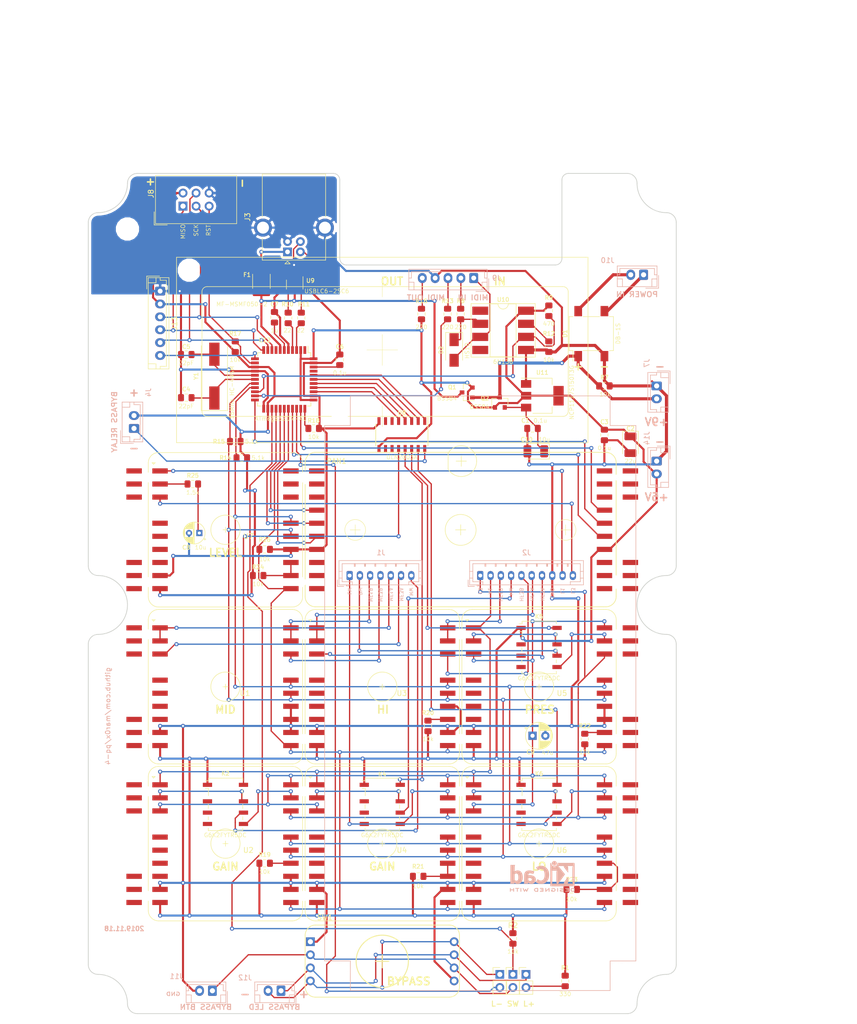
<source format=kicad_pcb>
(kicad_pcb (version 20171130) (host pcbnew "(5.1.5-0-10_14)")
  (title_block (title "DigiPot Evaluation Board") (date 2019-10-31) (rev 0.4))
  (layers (0 F.Cu signal) (31 B.Cu signal) (34 B.Paste user) (35 F.Paste user) (36 B.SilkS user) (37 F.SilkS user) (38 B.Mask user) (39 F.Mask user) (44 Edge.Cuts user))
  (net 0 "")
  (net 1 SCL)
  (net 2 SDA)
  (net 3 +5V)
  (net 4 "Net-(U1-Pad8)")
  (net 5 "Net-(U1-Pad7)")
  (net 6 "Net-(U1-Pad6)")
  (net 7 "Net-(U1-Pad5)")
  (net 8 "Net-(U2-Pad5)")
  (net 9 "Net-(U2-Pad6)")
  (net 10 "Net-(U2-Pad7)")
  (net 11 "Net-(U2-Pad8)")
  (net 12 "Net-(U3-Pad5)")
  (net 13 "Net-(U3-Pad6)")
  (net 14 "Net-(U3-Pad7)")
  (net 15 "Net-(U3-Pad8)")
  (net 16 "Net-(U4-Pad8)")
  (net 17 "Net-(U4-Pad7)")
  (net 18 "Net-(U4-Pad6)")
  (net 19 "Net-(U4-Pad5)")
  (net 20 "Net-(U5-Pad8)")
  (net 21 "Net-(U5-Pad7)")
  (net 22 "Net-(U5-Pad6)")
  (net 23 "Net-(U5-Pad5)")
  (net 24 "Net-(U6-Pad5)")
  (net 25 "Net-(U6-Pad6)")
  (net 26 "Net-(U6-Pad7)")
  (net 27 "Net-(U6-Pad8)")
  (net 28 "Net-(U7-Pad18)")
  (net 29 "Net-(U7-Pad19)")
  (net 30 "Net-(U7-Pad20)")
  (net 31 "Net-(U7-Pad8)")
  (net 32 "Net-(U7-Pad7)")
  (net 33 "Net-(U7-Pad6)")
  (net 34 "Net-(U7-Pad5)")
  (net 35 "Net-(K2-Pad2)")
  (net 36 "Net-(K2-Pad3)")
  (net 37 "Net-(K2-Pad4)")
  (net 38 MW1)
  (net 39 HW1)
  (net 40 "Net-(K4-Pad4)")
  (net 41 "Net-(K4-Pad3)")
  (net 42 "Net-(K4-Pad2)")
  (net 43 PW1)
  (net 44 "Net-(K5-Pad4)")
  (net 45 "Net-(K5-Pad3)")
  (net 46 "Net-(K5-Pad2)")
  (net 47 "Net-(K6-Pad2)")
  (net 48 "Net-(K6-Pad3)")
  (net 49 "Net-(K6-Pad4)")
  (net 50 LW1)
  (net 51 MW0)
  (net 52 HW0)
  (net 53 PW0)
  (net 54 LW0)
  (net 55 "Net-(U8-Pad6)")
  (net 56 "Net-(U8-Pad7)")
  (net 57 "Net-(U8-Pad10)")
  (net 58 "Net-(U8-Pad11)")
  (net 59 KBP_SINK)
  (net 60 KLW_SINK)
  (net 61 KPW_SINK)
  (net 62 KHW_SINK)
  (net 63 KMW_SINK)
  (net 64 "Net-(J3-Pad3)")
  (net 65 "Net-(J3-Pad2)")
  (net 66 "Net-(C1-Pad1)")
  (net 67 "Net-(C4-Pad1)")
  (net 68 "Net-(C5-Pad1)")
  (net 69 "Net-(C6-Pad1)")
  (net 70 "Net-(C7-Pad1)")
  (net 71 +9V)
  (net 72 VBUS)
  (net 73 "Net-(F1-Pad2)")
  (net 74 "Net-(D2-Pad1)")
  (net 75 RX)
  (net 76 "Net-(R10-Pad2)")
  (net 77 D+)
  (net 78 D-)
  (net 79 "Net-(R11-Pad2)")
  (net 80 "Net-(R12-Pad1)")
  (net 81 TX)
  (net 82 RST)
  (net 83 "Net-(R18-Pad2)")
  (net 84 "Net-(U12-Pad1)")
  (net 85 "Net-(U12-Pad8)")
  (net 86 SCK)
  (net 87 MOSI)
  (net 88 MISO)
  (net 89 "Net-(U12-Pad41)")
  (net 90 "Net-(U10-Pad1)")
  (net 91 "Net-(U10-Pad4)")
  (net 92 LW)
  (net 93 PW)
  (net 94 MF1B)
  (net 95 MF3B)
  (net 96 MF1A)
  (net 97 MF3A)
  (net 98 MW)
  (net 99 A3)
  (net 100 A1)
  (net 101 HF1B)
  (net 102 HW)
  (net 103 HF3B)
  (net 104 HF1A)
  (net 105 HF3A)
  (net 106 L1)
  (net 107 L3)
  (net 108 "Net-(C8-Pad1)")
  (net 109 RE_B)
  (net 110 RE_A)
  (net 111 "Net-(R19-Pad1)")
  (net 112 "Net-(R20-Pad1)")
  (net 113 "Net-(R21-Pad1)")
  (net 114 "Net-(R22-Pad1)")
  (net 115 "Net-(R23-Pad1)")
  (net 116 "Net-(R24-Pad1)")
  (net 117 "Net-(R25-Pad1)")
  (net 118 CHG)
  (net 119 C)
  (net 120 KMW)
  (net 121 KHW)
  (net 122 KPW)
  (net 123 KLW)
  (net 124 KBP)
  (net 125 SW_LEFT)
  (net 126 SW_STORE)
  (net 127 SW_RIGHT)
  (net 128 STORE_LED)
  (net 129 MIN5)
  (net 130 MIN4)
  (net 131 MOUT5)
  (net 132 MOUT4)
  (net 133 POW2)
  (net 134 POW1)
  (net 135 BYP_SW1)
  (net 136 BYP_L+)
  (net 137 BYP_L-)
  (net 138 BYPASS_LED)
  (net 139 SW_BYPASS)
  (net 140 "Net-(JP3-Pad2)")
  (net 141 GND)
  (net 142 D_CS)
  (module DigiPot:DigiPot_Vertical_SMD (layer F.Cu) (at 132.08 147.32)
    (fp_text reference U6 (at 18.415 12.7) (layer F.SilkS))
    (fp_text value DigiPot)
    (pad 20 smd rect (at 26.69 0) (size 3 1) (layers F.Cu F.Paste F.Mask) (net 119 C))
    (pad 19 smd rect (at 26.69 2.54) (size 3 1) (layers F.Cu F.Paste F.Mask) (net 50 LW1))
    (pad 18 smd rect (at 26.69 5.08) (size 3 1) (layers F.Cu F.Paste F.Mask) (net 99 A3))
    (pad 16 smd rect (at 26.69 10.16) (size 3 1) (layers F.Cu F.Paste F.Mask) (net 2 SDA))
    (pad 15 smd rect (at 26.69 12.7) (size 3 1) (layers F.Cu F.Paste F.Mask) (net 1 SCL))
    (pad 14 smd rect (at 26.69 15.24) (size 3 1) (layers F.Cu F.Paste F.Mask) (net 115 "Net-(R23-Pad1)"))
    (pad 13 smd rect (at 26.69 17.78) (size 3 1) (layers F.Cu F.Paste F.Mask) (net 141 GND))
    (pad 12 smd rect (at 26.69 20.32) (size 3 1) (layers F.Cu F.Paste F.Mask) (net 115 "Net-(R23-Pad1)"))
    (pad 11 smd rect (at 26.69 22.86) (size 3 1) (layers F.Cu F.Paste F.Mask) (net 118 CHG))
    (pad 10 smd rect (at 1.25 22.86) (size 3 1) (layers F.Cu F.Paste F.Mask) (net 3 +5V))
    (pad 9 smd rect (at 1.25 20.32) (size 3 1) (layers F.Cu F.Paste F.Mask) (net 141 GND))
    (pad 8 smd rect (at 1.25 17.78) (size 3 1) (layers F.Cu F.Paste F.Mask) (net 27 "Net-(U6-Pad8)"))
    (pad 7 smd rect (at 1.25 15.24) (size 3 1) (layers F.Cu F.Paste F.Mask) (net 26 "Net-(U6-Pad7)"))
    (pad 6 smd rect (at 1.25 12.7) (size 3 1) (layers F.Cu F.Paste F.Mask) (net 25 "Net-(U6-Pad6)"))
    (pad 5 smd rect (at 1.25 10.16) (size 3 1) (layers F.Cu F.Paste F.Mask) (net 24 "Net-(U6-Pad5)"))
    (pad 3 smd rect (at 1.25 5.08) (size 3 1) (layers F.Cu F.Paste F.Mask) (net 119 C))
    (pad 2 smd rect (at 1.25 2.54) (size 3 1) (layers F.Cu F.Paste F.Mask) (net 54 LW0))
    (pad 1 smd rect (at 1.25 0) (size 3 1) (layers F.Cu F.Paste F.Mask) (net 100 A1))
    (pad "" np_thru_hole oval (at 29.21 21.59) (size 1.2 1.2) (drill 1.2) (layers *.Cu *.Mask))
    (pad "" np_thru_hole oval (at -1.27 1.27) (size 1.2 1.2) (drill 1.2) (layers *.Cu *.Mask))
  )
  (module DigiPot:DigiPot_Vertical_SMD (layer F.Cu) (at 101.6 147.32)
    (fp_text reference U4 (at 17.78 12.7) (layer F.SilkS))
    (fp_text value DigiPot)
    (pad 20 smd rect (at 26.69 0) (size 3 1) (layers F.Cu F.Paste F.Mask) (net 119 C))
    (pad 19 smd rect (at 26.69 2.54) (size 3 1) (layers F.Cu F.Paste F.Mask) (net 39 HW1))
    (pad 18 smd rect (at 26.69 5.08) (size 3 1) (layers F.Cu F.Paste F.Mask) (net 99 A3))
    (pad 16 smd rect (at 26.69 10.16) (size 3 1) (layers F.Cu F.Paste F.Mask) (net 2 SDA))
    (pad 15 smd rect (at 26.69 12.7) (size 3 1) (layers F.Cu F.Paste F.Mask) (net 1 SCL))
    (pad 14 smd rect (at 26.69 15.24) (size 3 1) (layers F.Cu F.Paste F.Mask) (net 113 "Net-(R21-Pad1)"))
    (pad 13 smd rect (at 26.69 17.78) (size 3 1) (layers F.Cu F.Paste F.Mask) (net 113 "Net-(R21-Pad1)"))
    (pad 12 smd rect (at 26.69 20.32) (size 3 1) (layers F.Cu F.Paste F.Mask) (net 141 GND))
    (pad 11 smd rect (at 26.69 22.86) (size 3 1) (layers F.Cu F.Paste F.Mask) (net 118 CHG))
    (pad 10 smd rect (at 1.25 22.86) (size 3 1) (layers F.Cu F.Paste F.Mask) (net 3 +5V))
    (pad 9 smd rect (at 1.25 20.32) (size 3 1) (layers F.Cu F.Paste F.Mask) (net 141 GND))
    (pad 8 smd rect (at 1.25 17.78) (size 3 1) (layers F.Cu F.Paste F.Mask) (net 16 "Net-(U4-Pad8)"))
    (pad 7 smd rect (at 1.25 15.24) (size 3 1) (layers F.Cu F.Paste F.Mask) (net 17 "Net-(U4-Pad7)"))
    (pad 6 smd rect (at 1.25 12.7) (size 3 1) (layers F.Cu F.Paste F.Mask) (net 18 "Net-(U4-Pad6)"))
    (pad 5 smd rect (at 1.25 10.16) (size 3 1) (layers F.Cu F.Paste F.Mask) (net 19 "Net-(U4-Pad5)"))
    (pad 3 smd rect (at 1.25 5.08) (size 3 1) (layers F.Cu F.Paste F.Mask) (net 119 C))
    (pad 2 smd rect (at 1.25 2.54) (size 3 1) (layers F.Cu F.Paste F.Mask) (net 52 HW0))
    (pad 1 smd rect (at 1.25 0) (size 3 1) (layers F.Cu F.Paste F.Mask) (net 100 A1))
    (pad "" np_thru_hole oval (at 29.21 21.59) (size 1.2 1.2) (drill 1.2) (layers *.Cu *.Mask))
    (pad "" np_thru_hole oval (at -1.27 1.27) (size 1.2 1.2) (drill 1.2) (layers *.Cu *.Mask))
  )
  (module DigiPot:DigiPot_Vertical_SMD (layer F.Cu) (at 71.12 147.32)
    (fp_text reference U2 (at 18.415 12.7) (layer F.SilkS))
    (fp_text value DigiPot)
    (pad 20 smd rect (at 26.69 0) (size 3 1) (layers F.Cu F.Paste F.Mask) (net 119 C))
    (pad 19 smd rect (at 26.69 2.54) (size 3 1) (layers F.Cu F.Paste F.Mask) (net 38 MW1))
    (pad 18 smd rect (at 26.69 5.08) (size 3 1) (layers F.Cu F.Paste F.Mask) (net 99 A3))
    (pad 16 smd rect (at 26.69 10.16) (size 3 1) (layers F.Cu F.Paste F.Mask) (net 2 SDA))
    (pad 15 smd rect (at 26.69 12.7) (size 3 1) (layers F.Cu F.Paste F.Mask) (net 1 SCL))
    (pad 14 smd rect (at 26.69 15.24) (size 3 1) (layers F.Cu F.Paste F.Mask) (net 111 "Net-(R19-Pad1)"))
    (pad 13 smd rect (at 26.69 17.78) (size 3 1) (layers F.Cu F.Paste F.Mask) (net 141 GND))
    (pad 12 smd rect (at 26.69 20.32) (size 3 1) (layers F.Cu F.Paste F.Mask) (net 141 GND))
    (pad 11 smd rect (at 26.69 22.86) (size 3 1) (layers F.Cu F.Paste F.Mask) (net 118 CHG))
    (pad 10 smd rect (at 1.25 22.86) (size 3 1) (layers F.Cu F.Paste F.Mask) (net 3 +5V))
    (pad 9 smd rect (at 1.25 20.32) (size 3 1) (layers F.Cu F.Paste F.Mask) (net 141 GND))
    (pad 8 smd rect (at 1.25 17.78) (size 3 1) (layers F.Cu F.Paste F.Mask) (net 11 "Net-(U2-Pad8)"))
    (pad 7 smd rect (at 1.25 15.24) (size 3 1) (layers F.Cu F.Paste F.Mask) (net 10 "Net-(U2-Pad7)"))
    (pad 6 smd rect (at 1.25 12.7) (size 3 1) (layers F.Cu F.Paste F.Mask) (net 9 "Net-(U2-Pad6)"))
    (pad 5 smd rect (at 1.25 10.16) (size 3 1) (layers F.Cu F.Paste F.Mask) (net 8 "Net-(U2-Pad5)"))
    (pad 3 smd rect (at 1.25 5.08) (size 3 1) (layers F.Cu F.Paste F.Mask) (net 119 C))
    (pad 2 smd rect (at 1.25 2.54) (size 3 1) (layers F.Cu F.Paste F.Mask) (net 51 MW0))
    (pad 1 smd rect (at 1.25 0) (size 3 1) (layers F.Cu F.Paste F.Mask) (net 100 A1))
    (pad "" np_thru_hole oval (at 29.21 21.59) (size 1.2 1.2) (drill 1.2) (layers *.Cu *.Mask))
    (pad "" np_thru_hole oval (at -1.27 1.27) (size 1.2 1.2) (drill 1.2) (layers *.Cu *.Mask))
  )
  (module DigiPot:DigiPot_Vertical_SMD (layer F.Cu) (at 132.08 116.84)
    (fp_text reference U5 (at 18.415 12.7) (layer F.SilkS))
    (fp_text value DigiPot)
    (pad 20 smd rect (at 26.69 0) (size 3 1) (layers F.Cu F.Paste F.Mask) (net 119 C))
    (pad 19 smd rect (at 26.69 2.54) (size 3 1) (layers F.Cu F.Paste F.Mask) (net 43 PW1))
    (pad 18 smd rect (at 26.69 5.08) (size 3 1) (layers F.Cu F.Paste F.Mask) (net 99 A3))
    (pad 16 smd rect (at 26.69 10.16) (size 3 1) (layers F.Cu F.Paste F.Mask) (net 2 SDA))
    (pad 15 smd rect (at 26.69 12.7) (size 3 1) (layers F.Cu F.Paste F.Mask) (net 1 SCL))
    (pad 14 smd rect (at 26.69 15.24) (size 3 1) (layers F.Cu F.Paste F.Mask) (net 141 GND))
    (pad 13 smd rect (at 26.69 17.78) (size 3 1) (layers F.Cu F.Paste F.Mask) (net 141 GND))
    (pad 12 smd rect (at 26.69 20.32) (size 3 1) (layers F.Cu F.Paste F.Mask) (net 114 "Net-(R22-Pad1)"))
    (pad 11 smd rect (at 26.69 22.86) (size 3 1) (layers F.Cu F.Paste F.Mask) (net 118 CHG))
    (pad 10 smd rect (at 1.25 22.86) (size 3 1) (layers F.Cu F.Paste F.Mask) (net 3 +5V))
    (pad 9 smd rect (at 1.25 20.32) (size 3 1) (layers F.Cu F.Paste F.Mask) (net 141 GND))
    (pad 8 smd rect (at 1.25 17.78) (size 3 1) (layers F.Cu F.Paste F.Mask) (net 20 "Net-(U5-Pad8)"))
    (pad 7 smd rect (at 1.25 15.24) (size 3 1) (layers F.Cu F.Paste F.Mask) (net 21 "Net-(U5-Pad7)"))
    (pad 6 smd rect (at 1.25 12.7) (size 3 1) (layers F.Cu F.Paste F.Mask) (net 22 "Net-(U5-Pad6)"))
    (pad 5 smd rect (at 1.25 10.16) (size 3 1) (layers F.Cu F.Paste F.Mask) (net 23 "Net-(U5-Pad5)"))
    (pad 3 smd rect (at 1.25 5.08) (size 3 1) (layers F.Cu F.Paste F.Mask) (net 119 C))
    (pad 2 smd rect (at 1.25 2.54) (size 3 1) (layers F.Cu F.Paste F.Mask) (net 53 PW0))
    (pad 1 smd rect (at 1.25 0) (size 3 1) (layers F.Cu F.Paste F.Mask) (net 100 A1))
    (pad "" np_thru_hole oval (at 29.21 21.59) (size 1.2 1.2) (drill 1.2) (layers *.Cu *.Mask))
    (pad "" np_thru_hole oval (at -1.27 1.27) (size 1.2 1.2) (drill 1.2) (layers *.Cu *.Mask))
  )
  (module DigiPot:DigiPot_Vertical_SMD (layer F.Cu) (at 101.6 116.84)
    (fp_text reference U3 (at 17.78 12.7) (layer F.SilkS))
    (fp_text value DigiPot)
    (pad 20 smd rect (at 26.69 0) (size 3 1) (layers F.Cu F.Paste F.Mask) (net 101 HF1B))
    (pad 19 smd rect (at 26.69 2.54) (size 3 1) (layers F.Cu F.Paste F.Mask) (net 101 HF1B))
    (pad 18 smd rect (at 26.69 5.08) (size 3 1) (layers F.Cu F.Paste F.Mask) (net 103 HF3B))
    (pad 16 smd rect (at 26.69 10.16) (size 3 1) (layers F.Cu F.Paste F.Mask) (net 2 SDA))
    (pad 15 smd rect (at 26.69 12.7) (size 3 1) (layers F.Cu F.Paste F.Mask) (net 1 SCL))
    (pad 14 smd rect (at 26.69 15.24) (size 3 1) (layers F.Cu F.Paste F.Mask) (net 141 GND))
    (pad 13 smd rect (at 26.69 17.78) (size 3 1) (layers F.Cu F.Paste F.Mask) (net 112 "Net-(R20-Pad1)"))
    (pad 12 smd rect (at 26.69 20.32) (size 3 1) (layers F.Cu F.Paste F.Mask) (net 141 GND))
    (pad 11 smd rect (at 26.69 22.86) (size 3 1) (layers F.Cu F.Paste F.Mask) (net 118 CHG))
    (pad 10 smd rect (at 1.25 22.86) (size 3 1) (layers F.Cu F.Paste F.Mask) (net 3 +5V))
    (pad 9 smd rect (at 1.25 20.32) (size 3 1) (layers F.Cu F.Paste F.Mask) (net 141 GND))
    (pad 8 smd rect (at 1.25 17.78) (size 3 1) (layers F.Cu F.Paste F.Mask) (net 15 "Net-(U3-Pad8)"))
    (pad 7 smd rect (at 1.25 15.24) (size 3 1) (layers F.Cu F.Paste F.Mask) (net 14 "Net-(U3-Pad7)"))
    (pad 6 smd rect (at 1.25 12.7) (size 3 1) (layers F.Cu F.Paste F.Mask) (net 13 "Net-(U3-Pad6)"))
    (pad 5 smd rect (at 1.25 10.16) (size 3 1) (layers F.Cu F.Paste F.Mask) (net 12 "Net-(U3-Pad5)"))
    (pad 3 smd rect (at 1.25 5.08) (size 3 1) (layers F.Cu F.Paste F.Mask) (net 105 HF3A))
    (pad 2 smd rect (at 1.25 2.54) (size 3 1) (layers F.Cu F.Paste F.Mask) (net 104 HF1A))
    (pad 1 smd rect (at 1.25 0) (size 3 1) (layers F.Cu F.Paste F.Mask) (net 104 HF1A))
    (pad "" np_thru_hole oval (at 29.21 21.59) (size 1.2 1.2) (drill 1.2) (layers *.Cu *.Mask))
    (pad "" np_thru_hole oval (at -1.27 1.27) (size 1.2 1.2) (drill 1.2) (layers *.Cu *.Mask))
  )
  (module DigiPot:DigiPot_Vertical_SMD (layer F.Cu) (at 71.12 86.36)
    (fp_text reference U7 (at 18.415 12.7) (layer F.SilkS))
    (fp_text value DigiPot)
    (pad 20 smd rect (at 26.69 0) (size 3 1) (layers F.Cu F.Paste F.Mask) (net 30 "Net-(U7-Pad20)"))
    (pad 19 smd rect (at 26.69 2.54) (size 3 1) (layers F.Cu F.Paste F.Mask) (net 29 "Net-(U7-Pad19)"))
    (pad 18 smd rect (at 26.69 5.08) (size 3 1) (layers F.Cu F.Paste F.Mask) (net 28 "Net-(U7-Pad18)"))
    (pad 16 smd rect (at 26.69 10.16) (size 3 1) (layers F.Cu F.Paste F.Mask) (net 2 SDA))
    (pad 15 smd rect (at 26.69 12.7) (size 3 1) (layers F.Cu F.Paste F.Mask) (net 1 SCL))
    (pad 14 smd rect (at 26.69 15.24) (size 3 1) (layers F.Cu F.Paste F.Mask) (net 141 GND))
    (pad 13 smd rect (at 26.69 17.78) (size 3 1) (layers F.Cu F.Paste F.Mask) (net 116 "Net-(R24-Pad1)"))
    (pad 12 smd rect (at 26.69 20.32) (size 3 1) (layers F.Cu F.Paste F.Mask) (net 116 "Net-(R24-Pad1)"))
    (pad 11 smd rect (at 26.69 22.86) (size 3 1) (layers F.Cu F.Paste F.Mask) (net 118 CHG))
    (pad 10 smd rect (at 1.25 22.86) (size 3 1) (layers F.Cu F.Paste F.Mask) (net 3 +5V))
    (pad 9 smd rect (at 1.25 20.32) (size 3 1) (layers F.Cu F.Paste F.Mask) (net 141 GND))
    (pad 8 smd rect (at 1.25 17.78) (size 3 1) (layers F.Cu F.Paste F.Mask) (net 31 "Net-(U7-Pad8)"))
    (pad 7 smd rect (at 1.25 15.24) (size 3 1) (layers F.Cu F.Paste F.Mask) (net 32 "Net-(U7-Pad7)"))
    (pad 6 smd rect (at 1.25 12.7) (size 3 1) (layers F.Cu F.Paste F.Mask) (net 33 "Net-(U7-Pad6)"))
    (pad 5 smd rect (at 1.25 10.16) (size 3 1) (layers F.Cu F.Paste F.Mask) (net 34 "Net-(U7-Pad5)"))
    (pad 3 smd rect (at 1.25 5.08) (size 3 1) (layers F.Cu F.Paste F.Mask) (net 107 L3))
    (pad 2 smd rect (at 1.25 2.54) (size 3 1) (layers F.Cu F.Paste F.Mask) (net 117 "Net-(R25-Pad1)"))
    (pad 1 smd rect (at 1.25 0) (size 3 1) (layers F.Cu F.Paste F.Mask) (net 106 L1))
    (pad "" np_thru_hole oval (at 29.21 21.59) (size 1.2 1.2) (drill 1.2) (layers *.Cu *.Mask))
    (pad "" np_thru_hole oval (at -1.27 1.27) (size 1.2 1.2) (drill 1.2) (layers *.Cu *.Mask))
  )
  (module DigiPot:DigiPot_Vertical_SMD (layer F.Cu) (at 71.12 116.84)
    (fp_text reference U1 (at 17.78 12.7) (layer F.SilkS))
    (fp_text value DigiPot)
    (pad 20 smd rect (at 26.69 0) (size 3 1) (layers F.Cu F.Paste F.Mask) (net 94 MF1B))
    (pad 19 smd rect (at 26.69 2.54) (size 3 1) (layers F.Cu F.Paste F.Mask) (net 94 MF1B))
    (pad 18 smd rect (at 26.69 5.08) (size 3 1) (layers F.Cu F.Paste F.Mask) (net 95 MF3B))
    (pad 16 smd rect (at 26.69 10.16) (size 3 1) (layers F.Cu F.Paste F.Mask) (net 2 SDA))
    (pad 15 smd rect (at 26.69 12.7) (size 3 1) (layers F.Cu F.Paste F.Mask) (net 1 SCL))
    (pad 14 smd rect (at 26.69 15.24) (size 3 1) (layers F.Cu F.Paste F.Mask) (net 141 GND))
    (pad 13 smd rect (at 26.69 17.78) (size 3 1) (layers F.Cu F.Paste F.Mask) (net 141 GND))
    (pad 12 smd rect (at 26.69 20.32) (size 3 1) (layers F.Cu F.Paste F.Mask) (net 141 GND))
    (pad 11 smd rect (at 26.69 22.86) (size 3 1) (layers F.Cu F.Paste F.Mask) (net 118 CHG))
    (pad 10 smd rect (at 1.25 22.86) (size 3 1) (layers F.Cu F.Paste F.Mask) (net 3 +5V))
    (pad 9 smd rect (at 1.25 20.32) (size 3 1) (layers F.Cu F.Paste F.Mask) (net 141 GND))
    (pad 8 smd rect (at 1.25 17.78) (size 3 1) (layers F.Cu F.Paste F.Mask) (net 4 "Net-(U1-Pad8)"))
    (pad 7 smd rect (at 1.25 15.24) (size 3 1) (layers F.Cu F.Paste F.Mask) (net 5 "Net-(U1-Pad7)"))
    (pad 6 smd rect (at 1.25 12.7) (size 3 1) (layers F.Cu F.Paste F.Mask) (net 6 "Net-(U1-Pad6)"))
    (pad 5 smd rect (at 1.25 10.16) (size 3 1) (layers F.Cu F.Paste F.Mask) (net 7 "Net-(U1-Pad5)"))
    (pad 3 smd rect (at 1.25 5.08) (size 3 1) (layers F.Cu F.Paste F.Mask) (net 97 MF3A))
    (pad 2 smd rect (at 1.25 2.54) (size 3 1) (layers F.Cu F.Paste F.Mask) (net 96 MF1A))
    (pad 1 smd rect (at 1.25 0) (size 3 1) (layers F.Cu F.Paste F.Mask) (net 96 MF1A))
    (pad "" np_thru_hole oval (at 29.21 21.59) (size 1.2 1.2) (drill 1.2) (layers *.Cu *.Mask))
    (pad "" np_thru_hole oval (at -1.27 1.27) (size 1.2 1.2) (drill 1.2) (layers *.Cu *.Mask))
  )
  (module OLED:oled1602 (layer F.Cu) (at 115.57 62.865)
    (fp_text reference REF** hide)
    (fp_text value DISPLAY)
    (pad "" np_thru_hole circle (at 37.5 -15.5) (size 3.5 3.5) (drill 3.5) (layers *.Cu *.Mask))
    (pad "" np_thru_hole circle (at 37.5 15.5) (size 3.5 3.5) (drill 3.5) (layers *.Cu *.Mask))
    (pad "" np_thru_hole circle (at -37.5 15.5) (size 3.5 3.5) (drill 3.5) (layers *.Cu *.Mask))
    (pad "" np_thru_hole circle (at -37.5 -15.5) (size 3.5 3.5) (drill 3.5) (layers *.Cu *.Mask))
  )
  (module MountingHole:MountingHole_3.5mm (layer F.Cu) (at 66.04 180.975)
    (fp_text reference REF** hide)
    (fp_text value MountingHole_3.5mm hide)
    (pad 1 np_thru_hole circle (at 0 0) (size 3.5 3.5) (drill 3.5) (layers *.Cu *.Mask))
  )
  (module MountingHole:MountingHole_3.5mm (layer F.Cu) (at 165.1 59.055)
    (fp_text reference REF** hide)
    (fp_text value MountingHole_3.5mm hide)
    (pad 1 np_thru_hole circle (at 0 0) (size 3.5 3.5) (drill 3.5) (layers *.Cu *.Mask))
  )
  (module MountingHole:MountingHole_3.5mm (layer F.Cu) (at 66.04 59.055)
    (fp_text reference REF** hide)
    (fp_text value MountingHole_3.5mm hide)
    (pad 1 np_thru_hole circle (at 0 0) (size 3.5 3.5) (drill 3.5) (layers *.Cu *.Mask))
  )
  (module MountingHole:MountingHole_3.5mm (layer F.Cu) (at 66.04 39.37)
    (fp_text reference REF** hide)
    (fp_text value MountingHole_3.5mm hide)
    (pad 1 np_thru_hole circle (at 0 0) (size 3.5 3.5) (drill 3.5) (layers *.Cu *.Mask))
  )
  (module nav_panel:nav_panel_SMD (layer F.Cu) (at 101.6 93.98)
    (fp_text reference PAN1 (at 5.08 -9.525) (layer F.SilkS))
    (fp_text value nav_panel)
    (pad "" smd rect (at 57.17 -7.62) (size 3 1) (layers F.Cu F.Paste F.Mask))
    (pad "" smd rect (at 57.17 -5.08) (size 3 1) (layers F.Cu F.Paste F.Mask))
    (pad "" smd rect (at 57.17 -2.54) (size 3 1) (layers F.Cu F.Paste F.Mask))
    (pad 8 smd rect (at 57.17 0) (size 3 1) (layers F.Cu F.Paste F.Mask) (net 128 STORE_LED))
    (pad 7 smd rect (at 57.17 2.54) (size 3 1) (layers F.Cu F.Paste F.Mask) (net 127 SW_RIGHT))
    (pad 6 smd rect (at 57.17 5.08) (size 3 1) (layers F.Cu F.Paste F.Mask) (net 109 RE_B))
    (pad 5 smd rect (at 57.17 7.62) (size 3 1) (layers F.Cu F.Paste F.Mask) (net 3 +5V))
    (pad "" smd rect (at 57.17 10.16) (size 3 1) (layers F.Cu F.Paste F.Mask))
    (pad "" smd rect (at 57.17 12.7) (size 3 1) (layers F.Cu F.Paste F.Mask))
    (pad "" smd rect (at 57.17 15.24) (size 3 1) (layers F.Cu F.Paste F.Mask))
    (pad "" smd rect (at 1.25 15.24) (size 3 1) (layers F.Cu F.Paste F.Mask))
    (pad "" smd rect (at 1.25 12.7) (size 3 1) (layers F.Cu F.Paste F.Mask))
    (pad "" smd rect (at 1.25 10.16) (size 3 1) (layers F.Cu F.Paste F.Mask))
    (pad 4 smd rect (at 1.25 7.62) (size 3 1) (layers F.Cu F.Paste F.Mask) (net 141 GND))
    (pad 3 smd rect (at 1.25 5.08) (size 3 1) (layers F.Cu F.Paste F.Mask) (net 110 RE_A))
    (pad 2 smd rect (at 1.25 2.54) (size 3 1) (layers F.Cu F.Paste F.Mask) (net 126 SW_STORE))
    (pad 1 smd rect (at 1.25 0) (size 3 1) (layers F.Cu F.Paste F.Mask) (net 125 SW_LEFT))
    (pad "" smd rect (at 1.25 -2.54) (size 3 1) (layers F.Cu F.Paste F.Mask))
    (pad "" smd rect (at 1.25 -5.08) (size 3 1) (layers F.Cu F.Paste F.Mask))
    (pad "" smd rect (at 1.25 -7.62) (size 3 1) (layers F.Cu F.Paste F.Mask))
    (pad "" np_thru_hole oval (at 59.69 13.97) (size 1.2 1.2) (drill 1.2) (layers *.Cu *.Mask))
    (pad "" np_thru_hole oval (at -1.27 -6.35) (size 1.2 1.2) (drill 1.2) (layers *.Cu *.Mask))
  )
  (module DigiPot:DigiPot_Stub_SMD (layer F.Cu) (at 68.58 109.22 180)
    (fp_text reference "" (at 0 0 180) (layer F.SilkS) (effects (font (size 1.27 1.27))))
    (fp_text value "" (at 0 0 180) (layer F.SilkS) (effects (font (size 1.27 1.27))))
    (pad 10 smd rect (at 1.25 22.86 180) (size 3 1) (layers F.Cu F.Paste F.Mask))
    (pad 9 smd rect (at 1.25 20.32 180) (size 3 1) (layers F.Cu F.Paste F.Mask))
    (pad 8 smd rect (at 1.25 17.78 180) (size 3 1) (layers F.Cu F.Paste F.Mask))
    (pad 3 smd rect (at 1.25 5.08 180) (size 3 1) (layers F.Cu F.Paste F.Mask))
    (pad 2 smd rect (at 1.25 2.54 180) (size 3 1) (layers F.Cu F.Paste F.Mask))
    (pad 1 smd rect (at 1.25 0 180) (size 3 1) (layers F.Cu F.Paste F.Mask))
    (pad "" np_thru_hole oval (at -1.27 1.27 180) (size 1.2 1.2) (drill 1.2) (layers *.Cu *.Mask))
  )
  (module DigiPot:DigiPot_Stub_SMD (layer F.Cu) (at 162.56 147.32)
    (fp_text reference "" (at 0 0) (layer F.SilkS) (effects (font (size 1.27 1.27))))
    (fp_text value "" (at 0 0) (layer F.SilkS) (effects (font (size 1.27 1.27))))
    (pad 10 smd rect (at 1.25 22.86) (size 3 1) (layers F.Cu F.Paste F.Mask))
    (pad 9 smd rect (at 1.25 20.32) (size 3 1) (layers F.Cu F.Paste F.Mask))
    (pad 8 smd rect (at 1.25 17.78) (size 3 1) (layers F.Cu F.Paste F.Mask))
    (pad 3 smd rect (at 1.25 5.08) (size 3 1) (layers F.Cu F.Paste F.Mask))
    (pad 2 smd rect (at 1.25 2.54) (size 3 1) (layers F.Cu F.Paste F.Mask))
    (pad 1 smd rect (at 1.25 0) (size 3 1) (layers F.Cu F.Paste F.Mask))
    (pad "" np_thru_hole oval (at -1.27 1.27) (size 1.2 1.2) (drill 1.2) (layers *.Cu *.Mask))
  )
  (module DigiPot:DigiPot_Stub_SMD (layer F.Cu) (at 162.56 86.36)
    (fp_text reference "" (at 0 0) (layer F.SilkS) (effects (font (size 1.27 1.27))))
    (fp_text value "" (at 0 0) (layer F.SilkS) (effects (font (size 1.27 1.27))))
    (pad 10 smd rect (at 1.25 22.86) (size 3 1) (layers F.Cu F.Paste F.Mask))
    (pad 9 smd rect (at 1.25 20.32) (size 3 1) (layers F.Cu F.Paste F.Mask))
    (pad 8 smd rect (at 1.25 17.78) (size 3 1) (layers F.Cu F.Paste F.Mask))
    (pad 3 smd rect (at 1.25 5.08) (size 3 1) (layers F.Cu F.Paste F.Mask))
    (pad 2 smd rect (at 1.25 2.54) (size 3 1) (layers F.Cu F.Paste F.Mask))
    (pad 1 smd rect (at 1.25 0) (size 3 1) (layers F.Cu F.Paste F.Mask))
    (pad "" np_thru_hole oval (at -1.27 1.27) (size 1.2 1.2) (drill 1.2) (layers *.Cu *.Mask))
  )
  (module DigiPot:DigiPot_Stub_SMD (layer F.Cu) (at 162.56 116.84)
    (fp_text reference "" (at 0 0) (layer F.SilkS) (effects (font (size 1.27 1.27))))
    (fp_text value "" (at 0 0) (layer F.SilkS) (effects (font (size 1.27 1.27))))
    (pad 10 smd rect (at 1.25 22.86) (size 3 1) (layers F.Cu F.Paste F.Mask))
    (pad 9 smd rect (at 1.25 20.32) (size 3 1) (layers F.Cu F.Paste F.Mask))
    (pad 8 smd rect (at 1.25 17.78) (size 3 1) (layers F.Cu F.Paste F.Mask))
    (pad 3 smd rect (at 1.25 5.08) (size 3 1) (layers F.Cu F.Paste F.Mask))
    (pad 2 smd rect (at 1.25 2.54) (size 3 1) (layers F.Cu F.Paste F.Mask))
    (pad 1 smd rect (at 1.25 0) (size 3 1) (layers F.Cu F.Paste F.Mask))
    (pad "" np_thru_hole oval (at -1.27 1.27) (size 1.2 1.2) (drill 1.2) (layers *.Cu *.Mask))
  )
  (module DigiPot:DigiPot_Stub_SMD (layer F.Cu) (at 68.58 139.7 180)
    (fp_text reference "" (at 0 0 180) (layer F.SilkS) (effects (font (size 1.27 1.27))))
    (fp_text value "" (at 0 0 180) (layer F.SilkS) (effects (font (size 1.27 1.27))))
    (pad 10 smd rect (at 1.25 22.86 180) (size 3 1) (layers F.Cu F.Paste F.Mask))
    (pad 9 smd rect (at 1.25 20.32 180) (size 3 1) (layers F.Cu F.Paste F.Mask))
    (pad 8 smd rect (at 1.25 17.78 180) (size 3 1) (layers F.Cu F.Paste F.Mask))
    (pad 3 smd rect (at 1.25 5.08 180) (size 3 1) (layers F.Cu F.Paste F.Mask))
    (pad 2 smd rect (at 1.25 2.54 180) (size 3 1) (layers F.Cu F.Paste F.Mask))
    (pad 1 smd rect (at 1.25 0 180) (size 3 1) (layers F.Cu F.Paste F.Mask))
    (pad "" np_thru_hole oval (at -1.27 1.27 180) (size 1.2 1.2) (drill 1.2) (layers *.Cu *.Mask))
  )
  (module DigiPot:DigiPot_Stub_SMD (layer F.Cu) (at 68.58 170.18 180)
    (fp_text reference "" (at 0 0 180) (layer F.SilkS) (effects (font (size 1.27 1.27))))
    (fp_text value "" (at 0 0 180) (layer F.SilkS) (effects (font (size 1.27 1.27))))
    (pad 10 smd rect (at 1.25 22.86 180) (size 3 1) (layers F.Cu F.Paste F.Mask))
    (pad 9 smd rect (at 1.25 20.32 180) (size 3 1) (layers F.Cu F.Paste F.Mask))
    (pad 8 smd rect (at 1.25 17.78 180) (size 3 1) (layers F.Cu F.Paste F.Mask))
    (pad 3 smd rect (at 1.25 5.08 180) (size 3 1) (layers F.Cu F.Paste F.Mask))
    (pad 2 smd rect (at 1.25 2.54 180) (size 3 1) (layers F.Cu F.Paste F.Mask))
    (pad 1 smd rect (at 1.25 0 180) (size 3 1) (layers F.Cu F.Paste F.Mask))
    (pad "" np_thru_hole oval (at -1.27 1.27 180) (size 1.2 1.2) (drill 1.2) (layers *.Cu *.Mask))
  )
  (module orig_pcb:pq-4 (layer B.Cu) (at 134.62 129.54)
    (fp_text reference REF** hide)
    (fp_text value "" (at 0 0) (layer B.SilkS) (effects (font (size 1.27 1.27)) (justify mirror)))
    (pad "" np_thru_hole circle (at -27.305 -53.975) (size 3.2 3.2) (drill 3.2) (layers *.Cu *.Mask))
    (pad "" np_thru_hole circle (at 27.305 -53.975) (size 3.2 3.2) (drill 3.2) (layers *.Cu *.Mask))
    (pad "" np_thru_hole circle (at 27.305 53.975) (size 3.2 3.2) (drill 3.2) (layers *.Cu *.Mask))
    (pad "" np_thru_hole circle (at -27.305 53.975) (size 3.2 3.2) (drill 3.2) (layers *.Cu *.Mask))
  )
  (module Diode_SMD:D_SMA (layer F.Cu) (at 129.54 62.865 270)
    (fp_text reference D2 (at 0 2.54 270) (layer F.SilkS) (effects (font (size 0.8 0.8))))
    (fp_text value HS1D (at 0.127 -2.54 270) (layer F.SilkS) (effects (font (size 0.8 0.8) (thickness 0.1))))
    (pad 2 smd rect (at 2 0 270) (size 2.5 1.8) (layers F.Cu F.Paste F.Mask) (net 129 MIN5))
    (pad 1 smd rect (at -2 0 270) (size 2.5 1.8) (layers F.Cu F.Paste F.Mask) (net 74 "Net-(D2-Pad1)"))
  )
  (module Crystal:Crystal_SMD_HC49-SD (layer F.Cu) (at 82.931 67.945 90)
    (fp_text reference Y1 (at 0 -3.55 90) (layer F.SilkS) (effects (font (size 0.8 0.8))))
    (fp_text value "16MHz HC-49SM" (at -3.175 3.429 90) (layer F.SilkS) (effects (font (size 0.8 0.8) (thickness 0.1))))
    (pad 2 smd rect (at 4.25 0 90) (size 4.5 2) (layers F.Cu F.Paste F.Mask) (net 68 "Net-(C5-Pad1)"))
    (pad 1 smd rect (at -4.25 0 90) (size 4.5 2) (layers F.Cu F.Paste F.Mask) (net 67 "Net-(C4-Pad1)"))
  )
  (module Package_SO:SOIC-16_3.9x9.9mm_P1.27mm (layer F.Cu) (at 119.38 79.375 270)
    (fp_text reference U8 (at -4.318 0) (layer F.SilkS) (effects (font (size 0.8 0.8))))
    (fp_text value ULN2003A (at 4.318 0) (layer F.SilkS) (effects (font (size 0.8 0.8) (thickness 0.1))))
    (pad 16 smd rect (at 2.7 -4.445 270) (size 1.5 0.6) (layers F.Cu F.Paste F.Mask) (net 59 KBP_SINK))
    (pad 15 smd rect (at 2.7 -3.175 270) (size 1.5 0.6) (layers F.Cu F.Paste F.Mask) (net 60 KLW_SINK))
    (pad 14 smd rect (at 2.7 -1.905 270) (size 1.5 0.6) (layers F.Cu F.Paste F.Mask) (net 61 KPW_SINK))
    (pad 13 smd rect (at 2.7 -0.635 270) (size 1.5 0.6) (layers F.Cu F.Paste F.Mask) (net 62 KHW_SINK))
    (pad 12 smd rect (at 2.7 0.635 270) (size 1.5 0.6) (layers F.Cu F.Paste F.Mask) (net 63 KMW_SINK))
    (pad 11 smd rect (at 2.7 1.905 270) (size 1.5 0.6) (layers F.Cu F.Paste F.Mask) (net 58 "Net-(U8-Pad11)"))
    (pad 10 smd rect (at 2.7 3.175 270) (size 1.5 0.6) (layers F.Cu F.Paste F.Mask) (net 57 "Net-(U8-Pad10)"))
    (pad 9 smd rect (at 2.7 4.445 270) (size 1.5 0.6) (layers F.Cu F.Paste F.Mask) (net 3 +5V))
    (pad 8 smd rect (at -2.7 4.445 270) (size 1.5 0.6) (layers F.Cu F.Paste F.Mask) (net 141 GND))
    (pad 7 smd rect (at -2.7 3.175 270) (size 1.5 0.6) (layers F.Cu F.Paste F.Mask) (net 56 "Net-(U8-Pad7)"))
    (pad 6 smd rect (at -2.7 1.905 270) (size 1.5 0.6) (layers F.Cu F.Paste F.Mask) (net 55 "Net-(U8-Pad6)"))
    (pad 5 smd rect (at -2.7 0.635 270) (size 1.5 0.6) (layers F.Cu F.Paste F.Mask) (net 120 KMW))
    (pad 4 smd rect (at -2.7 -0.635 270) (size 1.5 0.6) (layers F.Cu F.Paste F.Mask) (net 121 KHW))
    (pad 3 smd rect (at -2.7 -1.905 270) (size 1.5 0.6) (layers F.Cu F.Paste F.Mask) (net 122 KPW))
    (pad 2 smd rect (at -2.7 -3.175 270) (size 1.5 0.6) (layers F.Cu F.Paste F.Mask) (net 123 KLW))
    (pad 1 smd rect (at -2.7 -4.445 270) (size 1.5 0.6) (layers F.Cu F.Paste F.Mask) (net 124 KBP))
  )
  (module Capacitor_THT:CP_Radial_D4.0mm_P2.00mm (layer F.Cu) (at 80.01 98.425 180)
    (fp_text reference C8 (at 2.54 -2.794 180) (layer F.SilkS) (effects (font (size 0.8 0.8))))
    (fp_text value 10u (at -0.254 -2.794 180) (layer F.SilkS) (effects (font (size 0.8 0.8) (thickness 0.1))))
    (pad 2 thru_hole circle (at 2 0 180) (size 1.2 1.2) (drill 0.6) (layers *.Cu *.Mask) (net 141 GND))
    (pad 1 thru_hole rect (at 0 0 180) (size 1.2 1.2) (drill 0.6) (layers *.Cu *.Mask) (net 108 "Net-(C8-Pad1)"))
  )
  (module Relay_SMD:Relay_DPDT_Omron_G6K-2F-Y (layer F.Cu) (at 85.09 151.13)
    (fp_text reference K2 (at 0 -6) (layer F.SilkS) (effects (font (size 0.8 0.8))))
    (fp_text value G6K2FYTR5DC (at -0.04 5.969) (layer F.SilkS) (effects (font (size 0.8 0.8) (thickness 0.1))))
    (pad 1 smd rect (at -3.5 -3.8) (size 1.8 0.8) (layers F.Cu F.Paste F.Mask) (net 3 +5V))
    (pad 2 smd rect (at -3.5 -0.6) (size 1.8 0.8) (layers F.Cu F.Paste F.Mask) (net 35 "Net-(K2-Pad2)"))
    (pad 3 smd rect (at -3.5 1.6) (size 1.8 0.8) (layers F.Cu F.Paste F.Mask) (net 36 "Net-(K2-Pad3)"))
    (pad 4 smd rect (at -3.5 3.8) (size 1.8 0.8) (layers F.Cu F.Paste F.Mask) (net 37 "Net-(K2-Pad4)"))
    (pad 5 smd rect (at 3.5 3.8) (size 1.8 0.8) (layers F.Cu F.Paste F.Mask) (net 38 MW1))
    (pad 6 smd rect (at 3.5 1.6) (size 1.8 0.8) (layers F.Cu F.Paste F.Mask) (net 98 MW))
    (pad 7 smd rect (at 3.5 -0.6) (size 1.8 0.8) (layers F.Cu F.Paste F.Mask) (net 51 MW0))
    (pad 8 smd rect (at 3.5 -3.8) (size 1.8 0.8) (layers F.Cu F.Paste F.Mask) (net 63 KMW_SINK))
  )
  (module Relay_SMD:Relay_DPDT_Omron_G6K-2F-Y (layer F.Cu) (at 115.57 151.13)
    (fp_text reference K4 (at 0 -5.842) (layer F.SilkS) (effects (font (size 0.8 0.8))))
    (fp_text value G6K2FYTR5DC (at 0 5.969) (layer F.SilkS) (effects (font (size 0.8 0.8) (thickness 0.1))))
    (pad 8 smd rect (at 3.5 -3.8) (size 1.8 0.8) (layers F.Cu F.Paste F.Mask) (net 62 KHW_SINK))
    (pad 7 smd rect (at 3.5 -0.6) (size 1.8 0.8) (layers F.Cu F.Paste F.Mask) (net 52 HW0))
    (pad 6 smd rect (at 3.5 1.6) (size 1.8 0.8) (layers F.Cu F.Paste F.Mask) (net 102 HW))
    (pad 5 smd rect (at 3.5 3.8) (size 1.8 0.8) (layers F.Cu F.Paste F.Mask) (net 39 HW1))
    (pad 4 smd rect (at -3.5 3.8) (size 1.8 0.8) (layers F.Cu F.Paste F.Mask) (net 40 "Net-(K4-Pad4)"))
    (pad 3 smd rect (at -3.5 1.6) (size 1.8 0.8) (layers F.Cu F.Paste F.Mask) (net 41 "Net-(K4-Pad3)"))
    (pad 2 smd rect (at -3.5 -0.6) (size 1.8 0.8) (layers F.Cu F.Paste F.Mask) (net 42 "Net-(K4-Pad2)"))
    (pad 1 smd rect (at -3.5 -3.8) (size 1.8 0.8) (layers F.Cu F.Paste F.Mask) (net 3 +5V))
  )
  (module Relay_SMD:Relay_DPDT_Omron_G6K-2F-Y (layer F.Cu) (at 146.05 120.65)
    (fp_text reference K5 (at 0 -6) (layer F.SilkS) (effects (font (size 0.8 0.8))))
    (fp_text value G6K2FYTR5DC (at 0 5.969) (layer F.SilkS) (effects (font (size 0.8 0.8) (thickness 0.1))))
    (pad 8 smd rect (at 3.5 -3.8) (size 1.8 0.8) (layers F.Cu F.Paste F.Mask) (net 61 KPW_SINK))
    (pad 7 smd rect (at 3.5 -0.6) (size 1.8 0.8) (layers F.Cu F.Paste F.Mask) (net 53 PW0))
    (pad 6 smd rect (at 3.5 1.6) (size 1.8 0.8) (layers F.Cu F.Paste F.Mask) (net 93 PW))
    (pad 5 smd rect (at 3.5 3.8) (size 1.8 0.8) (layers F.Cu F.Paste F.Mask) (net 43 PW1))
    (pad 4 smd rect (at -3.5 3.8) (size 1.8 0.8) (layers F.Cu F.Paste F.Mask) (net 44 "Net-(K5-Pad4)"))
    (pad 3 smd rect (at -3.5 1.6) (size 1.8 0.8) (layers F.Cu F.Paste F.Mask) (net 45 "Net-(K5-Pad3)"))
    (pad 2 smd rect (at -3.5 -0.6) (size 1.8 0.8) (layers F.Cu F.Paste F.Mask) (net 46 "Net-(K5-Pad2)"))
    (pad 1 smd rect (at -3.5 -3.8) (size 1.8 0.8) (layers F.Cu F.Paste F.Mask) (net 3 +5V))
  )
  (module Relay_SMD:Relay_DPDT_Omron_G6K-2F-Y (layer F.Cu) (at 146.05 151.13)
    (fp_text reference K6 (at 0 -5.969) (layer F.SilkS) (effects (font (size 0.8 0.8))))
    (fp_text value G6K2FYTR5DC (at 0 5.969) (layer F.SilkS) (effects (font (size 0.8 0.8) (thickness 0.1))))
    (pad 1 smd rect (at -3.5 -3.8) (size 1.8 0.8) (layers F.Cu F.Paste F.Mask) (net 3 +5V))
    (pad 2 smd rect (at -3.5 -0.6) (size 1.8 0.8) (layers F.Cu F.Paste F.Mask) (net 47 "Net-(K6-Pad2)"))
    (pad 3 smd rect (at -3.5 1.6) (size 1.8 0.8) (layers F.Cu F.Paste F.Mask) (net 48 "Net-(K6-Pad3)"))
    (pad 4 smd rect (at -3.5 3.8) (size 1.8 0.8) (layers F.Cu F.Paste F.Mask) (net 49 "Net-(K6-Pad4)"))
    (pad 5 smd rect (at 3.5 3.8) (size 1.8 0.8) (layers F.Cu F.Paste F.Mask) (net 50 LW1))
    (pad 6 smd rect (at 3.5 1.6) (size 1.8 0.8) (layers F.Cu F.Paste F.Mask) (net 92 LW))
    (pad 7 smd rect (at 3.5 -0.6) (size 1.8 0.8) (layers F.Cu F.Paste F.Mask) (net 54 LW0))
    (pad 8 smd rect (at 3.5 -3.8) (size 1.8 0.8) (layers F.Cu F.Paste F.Mask) (net 60 KLW_SINK))
  )
  (module Connector_JST:JST_PH_B7B-PH-K_1x07_P2.00mm_Vertical (layer B.Cu) (at 109.22 106.68)
    (fp_text reference J1 (at 6.096 -4.445) (layer B.SilkS) (effects (justify mirror)))
    (fp_text value Conn_01x07_Male hide)
    (pad 1 thru_hole roundrect (at 0 0) (size 1.2 1.75) (drill 0.75) (layers *.Cu *.Mask) (roundrect_rratio 0.208333) (net 92 LW))
    (pad 2 thru_hole oval (at 2 0) (size 1.2 1.75) (drill 0.75) (layers *.Cu *.Mask) (net 93 PW))
    (pad 3 thru_hole oval (at 4 0) (size 1.2 1.75) (drill 0.75) (layers *.Cu *.Mask) (net 94 MF1B))
    (pad 4 thru_hole oval (at 6 0) (size 1.2 1.75) (drill 0.75) (layers *.Cu *.Mask) (net 95 MF3B))
    (pad 5 thru_hole oval (at 8 0) (size 1.2 1.75) (drill 0.75) (layers *.Cu *.Mask) (net 96 MF1A))
    (pad 6 thru_hole oval (at 10 0) (size 1.2 1.75) (drill 0.75) (layers *.Cu *.Mask) (net 97 MF3A))
    (pad 7 thru_hole oval (at 12 0) (size 1.2 1.75) (drill 0.75) (layers *.Cu *.Mask) (net 98 MW))
  )
  (module Connector_JST:JST_PH_B10B-PH-K_1x10_P2.00mm_Vertical (layer B.Cu) (at 134.62 106.68)
    (fp_text reference J2 (at 9 -4.445) (layer B.SilkS) (effects (justify mirror)))
    (fp_text value Conn_01x10_Male hide)
    (pad 1 thru_hole roundrect (at 0 0) (size 1.2 1.75) (drill 0.75) (layers *.Cu *.Mask) (roundrect_rratio 0.208333) (net 99 A3))
    (pad 2 thru_hole oval (at 2 0) (size 1.2 1.75) (drill 0.75) (layers *.Cu *.Mask) (net 100 A1))
    (pad 3 thru_hole oval (at 4 0) (size 1.2 1.75) (drill 0.75) (layers *.Cu *.Mask) (net 101 HF1B))
    (pad 4 thru_hole oval (at 6 0) (size 1.2 1.75) (drill 0.75) (layers *.Cu *.Mask) (net 102 HW))
    (pad 5 thru_hole oval (at 8 0) (size 1.2 1.75) (drill 0.75) (layers *.Cu *.Mask) (net 103 HF3B))
    (pad 6 thru_hole oval (at 10 0) (size 1.2 1.75) (drill 0.75) (layers *.Cu *.Mask) (net 104 HF1A))
    (pad 7 thru_hole oval (at 12 0) (size 1.2 1.75) (drill 0.75) (layers *.Cu *.Mask) (net 105 HF3A))
    (pad 8 thru_hole oval (at 14 0) (size 1.2 1.75) (drill 0.75) (layers *.Cu *.Mask) (net 141 GND))
    (pad 9 thru_hole oval (at 16 0) (size 1.2 1.75) (drill 0.75) (layers *.Cu *.Mask) (net 106 L1))
    (pad 10 thru_hole oval (at 18 0) (size 1.2 1.75) (drill 0.75) (layers *.Cu *.Mask) (net 107 L3))
  )
  (module Capacitor_SMD:C_0805_2012Metric_Pad1.15x1.40mm_HandSolder (layer F.Cu) (at 144.78 78.105 180)
    (fp_text reference C1 (at 1.397 1.524 180) (layer F.SilkS) (effects (font (size 0.8 0.8))))
    (fp_text value 0.1u (at -1.524 1.524 180) (layer F.SilkS) (effects (font (size 0.8 0.8) (thickness 0.1))))
    (pad 2 smd roundrect (at 1.025 0 180) (size 1.15 1.4) (layers F.Cu F.Paste F.Mask) (roundrect_rratio 0.217391) (net 141 GND))
    (pad 1 smd roundrect (at -1.025 0 180) (size 1.15 1.4) (layers F.Cu F.Paste F.Mask) (roundrect_rratio 0.217391) (net 66 "Net-(C1-Pad1)"))
  )
  (module Capacitor_SMD:C_0805_2012Metric_Pad1.15x1.40mm_HandSolder (layer F.Cu) (at 158.75 79.375 270)
    (fp_text reference C3 (at -2.54 0) (layer F.SilkS) (effects (font (size 0.8 0.8))))
    (fp_text value 0.1u (at 2.54 0) (layer F.SilkS) (effects (font (size 0.8 0.8) (thickness 0.1))))
    (pad 1 smd roundrect (at -1.025 0 270) (size 1.15 1.4) (layers F.Cu F.Paste F.Mask) (roundrect_rratio 0.217391) (net 3 +5V))
    (pad 2 smd roundrect (at 1.025 0 270) (size 1.15 1.4) (layers F.Cu F.Paste F.Mask) (roundrect_rratio 0.217391) (net 141 GND))
  )
  (module Capacitor_SMD:C_0805_2012Metric_Pad1.15x1.40mm_HandSolder (layer F.Cu) (at 77.47 72.136 180)
    (fp_text reference C4 (at 0 1.651 180) (layer F.SilkS) (effects (font (size 0.8 0.8))))
    (fp_text value 22pF (at 0 -1.651 180) (layer F.SilkS) (effects (font (size 0.8 0.8) (thickness 0.1))))
    (pad 2 smd roundrect (at 1.025 0 180) (size 1.15 1.4) (layers F.Cu F.Paste F.Mask) (roundrect_rratio 0.217391) (net 141 GND))
    (pad 1 smd roundrect (at -1.025 0 180) (size 1.15 1.4) (layers F.Cu F.Paste F.Mask) (roundrect_rratio 0.217391) (net 67 "Net-(C4-Pad1)"))
  )
  (module Capacitor_SMD:C_0805_2012Metric_Pad1.15x1.40mm_HandSolder (layer F.Cu) (at 77.47 63.754 180)
    (fp_text reference C5 (at 0 1.524 180) (layer F.SilkS) (effects (font (size 0.8 0.8))))
    (fp_text value 22pF (at 0 -1.651 180) (layer F.SilkS) (effects (font (size 0.8 0.8) (thickness 0.1))))
    (pad 1 smd roundrect (at -1.025 0 180) (size 1.15 1.4) (layers F.Cu F.Paste F.Mask) (roundrect_rratio 0.217391) (net 68 "Net-(C5-Pad1)"))
    (pad 2 smd roundrect (at 1.025 0 180) (size 1.15 1.4) (layers F.Cu F.Paste F.Mask) (roundrect_rratio 0.217391) (net 141 GND))
  )
  (module Capacitor_SMD:C_0805_2012Metric_Pad1.15x1.40mm_HandSolder (layer F.Cu) (at 107.315 64.77 90)
    (fp_text reference C6 (at 2.54 0 180) (layer F.SilkS) (effects (font (size 0.8 0.8))))
    (fp_text value 0.1u (at -2.54 0 180) (layer F.SilkS) (effects (font (size 0.8 0.8) (thickness 0.1))))
    (pad 1 smd roundrect (at -1.025 0 90) (size 1.15 1.4) (layers F.Cu F.Paste F.Mask) (roundrect_rratio 0.217391) (net 69 "Net-(C6-Pad1)"))
    (pad 2 smd roundrect (at 1.025 0 90) (size 1.15 1.4) (layers F.Cu F.Paste F.Mask) (roundrect_rratio 0.217391) (net 141 GND))
  )
  (module Capacitor_SMD:C_0805_2012Metric_Pad1.15x1.40mm_HandSolder (layer F.Cu) (at 94.615 56.515 90)
    (fp_text reference C7 (at 2.54 0 180) (layer F.SilkS) (effects (font (size 0.8 0.8))))
    (fp_text value 1u (at -2.54 0 180) (layer F.SilkS) (effects (font (size 0.8 0.8) (thickness 0.1))))
    (pad 2 smd roundrect (at 1.025 0 90) (size 1.15 1.4) (layers F.Cu F.Paste F.Mask) (roundrect_rratio 0.217391) (net 141 GND))
    (pad 1 smd roundrect (at -1.025 0 90) (size 1.15 1.4) (layers F.Cu F.Paste F.Mask) (roundrect_rratio 0.217391) (net 70 "Net-(C7-Pad1)"))
  )
  (module Diode_SMD:Diode_Bridge_Vishay_DFS (layer F.Cu) (at 156.21 59.69 90)
    (fp_text reference D1 (at 0 -5.1 90) (layer F.SilkS) (effects (font (size 0.8 0.8))))
    (fp_text value DB-1S (at 0 5.2 90) (layer F.SilkS) (effects (font (size 0.8 0.8) (thickness 0.1))))
    (pad 1 smd rect (at -4.37 -2.55 90) (size 2 1.5) (layers F.Cu F.Paste F.Mask) (net 71 +9V))
    (pad 2 smd rect (at -4.37 2.55 90) (size 2 1.5) (layers F.Cu F.Paste F.Mask) (net 141 GND))
    (pad 3 smd rect (at 4.37 2.55 90) (size 2 1.5) (layers F.Cu F.Paste F.Mask) (net 134 POW1))
    (pad 4 smd rect (at 4.37 -2.55 90) (size 2 1.5) (layers F.Cu F.Paste F.Mask) (net 133 POW2))
  )
  (module Fuse:Fuse_1812_4532Metric_Pad1.30x3.40mm_HandSolder (layer F.Cu) (at 92.075 49.53 90)
    (fp_text reference F1 (at 1.27 -2.794 180) (layer F.SilkS) (effects (font (size 0.8 0.8))))
    (fp_text value MF-MSMF050-2 (at -4.445 -3.81) (layer F.SilkS) (effects (font (size 0.8 0.8) (thickness 0.1))))
    (pad 1 smd roundrect (at -2.225 0 90) (size 1.3 3.4) (layers F.Cu F.Paste F.Mask) (roundrect_rratio 0.192308) (net 72 VBUS))
    (pad 2 smd roundrect (at 2.225 0 90) (size 1.3 3.4) (layers F.Cu F.Paste F.Mask) (roundrect_rratio 0.192308) (net 73 "Net-(F1-Pad2)"))
  )
  (module Package_TO_SOT_SMD:SOT-23 (layer F.Cu) (at 132.08 71.12 180)
    (fp_text reference Q1 (at 2.921 1.016 180) (layer F.SilkS) (effects (font (size 0.8 0.8))))
    (fp_text value BSS84 (at 3.937 -1.143 180) (layer F.SilkS) (effects (font (size 0.8 0.8) (thickness 0.1))))
    (pad 3 smd rect (at 1 0 180) (size 0.9 0.8) (layers F.Cu F.Paste F.Mask) (net 72 VBUS))
    (pad 2 smd rect (at -1 0.95 180) (size 0.9 0.8) (layers F.Cu F.Paste F.Mask) (net 3 +5V))
    (pad 1 smd rect (at -1 -0.95 180) (size 0.9 0.8) (layers F.Cu F.Paste F.Mask) (net 71 +9V))
  )
  (module Package_TO_SOT_SMD:SOT-23 (layer F.Cu) (at 138.43 73.025 90)
    (fp_text reference Q2 (at 0.762 -2.921 180) (layer F.SilkS) (effects (font (size 0.8 0.8))))
    (fp_text value BSS84 (at -0.889 -3.937 180) (layer F.SilkS) (effects (font (size 0.8 0.8) (thickness 0.1))))
    (pad 1 smd rect (at -1 -0.95 90) (size 0.9 0.8) (layers F.Cu F.Paste F.Mask) (net 3 +5V))
    (pad 2 smd rect (at -1 0.95 90) (size 0.9 0.8) (layers F.Cu F.Paste F.Mask) (net 66 "Net-(C1-Pad1)"))
    (pad 3 smd rect (at 1 0 90) (size 0.9 0.8) (layers F.Cu F.Paste F.Mask) (net 71 +9V))
  )
  (module Resistor_SMD:R_0805_2012Metric_Pad1.15x1.40mm_HandSolder (layer F.Cu) (at 158.75 69.85 180)
    (fp_text reference R7 (at 0 1.651 180) (layer F.SilkS) (effects (font (size 0.8 0.8))))
    (fp_text value 10k (at -0.127 -1.651 180) (layer F.SilkS) (effects (font (size 0.8 0.8) (thickness 0.1))))
    (pad 1 smd roundrect (at -1.025 0 180) (size 1.15 1.4) (layers F.Cu F.Paste F.Mask) (roundrect_rratio 0.217391) (net 141 GND))
    (pad 2 smd roundrect (at 1.025 0 180) (size 1.15 1.4) (layers F.Cu F.Paste F.Mask) (roundrect_rratio 0.217391) (net 71 +9V))
  )
  (module Resistor_SMD:R_0805_2012Metric_Pad1.15x1.40mm_HandSolder (layer F.Cu) (at 130.81 55.88 90)
    (fp_text reference R8 (at 2.54 0 180) (layer F.SilkS) (effects (font (size 0.8 0.8))))
    (fp_text value 220 (at -2.54 0 180) (layer F.SilkS) (effects (font (size 0.8 0.8) (thickness 0.1))))
    (pad 1 smd roundrect (at -1.025 0 90) (size 1.15 1.4) (layers F.Cu F.Paste F.Mask) (roundrect_rratio 0.217391) (net 74 "Net-(D2-Pad1)"))
    (pad 2 smd roundrect (at 1.025 0 90) (size 1.15 1.4) (layers F.Cu F.Paste F.Mask) (roundrect_rratio 0.217391) (net 130 MIN4))
  )
  (module Resistor_SMD:R_0805_2012Metric_Pad1.15x1.40mm_HandSolder (layer F.Cu) (at 147.955 55.245 270)
    (fp_text reference R9 (at -2.54 0) (layer F.SilkS) (effects (font (size 0.8 0.8))))
    (fp_text value 470 (at 2.54 0) (layer F.SilkS) (effects (font (size 0.8 0.8) (thickness 0.1))))
    (pad 2 smd roundrect (at 1.025 0 270) (size 1.15 1.4) (layers F.Cu F.Paste F.Mask) (roundrect_rratio 0.217391) (net 75 RX))
    (pad 1 smd roundrect (at -1.025 0 270) (size 1.15 1.4) (layers F.Cu F.Paste F.Mask) (roundrect_rratio 0.217391) (net 3 +5V))
  )
  (module Resistor_SMD:R_0805_2012Metric_Pad1.15x1.40mm_HandSolder (layer F.Cu) (at 97.282 56.642 90)
    (fp_text reference R10 (at 2.667 -0.127 180) (layer F.SilkS) (effects (font (size 0.8 0.8))))
    (fp_text value 22 (at -2.413 -0.127 180) (layer F.SilkS) (effects (font (size 0.8 0.8) (thickness 0.1))))
    (pad 2 smd roundrect (at 1.025 0 90) (size 1.15 1.4) (layers F.Cu F.Paste F.Mask) (roundrect_rratio 0.217391) (net 76 "Net-(R10-Pad2)"))
    (pad 1 smd roundrect (at -1.025 0 90) (size 1.15 1.4) (layers F.Cu F.Paste F.Mask) (roundrect_rratio 0.217391) (net 77 D+))
  )
  (module Resistor_SMD:R_0805_2012Metric_Pad1.15x1.40mm_HandSolder (layer F.Cu) (at 99.822 56.642 90)
    (fp_text reference R11 (at 2.667 0.508 180) (layer F.SilkS) (effects (font (size 0.8 0.8))))
    (fp_text value 22 (at -2.413 -0.127 180) (layer F.SilkS) (effects (font (size 0.8 0.8) (thickness 0.1))))
    (pad 1 smd roundrect (at -1.025 0 90) (size 1.15 1.4) (layers F.Cu F.Paste F.Mask) (roundrect_rratio 0.217391) (net 78 D-))
    (pad 2 smd roundrect (at 1.025 0 90) (size 1.15 1.4) (layers F.Cu F.Paste F.Mask) (roundrect_rratio 0.217391) (net 79 "Net-(R11-Pad2)"))
  )
  (module Resistor_SMD:R_0805_2012Metric_Pad1.15x1.40mm_HandSolder (layer F.Cu) (at 147.955 62.23 270)
    (fp_text reference R12 (at -2.54 0) (layer F.SilkS) (effects (font (size 0.8 0.8))))
    (fp_text value 10k (at 2.54 0) (layer F.SilkS) (effects (font (size 0.8 0.8) (thickness 0.1))))
    (pad 1 smd roundrect (at -1.025 0 270) (size 1.15 1.4) (layers F.Cu F.Paste F.Mask) (roundrect_rratio 0.217391) (net 80 "Net-(R12-Pad1)"))
    (pad 2 smd roundrect (at 1.025 0 270) (size 1.15 1.4) (layers F.Cu F.Paste F.Mask) (roundrect_rratio 0.217391) (net 141 GND))
  )
  (module Resistor_SMD:R_0805_2012Metric_Pad1.15x1.40mm_HandSolder (layer F.Cu) (at 128.27 55.88 270)
    (fp_text reference R13 (at -2.54 0) (layer F.SilkS) (effects (font (size 0.8 0.8))))
    (fp_text value 220 (at 2.54 0) (layer F.SilkS) (effects (font (size 0.8 0.8) (thickness 0.1))))
    (pad 1 smd roundrect (at -1.025 0 270) (size 1.15 1.4) (layers F.Cu F.Paste F.Mask) (roundrect_rratio 0.217391) (net 131 MOUT5))
    (pad 2 smd roundrect (at 1.025 0 270) (size 1.15 1.4) (layers F.Cu F.Paste F.Mask) (roundrect_rratio 0.217391) (net 81 TX))
  )
  (module Resistor_SMD:R_0805_2012Metric_Pad1.15x1.40mm_HandSolder (layer F.Cu) (at 88.265 83.82 180)
    (fp_text reference R14 (at 3.175 0) (layer F.SilkS) (effects (font (size 0.8 0.8))))
    (fp_text value 5.1k (at -3.175 0) (layer F.SilkS) (effects (font (size 0.8 0.8) (thickness 0.1))))
    (pad 2 smd roundrect (at 1.025 0 180) (size 1.15 1.4) (layers F.Cu F.Paste F.Mask) (roundrect_rratio 0.217391) (net 2 SDA))
    (pad 1 smd roundrect (at -1.025 0 180) (size 1.15 1.4) (layers F.Cu F.Paste F.Mask) (roundrect_rratio 0.217391) (net 3 +5V))
  )
  (module Resistor_SMD:R_0805_2012Metric_Pad1.15x1.40mm_HandSolder (layer F.Cu) (at 86.995 80.645 180)
    (fp_text reference R15 (at 3.175 0) (layer F.SilkS) (effects (font (size 0.8 0.8))))
    (fp_text value 5.1k (at -3.175 0) (layer F.SilkS) (effects (font (size 0.8 0.8) (thickness 0.1))))
    (pad 1 smd roundrect (at -1.025 0 180) (size 1.15 1.4) (layers F.Cu F.Paste F.Mask) (roundrect_rratio 0.217391) (net 3 +5V))
    (pad 2 smd roundrect (at 1.025 0 180) (size 1.15 1.4) (layers F.Cu F.Paste F.Mask) (roundrect_rratio 0.217391) (net 1 SCL))
  )
  (module Resistor_SMD:R_0805_2012Metric_Pad1.15x1.40mm_HandSolder (layer F.Cu) (at 123.19 55.88 270)
    (fp_text reference R16 (at -2.54 0) (layer F.SilkS) (effects (font (size 0.8 0.8))))
    (fp_text value 220 (at 2.54 0) (layer F.SilkS) (effects (font (size 0.8 0.8) (thickness 0.1))))
    (pad 2 smd roundrect (at 1.025 0 270) (size 1.15 1.4) (layers F.Cu F.Paste F.Mask) (roundrect_rratio 0.217391) (net 3 +5V))
    (pad 1 smd roundrect (at -1.025 0 270) (size 1.15 1.4) (layers F.Cu F.Paste F.Mask) (roundrect_rratio 0.217391) (net 132 MOUT4))
  )
  (module Resistor_SMD:R_0805_2012Metric_Pad1.15x1.40mm_HandSolder (layer F.Cu) (at 86.995 62.23 270)
    (fp_text reference R17 (at -2.54 0) (layer F.SilkS) (effects (font (size 0.8 0.8))))
    (fp_text value 10k (at 2.54 0) (layer F.SilkS) (effects (font (size 0.8 0.8) (thickness 0.1))))
    (pad 2 smd roundrect (at 1.025 0 270) (size 1.15 1.4) (layers F.Cu F.Paste F.Mask) (roundrect_rratio 0.217391) (net 3 +5V))
    (pad 1 smd roundrect (at -1.025 0 270) (size 1.15 1.4) (layers F.Cu F.Paste F.Mask) (roundrect_rratio 0.217391) (net 82 RST))
  )
  (module Resistor_SMD:R_0805_2012Metric_Pad1.15x1.40mm_HandSolder (layer F.Cu) (at 102.235 78.105 180)
    (fp_text reference R18 (at 0 1.524 180) (layer F.SilkS) (effects (font (size 0.8 0.8))))
    (fp_text value 10k (at 0 -1.651 180) (layer F.SilkS) (effects (font (size 0.8 0.8) (thickness 0.1))))
    (pad 2 smd roundrect (at 1.025 0 180) (size 1.15 1.4) (layers F.Cu F.Paste F.Mask) (roundrect_rratio 0.217391) (net 83 "Net-(R18-Pad2)"))
    (pad 1 smd roundrect (at -1.025 0 180) (size 1.15 1.4) (layers F.Cu F.Paste F.Mask) (roundrect_rratio 0.217391) (net 141 GND))
  )
  (module Package_TO_SOT_SMD:SOT-23-6 (layer F.Cu) (at 98.552 50.165 270)
    (fp_text reference U9 (at -0.762 -3.048) (layer F.SilkS) (effects (font (size 0.8 0.8))))
    (fp_text value USBLC6-2SC6 (at 1.27 -6.223) (layer F.SilkS) (effects (font (size 0.8 0.8) (thickness 0.1))))
    (pad 1 smd rect (at -1.1 -0.95 270) (size 1.06 0.65) (layers F.Cu F.Paste F.Mask) (net 65 "Net-(J3-Pad2)"))
    (pad 2 smd rect (at -1.1 0 270) (size 1.06 0.65) (layers F.Cu F.Paste F.Mask) (net 141 GND))
    (pad 3 smd rect (at -1.1 0.95 270) (size 1.06 0.65) (layers F.Cu F.Paste F.Mask) (net 64 "Net-(J3-Pad3)"))
    (pad 4 smd rect (at 1.1 0.95 270) (size 1.06 0.65) (layers F.Cu F.Paste F.Mask) (net 76 "Net-(R10-Pad2)"))
    (pad 6 smd rect (at 1.1 -0.95 270) (size 1.06 0.65) (layers F.Cu F.Paste F.Mask) (net 79 "Net-(R11-Pad2)"))
    (pad 5 smd rect (at 1.1 0 270) (size 1.06 0.65) (layers F.Cu F.Paste F.Mask) (net 72 VBUS))
  )
  (module Package_TO_SOT_SMD:SOT-223-3_TabPin2 (layer F.Cu) (at 146.685 71.755)
    (fp_text reference U11 (at 0 -4.5) (layer F.SilkS) (effects (font (size 0.8 0.8))))
    (fp_text value NCP1117ST50T3G (at 5.715 -0.635 90) (layer F.SilkS) (effects (font (size 0.8 0.8) (thickness 0.1))))
    (pad 2 smd rect (at 3.15 0) (size 2 3.8) (layers F.Cu F.Paste F.Mask) (net 3 +5V))
    (pad 2 smd rect (at -3.15 0) (size 2 1.5) (layers F.Cu F.Paste F.Mask) (net 3 +5V))
    (pad 3 smd rect (at -3.15 2.3) (size 2 1.5) (layers F.Cu F.Paste F.Mask) (net 66 "Net-(C1-Pad1)"))
    (pad 1 smd rect (at -3.15 -2.3) (size 2 1.5) (layers F.Cu F.Paste F.Mask) (net 141 GND))
  )
  (module Package_QFP:TQFP-44_10x10mm_P0.8mm (layer F.Cu) (at 96.52 68.58 270)
    (fp_text reference U12 (at -7.62 3.81) (layer F.SilkS) (effects (font (size 0.8 0.8))))
    (fp_text value ATmega32U4-AU (at 7.62 0.635) (layer F.SilkS) (effects (font (size 0.8 0.8) (thickness 0.1))))
    (pad 1 smd rect (at -5.7 -4 270) (size 1.5 0.55) (layers F.Cu F.Paste F.Mask) (net 84 "Net-(U12-Pad1)"))
    (pad 2 smd rect (at -5.7 -3.2 270) (size 1.5 0.55) (layers F.Cu F.Paste F.Mask) (net 3 +5V))
    (pad 3 smd rect (at -5.7 -2.4 270) (size 1.5 0.55) (layers F.Cu F.Paste F.Mask) (net 78 D-))
    (pad 4 smd rect (at -5.7 -1.6 270) (size 1.5 0.55) (layers F.Cu F.Paste F.Mask) (net 77 D+))
    (pad 5 smd rect (at -5.7 -0.8 270) (size 1.5 0.55) (layers F.Cu F.Paste F.Mask) (net 141 GND))
    (pad 6 smd rect (at -5.7 0 270) (size 1.5 0.55) (layers F.Cu F.Paste F.Mask) (net 70 "Net-(C7-Pad1)"))
    (pad 7 smd rect (at -5.7 0.8 270) (size 1.5 0.55) (layers F.Cu F.Paste F.Mask) (net 72 VBUS))
    (pad 8 smd rect (at -5.7 1.6 270) (size 1.5 0.55) (layers F.Cu F.Paste F.Mask) (net 85 "Net-(U12-Pad8)"))
    (pad 9 smd rect (at -5.7 2.4 270) (size 1.5 0.55) (layers F.Cu F.Paste F.Mask) (net 86 SCK))
    (pad 10 smd rect (at -5.7 3.2 270) (size 1.5 0.55) (layers F.Cu F.Paste F.Mask) (net 87 MOSI))
    (pad 11 smd rect (at -5.7 4 270) (size 1.5 0.55) (layers F.Cu F.Paste F.Mask) (net 88 MISO))
    (pad 12 smd rect (at -4 5.7) (size 1.5 0.55) (layers F.Cu F.Paste F.Mask) (net 142 D_CS))
    (pad 13 smd rect (at -3.2 5.7) (size 1.5 0.55) (layers F.Cu F.Paste F.Mask) (net 82 RST))
    (pad 14 smd rect (at -2.4 5.7) (size 1.5 0.55) (layers F.Cu F.Paste F.Mask) (net 3 +5V))
    (pad 15 smd rect (at -1.6 5.7) (size 1.5 0.55) (layers F.Cu F.Paste F.Mask) (net 141 GND))
    (pad 16 smd rect (at -0.8 5.7) (size 1.5 0.55) (layers F.Cu F.Paste F.Mask) (net 68 "Net-(C5-Pad1)"))
    (pad 17 smd rect (at 0 5.7) (size 1.5 0.55) (layers F.Cu F.Paste F.Mask) (net 67 "Net-(C4-Pad1)"))
    (pad 18 smd rect (at 0.8 5.7) (size 1.5 0.55) (layers F.Cu F.Paste F.Mask) (net 1 SCL))
    (pad 19 smd rect (at 1.6 5.7) (size 1.5 0.55) (layers F.Cu F.Paste F.Mask) (net 2 SDA))
    (pad 20 smd rect (at 2.4 5.7) (size 1.5 0.55) (layers F.Cu F.Paste F.Mask) (net 75 RX))
    (pad 21 smd rect (at 3.2 5.7) (size 1.5 0.55) (layers F.Cu F.Paste F.Mask) (net 81 TX))
    (pad 22 smd rect (at 4 5.7) (size 1.5 0.55) (layers F.Cu F.Paste F.Mask) (net 127 SW_RIGHT))
    (pad 23 smd rect (at 5.7 4 270) (size 1.5 0.55) (layers F.Cu F.Paste F.Mask) (net 141 GND))
    (pad 24 smd rect (at 5.7 3.2 270) (size 1.5 0.55) (layers F.Cu F.Paste F.Mask) (net 3 +5V))
    (pad 25 smd rect (at 5.7 2.4 270) (size 1.5 0.55) (layers F.Cu F.Paste F.Mask) (net 139 SW_BYPASS))
    (pad 26 smd rect (at 5.7 1.6 270) (size 1.5 0.55) (layers F.Cu F.Paste F.Mask) (net 126 SW_STORE))
    (pad 27 smd rect (at 5.7 0.8 270) (size 1.5 0.55) (layers F.Cu F.Paste F.Mask) (net 125 SW_LEFT))
    (pad 28 smd rect (at 5.7 0 270) (size 1.5 0.55) (layers F.Cu F.Paste F.Mask) (net 118 CHG))
    (pad 29 smd rect (at 5.7 -0.8 270) (size 1.5 0.55) (layers F.Cu F.Paste F.Mask) (net 110 RE_A))
    (pad 30 smd rect (at 5.7 -1.6 270) (size 1.5 0.55) (layers F.Cu F.Paste F.Mask) (net 109 RE_B))
    (pad 31 smd rect (at 5.7 -2.4 270) (size 1.5 0.55) (layers F.Cu F.Paste F.Mask) (net 138 BYPASS_LED))
    (pad 32 smd rect (at 5.7 -3.2 270) (size 1.5 0.55) (layers F.Cu F.Paste F.Mask) (net 128 STORE_LED))
    (pad 33 smd rect (at 5.7 -4 270) (size 1.5 0.55) (layers F.Cu F.Paste F.Mask) (net 83 "Net-(R18-Pad2)"))
    (pad 34 smd rect (at 4 -5.7) (size 1.5 0.55) (layers F.Cu F.Paste F.Mask) (net 3 +5V))
    (pad 35 smd rect (at 3.2 -5.7) (size 1.5 0.55) (layers F.Cu F.Paste F.Mask) (net 141 GND))
    (pad 36 smd rect (at 2.4 -5.7) (size 1.5 0.55) (layers F.Cu F.Paste F.Mask) (net 120 KMW))
    (pad 37 smd rect (at 1.6 -5.7) (size 1.5 0.55) (layers F.Cu F.Paste F.Mask) (net 121 KHW))
    (pad 38 smd rect (at 0.8 -5.7) (size 1.5 0.55) (layers F.Cu F.Paste F.Mask) (net 122 KPW))
    (pad 39 smd rect (at 0 -5.7) (size 1.5 0.55) (layers F.Cu F.Paste F.Mask) (net 123 KLW))
    (pad 40 smd rect (at -0.8 -5.7) (size 1.5 0.55) (layers F.Cu F.Paste F.Mask) (net 124 KBP))
    (pad 41 smd rect (at -1.6 -5.7) (size 1.5 0.55) (layers F.Cu F.Paste F.Mask) (net 89 "Net-(U12-Pad41)"))
    (pad 42 smd rect (at -2.4 -5.7) (size 1.5 0.55) (layers F.Cu F.Paste F.Mask) (net 69 "Net-(C6-Pad1)"))
    (pad 43 smd rect (at -3.2 -5.7) (size 1.5 0.55) (layers F.Cu F.Paste F.Mask) (net 141 GND))
    (pad 44 smd rect (at -4 -5.7) (size 1.5 0.55) (layers F.Cu F.Paste F.Mask) (net 3 +5V))
  )
  (module Package_DIP:DIP-8_W8.89mm_SMDSocket_LongPads (layer F.Cu) (at 139.065 59.055)
    (fp_text reference U10 (at 0 -5.969) (layer F.SilkS) (effects (font (size 0.8 0.8))))
    (fp_text value 6N138 (at 0 6.096) (layer F.SilkS) (effects (font (size 0.8 0.8) (thickness 0.1))))
    (pad 1 smd rect (at -4.445 -3.81) (size 3.1 1.6) (layers F.Cu F.Paste F.Mask) (net 90 "Net-(U10-Pad1)"))
    (pad 5 smd rect (at 4.445 3.81) (size 3.1 1.6) (layers F.Cu F.Paste F.Mask) (net 141 GND))
    (pad 2 smd rect (at -4.445 -1.27) (size 3.1 1.6) (layers F.Cu F.Paste F.Mask) (net 74 "Net-(D2-Pad1)"))
    (pad 6 smd rect (at 4.445 1.27) (size 3.1 1.6) (layers F.Cu F.Paste F.Mask) (net 75 RX))
    (pad 3 smd rect (at -4.445 1.27) (size 3.1 1.6) (layers F.Cu F.Paste F.Mask) (net 129 MIN5))
    (pad 7 smd rect (at 4.445 -1.27) (size 3.1 1.6) (layers F.Cu F.Paste F.Mask) (net 80 "Net-(R12-Pad1)"))
    (pad 4 smd rect (at -4.445 3.81) (size 3.1 1.6) (layers F.Cu F.Paste F.Mask) (net 91 "Net-(U10-Pad4)"))
    (pad 8 smd rect (at 4.445 -3.81) (size 3.1 1.6) (layers F.Cu F.Paste F.Mask) (net 3 +5V))
  )
  (module Resistor_SMD:R_0805_2012Metric_Pad1.15x1.40mm_HandSolder (layer F.Cu) (at 92.71 162.56 180)
    (fp_text reference R19 (at 0 1.651 180) (layer F.SilkS) (effects (font (size 0.8 0.8))))
    (fp_text value 10k (at 0 -1.651 180) (layer F.SilkS) (effects (font (size 0.8 0.8) (thickness 0.1))))
    (pad 2 smd roundrect (at 1.025 0 180) (size 1.15 1.4) (layers F.Cu F.Paste F.Mask) (roundrect_rratio 0.217391) (net 3 +5V))
    (pad 1 smd roundrect (at -1.025 0 180) (size 1.15 1.4) (layers F.Cu F.Paste F.Mask) (roundrect_rratio 0.217391) (net 111 "Net-(R19-Pad1)"))
  )
  (module Resistor_SMD:R_0805_2012Metric_Pad1.15x1.40mm_HandSolder (layer F.Cu) (at 124.46 135.89 270)
    (fp_text reference R20 (at -2.54 0 180) (layer F.SilkS) (effects (font (size 0.8 0.8))))
    (fp_text value 10k (at 2.54 0 180) (layer F.SilkS) (effects (font (size 0.8 0.8) (thickness 0.1))))
    (pad 1 smd roundrect (at -1.025 0 270) (size 1.15 1.4) (layers F.Cu F.Paste F.Mask) (roundrect_rratio 0.217391) (net 112 "Net-(R20-Pad1)"))
    (pad 2 smd roundrect (at 1.025 0 270) (size 1.15 1.4) (layers F.Cu F.Paste F.Mask) (roundrect_rratio 0.217391) (net 3 +5V))
  )
  (module Resistor_SMD:R_0805_2012Metric_Pad1.15x1.40mm_HandSolder (layer F.Cu) (at 122.555 165.1 180)
    (fp_text reference R21 (at 0 1.905) (layer F.SilkS) (effects (font (size 0.8 0.8))))
    (fp_text value 10k (at 0 -1.905) (layer F.SilkS) (effects (font (size 0.8 0.8) (thickness 0.1))))
    (pad 1 smd roundrect (at -1.025 0 180) (size 1.15 1.4) (layers F.Cu F.Paste F.Mask) (roundrect_rratio 0.217391) (net 113 "Net-(R21-Pad1)"))
    (pad 2 smd roundrect (at 1.025 0 180) (size 1.15 1.4) (layers F.Cu F.Paste F.Mask) (roundrect_rratio 0.217391) (net 3 +5V))
  )
  (module Resistor_SMD:R_0805_2012Metric_Pad1.15x1.40mm_HandSolder (layer F.Cu) (at 154.94 138.43 270)
    (fp_text reference R22 (at -2.54 0 180) (layer F.SilkS) (effects (font (size 0.8 0.8))))
    (fp_text value 10k (at 2.54 0 180) (layer F.SilkS) (effects (font (size 0.8 0.8) (thickness 0.1))))
    (pad 2 smd roundrect (at 1.025 0 270) (size 1.15 1.4) (layers F.Cu F.Paste F.Mask) (roundrect_rratio 0.217391) (net 3 +5V))
    (pad 1 smd roundrect (at -1.025 0 270) (size 1.15 1.4) (layers F.Cu F.Paste F.Mask) (roundrect_rratio 0.217391) (net 114 "Net-(R22-Pad1)"))
  )
  (module Resistor_SMD:R_0805_2012Metric_Pad1.15x1.40mm_HandSolder (layer F.Cu) (at 152.4 167.64 180)
    (fp_text reference R23 (at 0 1.905) (layer F.SilkS) (effects (font (size 0.8 0.8))))
    (fp_text value 10k (at 0 -1.905) (layer F.SilkS) (effects (font (size 0.8 0.8) (thickness 0.1))))
    (pad 2 smd roundrect (at 1.025 0 180) (size 1.15 1.4) (layers F.Cu F.Paste F.Mask) (roundrect_rratio 0.217391) (net 3 +5V))
    (pad 1 smd roundrect (at -1.025 0 180) (size 1.15 1.4) (layers F.Cu F.Paste F.Mask) (roundrect_rratio 0.217391) (net 115 "Net-(R23-Pad1)"))
  )
  (module Resistor_SMD:R_0805_2012Metric_Pad1.15x1.40mm_HandSolder (layer F.Cu) (at 91.44 106.68 180)
    (fp_text reference R24 (at 0 1.651 180) (layer F.SilkS) (effects (font (size 0.8 0.8))))
    (fp_text value 10k (at 0 -1.651 180) (layer F.SilkS) (effects (font (size 0.8 0.8) (thickness 0.1))))
    (pad 1 smd roundrect (at -1.025 0 180) (size 1.15 1.4) (layers F.Cu F.Paste F.Mask) (roundrect_rratio 0.217391) (net 116 "Net-(R24-Pad1)"))
    (pad 2 smd roundrect (at 1.025 0 180) (size 1.15 1.4) (layers F.Cu F.Paste F.Mask) (roundrect_rratio 0.217391) (net 3 +5V))
  )
  (module Resistor_SMD:R_0805_2012Metric_Pad1.15x1.40mm_HandSolder (layer F.Cu) (at 78.74 88.9)
    (fp_text reference R25 (at 0 -1.65) (layer F.SilkS) (effects (font (size 0.8 0.8))))
    (fp_text value 1.5k (at 0 1.65) (layer F.SilkS) (effects (font (size 0.8 0.8) (thickness 0.1))))
    (pad 2 smd roundrect (at 1.025 0) (size 1.15 1.4) (layers F.Cu F.Paste F.Mask) (roundrect_rratio 0.217391) (net 108 "Net-(C8-Pad1)"))
    (pad 1 smd roundrect (at -1.025 0) (size 1.15 1.4) (layers F.Cu F.Paste F.Mask) (roundrect_rratio 0.217391) (net 117 "Net-(R25-Pad1)"))
  )
  (module Resistor_SMD:R_0805_2012Metric_Pad1.15x1.40mm_HandSolder (layer F.Cu) (at 92.71 101.6)
    (fp_text reference R26 (at 0 -1.905) (layer F.SilkS) (effects (font (size 0.8 0.8))))
    (fp_text value 10k (at 0 1.905) (layer F.SilkS) (effects (font (size 0.8 0.8) (thickness 0.1))))
    (pad 1 smd roundrect (at -1.025 0) (size 1.15 1.4) (layers F.Cu F.Paste F.Mask) (roundrect_rratio 0.217391) (net 118 CHG))
    (pad 2 smd roundrect (at 1.025 0) (size 1.15 1.4) (layers F.Cu F.Paste F.Mask) (roundrect_rratio 0.217391) (net 141 GND))
  )
  (module Resistor_SMD:R_0805_2012Metric_Pad1.15x1.40mm_HandSolder (layer F.Cu) (at 151.13 185.42 270)
    (fp_text reference R1 (at -2.54 0) (layer F.SilkS) (effects (font (size 0.8 0.8))))
    (fp_text value 330 (at 2.54 0) (layer F.SilkS) (effects (font (size 0.8 0.8) (thickness 0.1))))
    (pad 1 smd roundrect (at -1.025 0 270) (size 1.15 1.4) (layers F.Cu F.Paste F.Mask) (roundrect_rratio 0.217391) (net 3 +5V))
    (pad 2 smd roundrect (at 1.025 0 270) (size 1.15 1.4) (layers F.Cu F.Paste F.Mask) (roundrect_rratio 0.217391) (net 140 "Net-(JP3-Pad2)"))
  )
  (module Connector_IDC:IDC-Header_2x03_P2.54mm_Vertical (layer F.Cu) (at 76.835 34.925 90)
    (fp_text reference J8 (at 2.413 -6.223 90) (layer F.SilkS))
    (fp_text value DS1013-06S)
    (pad 1 thru_hole rect (at 0 0 90) (size 1.7272 1.7272) (drill 1.016) (layers *.Cu *.Mask) (net 88 MISO))
    (pad 2 thru_hole oval (at 2.54 0 90) (size 1.7272 1.7272) (drill 1.016) (layers *.Cu *.Mask) (net 3 +5V))
    (pad 3 thru_hole oval (at 0 2.54 90) (size 1.7272 1.7272) (drill 1.016) (layers *.Cu *.Mask) (net 86 SCK))
    (pad 4 thru_hole oval (at 2.54 2.54 90) (size 1.7272 1.7272) (drill 1.016) (layers *.Cu *.Mask) (net 87 MOSI))
    (pad 5 thru_hole oval (at 0 5.08 90) (size 1.7272 1.7272) (drill 1.016) (layers *.Cu *.Mask) (net 82 RST))
    (pad 6 thru_hole oval (at 2.54 5.08 90) (size 1.7272 1.7272) (drill 1.016) (layers *.Cu *.Mask) (net 141 GND))
  )
  (module Capacitor_THT:CP_Radial_D5.0mm_P2.50mm (layer F.Cu) (at 144.78 137.795)
    (fp_text reference C9 (at -0.381 3.175) (layer F.SilkS) (effects (font (size 0.8 0.8))))
    (fp_text value 47u (at 2.921 3.302) (layer F.SilkS) (effects (font (size 0.8 0.8) (thickness 0.1))))
    (pad 1 thru_hole rect (at 0 0) (size 1.6 1.6) (drill 0.8) (layers *.Cu *.Mask) (net 119 C))
    (pad 2 thru_hole circle (at 2.5 0) (size 1.6 1.6) (drill 0.8) (layers *.Cu *.Mask) (net 141 GND))
  )
  (module Capacitor_Tantalum_SMD:CP_EIA-3528-21_Kemet-B_Pad1.50x2.35mm_HandSolder (layer F.Cu) (at 145.415 82.55 180)
    (fp_text reference C10 (at 1.778 2.286 180) (layer F.SilkS) (effects (font (size 0.8 0.8))))
    (fp_text value 10u (at -1.651 2.286 180) (layer F.SilkS) (effects (font (size 0.8 0.8) (thickness 0.1))))
    (pad 1 smd roundrect (at -1.625 0 180) (size 1.5 2.35) (layers F.Cu F.Paste F.Mask) (roundrect_rratio 0.166667) (net 66 "Net-(C1-Pad1)"))
    (pad 2 smd roundrect (at 1.625 0 180) (size 1.5 2.35) (layers F.Cu F.Paste F.Mask) (roundrect_rratio 0.166667) (net 141 GND))
  )
  (module Capacitor_Tantalum_SMD:CP_EIA-3528-21_Kemet-B_Pad1.50x2.35mm_HandSolder (layer F.Cu) (at 163.83 81.28 270)
    (fp_text reference C2 (at -3.175 0) (layer F.SilkS) (effects (font (size 0.8 0.8))))
    (fp_text value 22u (at 3.175 0) (layer F.SilkS) (effects (font (size 0.8 0.8) (thickness 0.1))))
    (pad 1 smd roundrect (at -1.625 0 270) (size 1.5 2.35) (layers F.Cu F.Paste F.Mask) (roundrect_rratio 0.166667) (net 3 +5V))
    (pad 2 smd roundrect (at 1.625 0 270) (size 1.5 2.35) (layers F.Cu F.Paste F.Mask) (roundrect_rratio 0.166667) (net 141 GND))
  )
  (module Connector_JST:JST_EH_B06B-EH-A_1x06_P2.50mm_Vertical (layer F.Cu) (at 72.39 51.435 270)
    (fp_text reference J13 (at 6.25 -2.8 270) (layer F.SilkS))
    (fp_text value Conn_01x06_Male hide)
    (pad 1 thru_hole roundrect (at 0 0 270) (size 1.7 1.95) (drill 0.95) (layers *.Cu *.Mask) (roundrect_rratio 0.147059) (net 141 GND))
    (pad 2 thru_hole oval (at 2.5 0 270) (size 1.7 1.95) (drill 0.95) (layers *.Cu *.Mask) (net 3 +5V))
    (pad 3 thru_hole oval (at 5 0 270) (size 1.7 1.95) (drill 0.95) (layers *.Cu *.Mask) (net 86 SCK))
    (pad 4 thru_hole oval (at 7.5 0 270) (size 1.7 1.95) (drill 0.95) (layers *.Cu *.Mask) (net 88 MISO))
    (pad 5 thru_hole oval (at 10 0 270) (size 1.7 1.95) (drill 0.95) (layers *.Cu *.Mask) (net 87 MOSI))
    (pad 6 thru_hole oval (at 12.5 0 270) (size 1.7 1.95) (drill 0.95) (layers *.Cu *.Mask) (net 142 D_CS))
  )
  (module Connector_JST:JST_EH_B02B-EH-A_1x02_P2.50mm_Vertical (layer B.Cu) (at 166.37 48.26 180)
    (fp_text reference J10 (at 6.985 2.8 180) (layer B.SilkS) (effects (justify mirror)))
    (fp_text value Conn_01x02_Male hide)
    (pad 1 thru_hole roundrect (at 0 0 180) (size 1.7 2) (drill 1) (layers *.Cu *.Mask) (roundrect_rratio 0.147059) (net 134 POW1))
    (pad 2 thru_hole oval (at 2.5 0 180) (size 1.7 2) (drill 1) (layers *.Cu *.Mask) (net 133 POW2))
  )
  (module Connector_JST:JST_EH_B05B-EH-A_1x05_P2.50mm_Vertical (layer B.Cu) (at 133.35 48.895 180)
    (fp_text reference J9 (at -4.445 0 180) (layer B.SilkS) (effects (justify mirror)))
    (fp_text value Conn_01x05_Male hide)
    (pad 1 thru_hole roundrect (at 0 0 180) (size 1.7 1.95) (drill 0.95) (layers *.Cu *.Mask) (roundrect_rratio 0.147059) (net 129 MIN5))
    (pad 2 thru_hole oval (at 2.5 0 180) (size 1.7 1.95) (drill 0.95) (layers *.Cu *.Mask) (net 130 MIN4))
    (pad 3 thru_hole oval (at 5 0 180) (size 1.7 1.95) (drill 0.95) (layers *.Cu *.Mask) (net 131 MOUT5))
    (pad 4 thru_hole oval (at 7.5 0 180) (size 1.7 1.95) (drill 0.95) (layers *.Cu *.Mask) (net 141 GND))
    (pad 5 thru_hole oval (at 10 0 180) (size 1.7 1.95) (drill 0.95) (layers *.Cu *.Mask) (net 132 MOUT4))
  )
  (module Connector_JST:JST_EH_B02B-EH-A_1x02_P2.50mm_Vertical (layer B.Cu) (at 82.55 187.325 180)
    (fp_text reference J11 (at 6.985 2.8 180) (layer B.SilkS) (effects (justify mirror)))
    (fp_text value Conn_01x02_Male hide)
    (pad 2 thru_hole oval (at 2.5 0 180) (size 1.7 2) (drill 1) (layers *.Cu *.Mask) (net 141 GND))
    (pad 1 thru_hole roundrect (at 0 0 180) (size 1.7 2) (drill 1) (layers *.Cu *.Mask) (roundrect_rratio 0.147059) (net 135 BYP_SW1))
  )
  (module Connector_JST:JST_EH_B02B-EH-A_1x02_P2.50mm_Vertical (layer B.Cu) (at 95.885 187.325 180)
    (fp_text reference J12 (at 6.985 2.54 180) (layer B.SilkS) (effects (justify mirror)))
    (fp_text value Conn_01x02_Male hide)
    (pad 1 thru_hole roundrect (at 0 0 180) (size 1.7 2) (drill 1) (layers *.Cu *.Mask) (roundrect_rratio 0.147059) (net 136 BYP_L+))
    (pad 2 thru_hole oval (at 2.5 0 180) (size 1.7 2) (drill 1) (layers *.Cu *.Mask) (net 137 BYP_L-))
  )
  (module Connector_PinHeader_2.54mm:PinHeader_1x02_P2.54mm_Vertical (layer F.Cu) (at 138.43 184.15)
    (fp_text reference JP1 hide)
    (fp_text value Jumper_NC_Small hide)
    (pad 2 thru_hole oval (at 0 2.54) (size 1.7 1.7) (drill 1) (layers *.Cu *.Mask) (net 138 BYPASS_LED))
    (pad 1 thru_hole rect (at 0 0) (size 1.7 1.7) (drill 1) (layers *.Cu *.Mask) (net 137 BYP_L-))
  )
  (module Connector_PinHeader_2.54mm:PinHeader_1x02_P2.54mm_Vertical (layer F.Cu) (at 140.97 184.15)
    (fp_text reference JP2 hide)
    (fp_text value Jumper_NC_Small hide)
    (pad 1 thru_hole rect (at 0 0) (size 1.7 1.7) (drill 1) (layers *.Cu *.Mask) (net 139 SW_BYPASS))
    (pad 2 thru_hole oval (at 0 2.54) (size 1.7 1.7) (drill 1) (layers *.Cu *.Mask) (net 135 BYP_SW1))
  )
  (module Connector_PinHeader_2.54mm:PinHeader_1x02_P2.54mm_Vertical (layer F.Cu) (at 143.51 184.15)
    (fp_text reference JP3 hide)
    (fp_text value Jumper_NC_Small hide)
    (pad 1 thru_hole rect (at 0 0) (size 1.7 1.7) (drill 1) (layers *.Cu *.Mask) (net 136 BYP_L+))
    (pad 2 thru_hole oval (at 0 2.54) (size 1.7 1.7) (drill 1) (layers *.Cu *.Mask) (net 140 "Net-(JP3-Pad2)"))
  )
  (module Resistor_SMD:R_0805_2012Metric_Pad1.15x1.40mm_HandSolder (layer F.Cu) (at 140.97 177.165 90)
    (fp_text reference R2 (at 2.54 0 180) (layer F.SilkS))
    (fp_text value 10k (at -2.54 0 180) (layer F.SilkS) (effects (font (size 0.8 0.8) (thickness 0.1))))
    (pad 1 smd roundrect (at -1.025 0 90) (size 1.15 1.4) (layers F.Cu F.Paste F.Mask) (roundrect_rratio 0.217391) (net 139 SW_BYPASS))
    (pad 2 smd roundrect (at 1.025 0 90) (size 1.15 1.4) (layers F.Cu F.Paste F.Mask) (roundrect_rratio 0.217391) (net 3 +5V))
  )
  (module bypass_panel:bypass_panel_THT (layer F.Cu) (at 101.6 177.8)
    (fp_text reference SW1 (at 2.8 -4.7) (layer F.SilkS))
    (fp_text value SW_MEC_5G_LED)
    (pad 1 thru_hole rect (at 0 0) (size 1.7 1.7) (drill 1) (layers *.Cu *.Mask) (net 141 GND))
    (pad 4 thru_hole oval (at 0 2.54) (size 1.7 1.7) (drill 1) (layers *.Cu *.Mask) (net 135 BYP_SW1))
    (pad 3 thru_hole oval (at 0 5.08) (size 1.7 1.7) (drill 1) (layers *.Cu *.Mask) (net 136 BYP_L+))
    (pad 2 thru_hole oval (at 0 7.62) (size 1.7 1.7) (drill 1) (layers *.Cu *.Mask) (net 137 BYP_L-))
    (pad 1 thru_hole oval (at 27.94 7.62) (size 1.7 1.7) (drill 1) (layers *.Cu *.Mask) (net 141 GND))
    (pad 4 thru_hole oval (at 27.94 5.08) (size 1.7 1.7) (drill 1) (layers *.Cu *.Mask) (net 135 BYP_SW1))
    (pad 3 thru_hole oval (at 27.94 2.54) (size 1.7 1.7) (drill 1) (layers *.Cu *.Mask) (net 136 BYP_L+))
    (pad 2 thru_hole oval (at 27.94 0) (size 1.7 1.7) (drill 1) (layers *.Cu *.Mask) (net 137 BYP_L-))
  )
  (module MountingHole:MountingHole_3.5mm (layer F.Cu) (at 165.1 39.37)
    (fp_text reference REF** hide)
    (fp_text value MountingHole_3.5mm hide)
    (pad 1 np_thru_hole circle (at 0 0) (size 3.5 3.5) (drill 3.5) (layers *.Cu *.Mask))
  )
  (module Connector_JST:JST_EH_B02B-EH-A_1x02_P2.50mm_Vertical (layer B.Cu) (at 67.31 78.105 90)
    (fp_text reference J4 (at 6.985 2.8 90) (layer B.SilkS) (effects (justify mirror)))
    (fp_text value Conn_01x02_Male hide)
    (pad 2 thru_hole oval (at 2.5 0 90) (size 1.7 2) (drill 1) (layers *.Cu *.Mask) (net 3 +5V))
    (pad 1 thru_hole roundrect (at 0 0 90) (size 1.7 2) (drill 1) (layers *.Cu *.Mask) (roundrect_rratio 0.147059) (net 59 KBP_SINK))
  )
  (module Connector_JST:JST_EH_B02B-EH-A_1x02_P2.50mm_Vertical (layer B.Cu) (at 168.91 69.85 270)
    (fp_text reference J7 (at -4.445 1.905 270) (layer B.SilkS) (effects (justify mirror)))
    (fp_text value Conn_01x02_Male hide)
    (pad 1 thru_hole roundrect (at 0 0 270) (size 1.7 2) (drill 1) (layers *.Cu *.Mask) (roundrect_rratio 0.147059) (net 141 GND))
    (pad 2 thru_hole oval (at 2.5 0 270) (size 1.7 2) (drill 1) (layers *.Cu *.Mask) (net 71 +9V))
  )
  (module Connector_USB:USB_B_OST_USB-B1HSxx_Horizontal (layer F.Cu) (at 97.155 43.815 90)
    (fp_text reference J3 (at 6.76 -7.77 90) (layer F.SilkS))
    (fp_text value USB_B)
    (pad 1 thru_hole rect (at 0 0 90) (size 1.7 1.7) (drill 0.92) (layers *.Cu *.Mask) (net 73 "Net-(F1-Pad2)"))
    (pad 2 thru_hole circle (at 0 2.5 90) (size 1.7 1.7) (drill 0.92) (layers *.Cu *.Mask) (net 65 "Net-(J3-Pad2)"))
    (pad 3 thru_hole circle (at 2 2.5 90) (size 1.7 1.7) (drill 0.92) (layers *.Cu *.Mask) (net 64 "Net-(J3-Pad3)"))
    (pad 4 thru_hole circle (at 2 0 90) (size 1.7 1.7) (drill 0.92) (layers *.Cu *.Mask) (net 141 GND))
    (pad 5 thru_hole circle (at 4.71 -4.77 90) (size 3.5 3.5) (drill 2.33) (layers *.Cu *.Mask) (net 141 GND))
    (pad 5 thru_hole circle (at 4.71 7.27 90) (size 3.5 3.5) (drill 2.33) (layers *.Cu *.Mask) (net 141 GND))
  )
  (module Symbol:KiCad-Logo2_5mm_SilkScreen (layer B.Cu) (at 146.685 165.1 180)
    (fp_text reference REF** hide)
    (fp_text value KiCad-Logo2_5mm_SilkScreen hide)
  )
  (module Connector_JST:JST_EH_B02B-EH-A_1x02_P2.50mm_Vertical (layer B.Cu) (at 168.91 84.455 270)
    (fp_text reference J14 (at -4.445 1.905 270) (layer B.SilkS) (effects (justify mirror)))
    (fp_text value Conn_01x02_Male hide)
    (pad 1 thru_hole roundrect (at 0 0 270) (size 1.7 2) (drill 1) (layers *.Cu *.Mask) (roundrect_rratio 0.147059) (net 141 GND))
    (pad 2 thru_hole oval (at 2.5 0 270) (size 1.7 2) (drill 1) (layers *.Cu *.Mask) (net 3 +5V))
  )
  (gr_text "L- SW L+" (at 140.97 189.865) (layer F.SilkS) (effects (font (size 1 1.1) (thickness 0.2))))
  (gr_text +5V (at 168.91 91.44) (layer B.SilkS) (effects (font (size 1.5 1.5) (thickness 0.3)) (justify mirror)))
  (gr_text - (at 169.545 80.645) (layer B.SilkS) (effects (font (size 1.5 1.5) (thickness 0.3)) (justify mirror)))
  (gr_text github.com/mar0x/pq-4 (at 62.23 133.985 90) (layer B.SilkS) (effects (font (size 0.9 1)) (justify mirror)))
  (gr_text 2019.11.18 (at 65.405 175.26) (layer B.SilkS) (effects (font (size 0.9 0.9) (thickness 0.2)) (justify mirror)))
  (gr_text GND (at 74.93 187.96) (layer B.SilkS) (effects (font (size 0.7 0.9)) (justify mirror)))
  (gr_text - (at 88.9 187.96) (layer B.SilkS) (effects (font (size 1.5 1.5) (thickness 0.3)) (justify mirror)))
  (gr_text + (at 100.33 187.96) (layer B.SilkS) (effects (font (size 1.5 1.5) (thickness 0.3)) (justify mirror)))
  (gr_text "BYPASS BTN" (at 81.28 190.5) (layer B.SilkS) (effects (font (size 1 1.1) (thickness 0.2)) (justify mirror)))
  (gr_text "BYPASS LED" (at 94.615 190.5) (layer B.SilkS) (effects (font (size 1 1.1) (thickness 0.2)) (justify mirror)))
  (gr_text - (at 169.545 66.04) (layer B.SilkS) (effects (font (size 1.5 1.5) (thickness 0.3)) (justify mirror)))
  (gr_text +9V (at 168.91 76.835) (layer B.SilkS) (effects (font (size 1.5 1.5) (thickness 0.3)) (justify mirror)))
  (gr_text "POWER IN" (at 165.1 52.07) (layer B.SilkS) (effects (font (size 1 1.1) (thickness 0.2)) (justify mirror)))
  (gr_text "MIDI IN   MIDI OUT" (at 128.27 52.705) (layer B.SilkS) (effects (font (size 1 1.1) (thickness 0.2)) (justify mirror)))
  (gr_text - (at 67.31 81.915) (layer B.SilkS) (effects (font (size 1.5 1.5) (thickness 0.3)) (justify mirror)))
  (gr_text + (at 67.31 71.12) (layer B.SilkS) (effects (font (size 1.5 1.5) (thickness 0.3)) (justify mirror)))
  (gr_text "BYPASS RELAY" (at 63.5 76.835 90) (layer B.SilkS) (effects (font (size 1 1.1) (thickness 0.2)) (justify mirror)))
  (gr_arc (start 67.945 189.865) (end 67.945 191.77) (angle 90) (layer Edge.Cuts) (width 0.15))
  (gr_arc (start 60.325 189.865) (end 60.325 184.15) (angle 90) (layer Edge.Cuts) (width 0.15))
  (gr_arc (start 60.325 182.245) (end 60.325 184.15) (angle 90) (layer Edge.Cuts) (width 0.15))
  (gr_arc (start 163.195 189.865) (end 165.1 189.865) (angle 90) (layer Edge.Cuts) (width 0.15))
  (gr_arc (start 170.815 182.245) (end 172.72 182.245) (angle 90) (layer Edge.Cuts) (width 0.15))
  (gr_arc (start 170.815 189.865) (end 165.1 189.865) (angle 90) (layer Edge.Cuts) (width 0.15))
  (gr_arc (start 170.815 120.015) (end 170.815 118.11) (angle 90) (layer Edge.Cuts) (width 0.15))
  (gr_arc (start 170.815 104.775) (end 172.72 104.775) (angle 90) (layer Edge.Cuts) (width 0.15))
  (gr_arc (start 170.815 112.395) (end 170.815 118.11) (angle 180) (layer Edge.Cuts) (width 0.15))
  (gr_arc (start 60.325 104.775) (end 60.325 106.68) (angle 90) (layer Edge.Cuts) (width 0.15))
  (gr_arc (start 60.325 120.015) (end 58.42 120.015) (angle 90) (layer Edge.Cuts) (width 0.15))
  (gr_arc (start 60.325 112.395) (end 60.325 106.68) (angle 180) (layer Edge.Cuts) (width 0.15))
  (gr_arc (start 67.945 30.48) (end 66.04 30.48) (angle 90) (layer Edge.Cuts) (width 0.15))
  (gr_arc (start 60.325 38.1) (end 58.42 38.1) (angle 90) (layer Edge.Cuts) (width 0.15))
  (gr_arc (start 60.325 30.48) (end 66.04 30.48) (angle 90) (layer Edge.Cuts) (width 0.15))
  (gr_arc (start 170.815 30.48) (end 170.815 36.195) (angle 90) (layer Edge.Cuts) (width 0.15))
  (gr_arc (start 163.195 30.48) (end 163.195 28.575) (angle 90) (layer Edge.Cuts) (width 0.15))
  (gr_arc (start 170.815 38.1) (end 170.815 36.195) (angle 90) (layer Edge.Cuts) (width 0.15))
  (gr_line (start 58.42 104.775) (end 58.42 38.1) (layer Edge.Cuts) (width 0.15))
  (gr_line (start 172.72 120.015) (end 172.72 182.245) (layer Edge.Cuts) (width 0.15))
  (gr_line (start 151.765 28.575) (end 163.195 28.575) (layer Edge.Cuts) (width 0.15))
  (gr_line (start 150.495 29.845) (end 150.495 45.085) (layer Edge.Cuts) (width 0.15))
  (gr_line (start 107.315 29.845) (end 107.315 45.085) (layer Edge.Cuts) (width 0.15))
  (gr_line (start 108.585 46.355) (end 149.225 46.355) (layer Edge.Cuts) (width 0.15))
  (gr_arc (start 149.225 45.085) (end 150.495 45.085) (angle 90) (layer Edge.Cuts) (width 0.15))
  (gr_arc (start 108.585 45.085) (end 108.585 46.355) (angle 90) (layer Edge.Cuts) (width 0.15))
  (gr_arc (start 151.765 29.845) (end 150.495 29.845) (angle 90) (layer Edge.Cuts) (width 0.15))
  (gr_arc (start 106.045 29.845) (end 106.045 28.575) (angle 90) (layer Edge.Cuts) (width 0.15))
  (gr_text LW (at 109.22 108.966 270) (layer B.SilkS) (effects (font (size 0.7 0.7) (thickness 0.1)) (justify right mirror)))
  (gr_text PW (at 111.252 108.966 270) (layer B.SilkS) (effects (font (size 0.7 0.7) (thickness 0.1)) (justify right mirror)))
  (gr_text MF1B (at 113.284 108.966 270) (layer B.SilkS) (effects (font (size 0.7 0.7) (thickness 0.1)) (justify right mirror)))
  (gr_text MF3B (at 115.189 108.966 270) (layer B.SilkS) (effects (font (size 0.7 0.7) (thickness 0.1)) (justify right mirror)))
  (gr_text MF1A (at 117.221 108.966 270) (layer B.SilkS) (effects (font (size 0.7 0.7) (thickness 0.1)) (justify right mirror)))
  (gr_text MF3A (at 119.253 108.966 270) (layer B.SilkS) (effects (font (size 0.7 0.7) (thickness 0.1)) (justify right mirror)))
  (gr_text MW (at 121.158 108.966 270) (layer B.SilkS) (effects (font (size 0.7 0.7) (thickness 0.1)) (justify right mirror)))
  (gr_text L3 (at 152.654 108.966 270) (layer B.SilkS) (effects (font (size 0.7 0.7) (thickness 0.1)) (justify right mirror)))
  (gr_text L1 (at 150.622 108.966 270) (layer B.SilkS) (effects (font (size 0.7 0.7) (thickness 0.1)) (justify right mirror)))
  (gr_text GND (at 148.59 108.966 270) (layer B.SilkS) (effects (font (size 0.7 0.7) (thickness 0.1)) (justify right mirror)))
  (gr_text HF3A (at 146.685 108.966 270) (layer B.SilkS) (effects (font (size 0.7 0.7) (thickness 0.1)) (justify right mirror)))
  (gr_text HF1A (at 144.653 108.966 270) (layer B.SilkS) (effects (font (size 0.7 0.7) (thickness 0.1)) (justify right mirror)))
  (gr_text HF3B (at 142.621 108.966 270) (layer B.SilkS) (effects (font (size 0.7 0.7) (thickness 0.1)) (justify right mirror)))
  (gr_text HW (at 140.589 108.966 270) (layer B.SilkS) (effects (font (size 0.7 0.7) (thickness 0.1)) (justify right mirror)))
  (gr_text HF1B (at 138.557 108.966 270) (layer B.SilkS) (effects (font (size 0.7 0.7) (thickness 0.1)) (justify right mirror)))
  (gr_text A1 (at 136.525 108.966 270) (layer B.SilkS) (effects (font (size 0.7 0.7) (thickness 0.1)) (justify right mirror)))
  (gr_text A3 (at 134.62 108.966 270) (layer B.SilkS) (effects (font (size 0.7 0.7) (thickness 0.1)) (justify right mirror)))
  (gr_text - (at 88.265 30.48 90) (layer F.SilkS) (effects (font (size 1.5 1.5) (thickness 0.3))))
  (gr_text MISO (at 76.835 39.878 90) (layer F.SilkS) (effects (font (size 0.8 0.8) (thickness 0.1))))
  (gr_text SCK (at 79.375 39.624 90) (layer F.SilkS) (effects (font (size 0.8 0.8) (thickness 0.1))))
  (gr_text RST (at 81.788 39.624 90) (layer F.SilkS) (effects (font (size 0.8 0.8) (thickness 0.1))))
  (gr_text + (at 70.612 30.226 270) (layer F.SilkS) (effects (font (size 1.5 1.5) (thickness 0.3))))
  (gr_text BYPASS (at 120.7135 185.4835) (layer F.SilkS) (effects (font (size 1.5 1.5) (thickness 0.3))))
  (gr_text GAIN (at 85.09 163.195) (layer F.SilkS) (effects (font (size 1.5 1.5) (thickness 0.3))))
  (gr_text GAIN (at 115.57 163.195) (layer F.SilkS) (effects (font (size 1.5 1.5) (thickness 0.3))))
  (gr_text LEVEL (at 85.09 102.235) (layer F.SilkS) (effects (font (size 1.5 1.5) (thickness 0.3))))
  (gr_text LO (at 146.05 163.195) (layer F.SilkS) (effects (font (size 1.5 1.5) (thickness 0.3))))
  (gr_text PRES (at 146.177 132.715) (layer F.SilkS) (effects (font (size 1.5 1.5) (thickness 0.3))))
  (gr_text HI (at 115.697 132.715) (layer F.SilkS) (effects (font (size 1.5 1.5) (thickness 0.3))))
  (gr_text MID (at 85.09 132.715) (layer F.SilkS) (effects (font (size 1.5 1.5) (thickness 0.3))))
  (gr_text OUT (at 117.475 49.53) (layer F.SilkS) (effects (font (size 1.5 1.5) (thickness 0.3))))
  (gr_text IN (at 138.43 49.53) (layer F.SilkS) (effects (font (size 1.5 1.5) (thickness 0.3))))
  (gr_text - (at 158.75 66.04) (layer F.SilkS) (effects (font (size 1.5 1.5) (thickness 0.3))))
  (gr_text + (at 153.67 66.04) (layer F.SilkS) (effects (font (size 1.5 1.5) (thickness 0.3))))
  (gr_line (start 58.42 182.245) (end 58.42 120.015) (layer Edge.Cuts) (width 0.15))
  (gr_line (start 163.195 191.77) (end 67.945 191.77) (layer Edge.Cuts) (width 0.15))
  (gr_line (start 172.72 38.1) (end 172.72 104.775) (layer Edge.Cuts) (width 0.15))
  (gr_line (start 67.945 28.575) (end 106.045 28.575) (layer Edge.Cuts) (width 0.15))
  (via (at 97.79 161.29) (size 0.8) (drill 0.4) (layers F.Cu B.Cu) (net 1))
  (segment (start 97.81 161.27) (end 97.79 161.29) (width 0.25) (layer F.Cu) (net 1))
  (segment (start 97.81 160.02) (end 97.81 161.27) (width 0.25) (layer F.Cu) (net 1))
  (via (at 128.27 161.29) (size 0.8) (drill 0.4) (layers F.Cu B.Cu) (net 1))
  (segment (start 97.79 161.29) (end 128.27 161.29) (width 0.25) (layer B.Cu) (net 1))
  (segment (start 128.27 160.04) (end 128.29 160.02) (width 0.25) (layer F.Cu) (net 1))
  (segment (start 128.27 161.29) (end 128.27 160.04) (width 0.25) (layer F.Cu) (net 1))
  (via (at 158.75 161.29) (size 0.8) (drill 0.4) (layers F.Cu B.Cu) (net 1))
  (segment (start 158.75 160.04) (end 158.77 160.02) (width 0.25) (layer F.Cu) (net 1))
  (segment (start 158.75 161.29) (end 158.75 160.04) (width 0.25) (layer F.Cu) (net 1))
  (segment (start 97.81 130.79) (end 97.79 130.81) (width 0.25) (layer F.Cu) (net 1))
  (via (at 97.79 130.81) (size 0.8) (drill 0.4) (layers F.Cu B.Cu) (net 1))
  (segment (start 97.81 129.54) (end 97.81 130.79) (width 0.25) (layer F.Cu) (net 1))
  (via (at 128.27 130.81) (size 0.8) (drill 0.4) (layers F.Cu B.Cu) (net 1))
  (segment (start 97.79 130.81) (end 128.27 130.81) (width 0.25) (layer B.Cu) (net 1))
  (segment (start 128.27 129.56) (end 128.29 129.54) (width 0.25) (layer F.Cu) (net 1))
  (segment (start 128.27 130.81) (end 128.27 129.56) (width 0.25) (layer F.Cu) (net 1))
  (via (at 158.75 130.81) (size 0.8) (drill 0.4) (layers F.Cu B.Cu) (net 1))
  (segment (start 158.75 129.56) (end 158.77 129.54) (width 0.25) (layer F.Cu) (net 1))
  (segment (start 158.75 130.81) (end 158.75 129.56) (width 0.25) (layer F.Cu) (net 1))
  (via (at 139.065 130.81) (size 0.8) (drill 0.4) (layers F.Cu B.Cu) (net 1))
  (segment (start 128.27 130.81) (end 139.065 130.81) (width 0.25) (layer B.Cu) (net 1))
  (segment (start 139.065 130.81) (end 158.75 130.81) (width 0.25) (layer B.Cu) (net 1))
  (via (at 139.065 161.29) (size 0.8) (drill 0.4) (layers F.Cu B.Cu) (net 1))
  (segment (start 139.065 130.81) (end 139.065 161.29) (width 0.25) (layer F.Cu) (net 1))
  (segment (start 139.065 161.29) (end 158.75 161.29) (width 0.25) (layer B.Cu) (net 1))
  (segment (start 128.27 161.29) (end 139.065 161.29) (width 0.25) (layer B.Cu) (net 1))
  (via (at 97.79 97.79) (size 0.8) (drill 0.4) (layers F.Cu B.Cu) (net 1))
  (segment (start 97.81 97.81) (end 97.79 97.79) (width 0.25) (layer F.Cu) (net 1))
  (segment (start 97.81 99.06) (end 97.81 97.81) (width 0.25) (layer F.Cu) (net 1))
  (segment (start 85.97 79.845) (end 85.97 80.645) (width 0.25) (layer F.Cu) (net 1))
  (segment (start 85.97 73.23) (end 85.97 79.845) (width 0.25) (layer F.Cu) (net 1))
  (segment (start 89.82 69.38) (end 85.97 73.23) (width 0.25) (layer F.Cu) (net 1))
  (segment (start 90.82 69.38) (end 89.82 69.38) (width 0.25) (layer F.Cu) (net 1))
  (segment (start 97.79 97.79) (end 85.725 97.79) (width 0.25) (layer B.Cu) (net 1))
  (via (at 85.725 97.79) (size 0.8) (drill 0.4) (layers F.Cu B.Cu) (net 1))
  (via (at 85.725 130.81) (size 0.8) (drill 0.4) (layers F.Cu B.Cu) (net 1))
  (segment (start 97.79 130.81) (end 85.725 130.81) (width 0.25) (layer B.Cu) (net 1))
  (segment (start 85.725 97.79) (end 85.725 98.355685) (width 0.25) (layer F.Cu) (net 1))
  (segment (start 85.725 98.355685) (end 85.725 130.81) (width 0.25) (layer F.Cu) (net 1))
  (segment (start 85.725 80.89) (end 85.97 80.645) (width 0.25) (layer F.Cu) (net 1))
  (segment (start 85.725 97.79) (end 85.725 80.89) (width 0.25) (layer F.Cu) (net 1))
  (via (at 158.75 158.75) (size 0.8) (drill 0.4) (layers F.Cu B.Cu) (net 2))
  (segment (start 158.77 158.73) (end 158.75 158.75) (width 0.25) (layer F.Cu) (net 2))
  (segment (start 158.77 157.48) (end 158.77 158.73) (width 0.25) (layer F.Cu) (net 2))
  (via (at 128.27 158.75) (size 0.8) (drill 0.4) (layers F.Cu B.Cu) (net 2))
  (segment (start 128.27 157.5) (end 128.29 157.48) (width 0.25) (layer F.Cu) (net 2))
  (segment (start 128.27 158.75) (end 128.27 157.5) (width 0.25) (layer F.Cu) (net 2))
  (via (at 97.79 158.75) (size 0.8) (drill 0.4) (layers F.Cu B.Cu) (net 2))
  (segment (start 128.27 158.75) (end 97.79 158.75) (width 0.25) (layer B.Cu) (net 2))
  (segment (start 97.79 157.5) (end 97.81 157.48) (width 0.25) (layer F.Cu) (net 2))
  (segment (start 97.79 158.75) (end 97.79 157.5) (width 0.25) (layer F.Cu) (net 2))
  (via (at 158.75 128.27) (size 0.8) (drill 0.4) (layers F.Cu B.Cu) (net 2))
  (segment (start 158.77 128.25) (end 158.75 128.27) (width 0.25) (layer F.Cu) (net 2))
  (segment (start 158.77 127) (end 158.77 128.25) (width 0.25) (layer F.Cu) (net 2))
  (via (at 128.27 128.27) (size 0.8) (drill 0.4) (layers F.Cu B.Cu) (net 2))
  (segment (start 128.27 127.02) (end 128.29 127) (width 0.25) (layer F.Cu) (net 2))
  (segment (start 128.27 128.27) (end 128.27 127.02) (width 0.25) (layer F.Cu) (net 2))
  (via (at 97.79 128.27) (size 0.8) (drill 0.4) (layers F.Cu B.Cu) (net 2))
  (segment (start 128.27 128.27) (end 97.79 128.27) (width 0.25) (layer B.Cu) (net 2))
  (segment (start 97.79 127.02) (end 97.81 127) (width 0.25) (layer F.Cu) (net 2))
  (segment (start 97.79 128.27) (end 97.79 127.02) (width 0.25) (layer F.Cu) (net 2))
  (via (at 140.335 158.75) (size 0.8) (drill 0.4) (layers F.Cu B.Cu) (net 2))
  (segment (start 158.75 158.75) (end 140.335 158.75) (width 0.25) (layer B.Cu) (net 2))
  (segment (start 140.335 158.75) (end 128.27 158.75) (width 0.25) (layer B.Cu) (net 2))
  (segment (start 140.335 158.75) (end 140.335 128.27) (width 0.25) (layer F.Cu) (net 2))
  (via (at 140.335 128.27) (size 0.8) (drill 0.4) (layers F.Cu B.Cu) (net 2))
  (segment (start 140.335 128.27) (end 128.27 128.27) (width 0.25) (layer B.Cu) (net 2))
  (segment (start 158.75 128.27) (end 140.335 128.27) (width 0.25) (layer B.Cu) (net 2))
  (segment (start 97.81 95.27) (end 97.79 95.25) (width 0.25) (layer F.Cu) (net 2))
  (segment (start 97.81 96.52) (end 97.81 95.27) (width 0.25) (layer F.Cu) (net 2))
  (via (at 97.79 95.25) (size 0.8) (drill 0.4) (layers F.Cu B.Cu) (net 2))
  (segment (start 87.24 83.02) (end 87.24 83.82) (width 0.25) (layer F.Cu) (net 2))
  (segment (start 87.11999 82.89999) (end 87.24 83.02) (width 0.25) (layer F.Cu) (net 2))
  (segment (start 87.11999 72.88001) (end 87.11999 82.89999) (width 0.25) (layer F.Cu) (net 2))
  (segment (start 89.82 70.18) (end 87.11999 72.88001) (width 0.25) (layer F.Cu) (net 2))
  (segment (start 90.82 70.18) (end 89.82 70.18) (width 0.25) (layer F.Cu) (net 2))
  (segment (start 97.79 95.25) (end 86.995 95.25) (width 0.25) (layer B.Cu) (net 2))
  (via (at 86.995 95.25) (size 0.8) (drill 0.4) (layers F.Cu B.Cu) (net 2))
  (segment (start 86.995 84.065) (end 87.24 83.82) (width 0.25) (layer F.Cu) (net 2))
  (segment (start 86.995 95.25) (end 86.995 84.065) (width 0.25) (layer F.Cu) (net 2))
  (via (at 86.995 128.27) (size 0.8) (drill 0.4) (layers F.Cu B.Cu) (net 2))
  (segment (start 97.79 128.27) (end 86.995 128.27) (width 0.25) (layer B.Cu) (net 2))
  (via (at 86.995 95.25) (size 0.8) (drill 0.4) (layers F.Cu B.Cu) (net 2))
  (segment (start 86.995 128.27) (end 86.995 95.25) (width 0.25) (layer F.Cu) (net 2))
  (via (at 102.87 142.24) (size 0.8) (drill 0.4) (layers F.Cu B.Cu) (net 3))
  (segment (start 102.85 142.22) (end 102.87 142.24) (width 0.4) (layer F.Cu) (net 3))
  (segment (start 102.85 139.7) (end 102.85 142.22) (width 0.4) (layer F.Cu) (net 3))
  (via (at 72.39 142.24) (size 0.8) (drill 0.4) (layers F.Cu B.Cu) (net 3))
  (segment (start 72.39 139.72) (end 72.37 139.7) (width 0.4) (layer F.Cu) (net 3))
  (segment (start 72.39 142.24) (end 72.39 139.72) (width 0.4) (layer F.Cu) (net 3))
  (via (at 133.35 142.24) (size 0.8) (drill 0.4) (layers F.Cu B.Cu) (net 3))
  (segment (start 133.35 139.72) (end 133.33 139.7) (width 0.4) (layer F.Cu) (net 3))
  (segment (start 133.35 142.24) (end 133.35 139.72) (width 0.4) (layer F.Cu) (net 3))
  (segment (start 102.85 172.7) (end 102.87 172.72) (width 0.4) (layer F.Cu) (net 3))
  (via (at 102.87 172.72) (size 0.8) (drill 0.4) (layers F.Cu B.Cu) (net 3))
  (segment (start 102.85 170.18) (end 102.85 172.7) (width 0.4) (layer F.Cu) (net 3))
  (via (at 72.39 172.72) (size 0.8) (drill 0.4) (layers F.Cu B.Cu) (net 3))
  (segment (start 72.39 170.2) (end 72.37 170.18) (width 0.4) (layer F.Cu) (net 3))
  (segment (start 72.39 172.72) (end 72.39 170.2) (width 0.4) (layer F.Cu) (net 3))
  (via (at 133.35 172.72) (size 0.8) (drill 0.4) (layers F.Cu B.Cu) (net 3))
  (segment (start 133.35 170.2) (end 133.33 170.18) (width 0.4) (layer F.Cu) (net 3))
  (segment (start 133.35 172.72) (end 133.35 170.2) (width 0.4) (layer F.Cu) (net 3))
  (via (at 142.24 142.24) (size 0.8) (drill 0.4) (layers F.Cu B.Cu) (net 3))
  (segment (start 142.24 147.02) (end 142.55 147.33) (width 0.4) (layer F.Cu) (net 3))
  (segment (start 142.24 142.24) (end 142.24 147.02) (width 0.4) (layer F.Cu) (net 3))
  (via (at 111.76 142.24) (size 0.8) (drill 0.4) (layers F.Cu B.Cu) (net 3))
  (segment (start 112.07 142.55) (end 111.76 142.24) (width 0.4) (layer F.Cu) (net 3))
  (segment (start 112.07 147.33) (end 112.07 142.55) (width 0.4) (layer F.Cu) (net 3))
  (segment (start 102.87 142.24) (end 111.76 142.24) (width 0.4) (layer B.Cu) (net 3))
  (segment (start 81.59 142.55) (end 81.28 142.24) (width 0.4) (layer F.Cu) (net 3))
  (via (at 81.28 142.24) (size 0.8) (drill 0.4) (layers F.Cu B.Cu) (net 3))
  (segment (start 81.59 147.33) (end 81.59 142.55) (width 0.4) (layer F.Cu) (net 3))
  (segment (start 102.87 142.24) (end 81.28 142.24) (width 0.4) (layer B.Cu) (net 3))
  (via (at 121.92 172.72) (size 0.8) (drill 0.4) (layers F.Cu B.Cu) (net 3))
  (segment (start 121.53 172.33) (end 121.92 172.72) (width 0.4) (layer F.Cu) (net 3))
  (segment (start 121.53 165.1) (end 121.53 172.33) (width 0.4) (layer F.Cu) (net 3))
  (segment (start 121.92 172.72) (end 133.35 172.72) (width 0.4) (layer B.Cu) (net 3))
  (segment (start 102.87 172.72) (end 121.92 172.72) (width 0.4) (layer B.Cu) (net 3))
  (via (at 92.075 172.72) (size 0.8) (drill 0.4) (layers F.Cu B.Cu) (net 3))
  (segment (start 91.685 162.56) (end 91.685 172.33) (width 0.4) (layer F.Cu) (net 3))
  (segment (start 91.685 172.33) (end 92.075 172.72) (width 0.4) (layer F.Cu) (net 3))
  (segment (start 102.87 172.72) (end 92.075 172.72) (width 0.4) (layer B.Cu) (net 3))
  (via (at 151.13 172.72) (size 0.8) (drill 0.4) (layers F.Cu B.Cu) (net 3))
  (segment (start 151.375 172.475) (end 151.13 172.72) (width 0.4) (layer F.Cu) (net 3))
  (segment (start 151.375 167.64) (end 151.375 172.475) (width 0.4) (layer F.Cu) (net 3))
  (via (at 154.94 142.24) (size 0.8) (drill 0.4) (layers F.Cu B.Cu) (net 3))
  (segment (start 154.94 139.455) (end 154.94 142.24) (width 0.4) (layer F.Cu) (net 3))
  (segment (start 154.94 142.24) (end 142.24 142.24) (width 0.4) (layer B.Cu) (net 3))
  (via (at 78.105 172.72) (size 0.8) (drill 0.4) (layers F.Cu B.Cu) (net 3))
  (segment (start 92.075 172.72) (end 78.105 172.72) (width 0.4) (layer B.Cu) (net 3))
  (segment (start 78.105 172.72) (end 72.39 172.72) (width 0.4) (layer B.Cu) (net 3))
  (via (at 78.105 142.24) (size 0.8) (drill 0.4) (layers F.Cu B.Cu) (net 3))
  (segment (start 78.105 172.72) (end 78.105 142.24) (width 0.4) (layer F.Cu) (net 3))
  (segment (start 78.105 142.24) (end 72.39 142.24) (width 0.4) (layer B.Cu) (net 3))
  (segment (start 81.28 142.24) (end 78.105 142.24) (width 0.4) (layer B.Cu) (net 3))
  (via (at 72.39 110.49) (size 0.8) (drill 0.4) (layers F.Cu B.Cu) (net 3))
  (segment (start 72.37 110.47) (end 72.39 110.49) (width 0.4) (layer F.Cu) (net 3))
  (segment (start 72.37 109.22) (end 72.37 110.47) (width 0.4) (layer F.Cu) (net 3))
  (via (at 90.17 110.49) (size 0.8) (drill 0.4) (layers F.Cu B.Cu) (net 3))
  (segment (start 72.39 110.49) (end 90.17 110.49) (width 0.4) (layer B.Cu) (net 3))
  (segment (start 90.17 106.925) (end 90.415 106.68) (width 0.4) (layer F.Cu) (net 3))
  (segment (start 90.17 110.49) (end 90.17 106.925) (width 0.4) (layer F.Cu) (net 3))
  (segment (start 146.93 55.245) (end 147.955 54.22) (width 0.4) (layer F.Cu) (net 3))
  (segment (start 143.51 55.245) (end 146.93 55.245) (width 0.4) (layer F.Cu) (net 3))
  (via (at 137.795 142.24) (size 0.8) (drill 0.4) (layers F.Cu B.Cu) (net 3))
  (segment (start 133.35 142.24) (end 137.795 142.24) (width 0.4) (layer B.Cu) (net 3))
  (segment (start 137.795 142.24) (end 142.24 142.24) (width 0.4) (layer B.Cu) (net 3))
  (segment (start 142.05 116.85) (end 142.55 116.85) (width 0.4) (layer F.Cu) (net 3))
  (segment (start 137.795 121.105) (end 142.05 116.85) (width 0.4) (layer F.Cu) (net 3))
  (segment (start 137.795 142.24) (end 137.795 121.105) (width 0.4) (layer F.Cu) (net 3))
  (segment (start 137.48 73.975) (end 138.28 73.175) (width 0.4) (layer F.Cu) (net 3))
  (segment (start 141.865 73.175) (end 143.285 71.755) (width 0.4) (layer F.Cu) (net 3))
  (segment (start 138.28 73.175) (end 141.865 73.175) (width 0.4) (layer F.Cu) (net 3))
  (segment (start 137.48 74.025) (end 137.48 73.975) (width 0.4) (layer F.Cu) (net 3))
  (segment (start 143.285 71.755) (end 143.535 71.755) (width 0.4) (layer F.Cu) (net 3))
  (segment (start 132.229999 72.790001) (end 133.464998 74.025) (width 0.4) (layer F.Cu) (net 3))
  (segment (start 132.229999 70.970001) (end 132.229999 72.790001) (width 0.4) (layer F.Cu) (net 3))
  (segment (start 136.68 74.025) (end 137.48 74.025) (width 0.4) (layer F.Cu) (net 3))
  (segment (start 133.03 70.17) (end 132.229999 70.970001) (width 0.4) (layer F.Cu) (net 3))
  (segment (start 133.464998 74.025) (end 136.68 74.025) (width 0.4) (layer F.Cu) (net 3))
  (segment (start 139.7 68.17) (end 143.285 71.755) (width 0.4) (layer F.Cu) (net 3))
  (segment (start 139.7 58.305) (end 139.7 68.17) (width 0.4) (layer F.Cu) (net 3))
  (segment (start 142.76 55.245) (end 139.7 58.305) (width 0.4) (layer F.Cu) (net 3))
  (segment (start 143.51 55.245) (end 142.76 55.245) (width 0.4) (layer F.Cu) (net 3))
  (segment (start 142.55 118.51) (end 142.875 118.835) (width 0.4) (layer F.Cu) (net 3))
  (via (at 142.875 118.835) (size 0.8) (drill 0.4) (layers F.Cu B.Cu) (net 3))
  (segment (start 142.55 116.85) (end 142.55 118.51) (width 0.4) (layer F.Cu) (net 3))
  (segment (start 142.875 118.835) (end 143.420004 119.380004) (width 0.4) (layer B.Cu) (net 3))
  (segment (start 155.644315 119.380004) (end 156.21 119.380004) (width 0.4) (layer B.Cu) (net 3))
  (segment (start 156.21 118.814319) (end 156.21 119.380004) (width 0.4) (layer F.Cu) (net 3))
  (segment (start 158.77 101.6) (end 157.77 101.6) (width 0.4) (layer F.Cu) (net 3))
  (via (at 156.21 119.380004) (size 0.8) (drill 0.4) (layers F.Cu B.Cu) (net 3))
  (segment (start 157.77 101.6) (end 156.21 103.16) (width 0.4) (layer F.Cu) (net 3))
  (segment (start 143.420004 119.380004) (end 155.644315 119.380004) (width 0.4) (layer B.Cu) (net 3))
  (segment (start 156.21 103.16) (end 156.21 118.814319) (width 0.4) (layer F.Cu) (net 3))
  (segment (start 111.76 142.24) (end 122.555 142.24) (width 0.4) (layer B.Cu) (net 3))
  (via (at 124.46 142.24) (size 0.8) (drill 0.4) (layers F.Cu B.Cu) (net 3))
  (segment (start 124.46 136.915) (end 124.46 142.24) (width 0.4) (layer F.Cu) (net 3))
  (segment (start 124.46 142.24) (end 133.35 142.24) (width 0.4) (layer B.Cu) (net 3))
  (segment (start 122.555 142.24) (end 124.46 142.24) (width 0.4) (layer B.Cu) (net 3))
  (segment (start 89.67 66.18) (end 86.995 63.505) (width 0.4) (layer F.Cu) (net 3))
  (segment (start 86.995 63.505) (end 86.995 63.255) (width 0.4) (layer F.Cu) (net 3))
  (segment (start 90.82 66.18) (end 89.67 66.18) (width 0.4) (layer F.Cu) (net 3))
  (segment (start 88.02 82.55) (end 89.29 83.82) (width 0.4) (layer F.Cu) (net 3))
  (segment (start 88.02 80.645) (end 88.02 82.55) (width 0.4) (layer F.Cu) (net 3))
  (via (at 88.265 78.74) (size 0.8) (drill 0.4) (layers F.Cu B.Cu) (net 3))
  (segment (start 88.02 78.985) (end 88.265 78.74) (width 0.4) (layer F.Cu) (net 3))
  (segment (start 88.02 80.645) (end 88.02 78.985) (width 0.4) (layer F.Cu) (net 3))
  (via (at 93.345 78.74) (size 0.8) (drill 0.4) (layers F.Cu B.Cu) (net 3))
  (segment (start 88.265 78.74) (end 93.345 78.74) (width 0.4) (layer B.Cu) (net 3))
  (segment (start 93.345 74.305) (end 93.32 74.28) (width 0.4) (layer F.Cu) (net 3))
  (segment (start 93.345 78.74) (end 93.345 74.305) (width 0.4) (layer F.Cu) (net 3))
  (segment (start 99.695 72.58) (end 102.22 72.58) (width 0.4) (layer F.Cu) (net 3))
  (segment (start 102.22 64.58) (end 99.695 64.580001) (width 0.4) (layer F.Cu) (net 3))
  (segment (start 99.72 64.555001) (end 99.695 64.580001) (width 0.4) (layer F.Cu) (net 3))
  (segment (start 99.72 62.88) (end 99.72 64.555001) (width 0.4) (layer F.Cu) (net 3))
  (segment (start 102.22 59.07) (end 102.235 59.055) (width 0.4) (layer F.Cu) (net 3))
  (via (at 102.235 59.055) (size 0.8) (drill 0.4) (layers F.Cu B.Cu) (net 3))
  (segment (start 102.22 64.58) (end 102.22 59.07) (width 0.4) (layer F.Cu) (net 3))
  (via (at 123.19 59.055) (size 0.8) (drill 0.4) (layers F.Cu B.Cu) (net 3))
  (segment (start 102.235 59.055) (end 123.19 59.055) (width 0.4) (layer B.Cu) (net 3))
  (segment (start 123.19 59.055) (end 123.19 56.905) (width 0.4) (layer F.Cu) (net 3))
  (via (at 123.19 69.215) (size 0.8) (drill 0.4) (layers F.Cu B.Cu) (net 3))
  (segment (start 123.19 69.215) (end 123.19 59.055) (width 0.4) (layer F.Cu) (net 3))
  (segment (start 132.08 69.22) (end 132.08 69.215) (width 0.4) (layer F.Cu) (net 3))
  (segment (start 133.03 70.17) (end 132.08 69.22) (width 0.4) (layer F.Cu) (net 3))
  (via (at 132.08 69.215) (size 0.8) (drill 0.4) (layers F.Cu B.Cu) (net 3))
  (segment (start 133.08 70.17) (end 133.03 70.17) (width 0.4) (layer F.Cu) (net 3))
  (segment (start 123.19 69.215) (end 132.08 69.215) (width 0.4) (layer B.Cu) (net 3))
  (segment (start 93.32 73.13) (end 93.32 74.28) (width 0.4) (layer F.Cu) (net 3))
  (segment (start 94.615 71.835) (end 93.32 73.13) (width 0.4) (layer F.Cu) (net 3))
  (segment (start 94.615 67.31) (end 94.615 71.835) (width 0.4) (layer F.Cu) (net 3))
  (segment (start 93.485 66.18) (end 94.615 67.31) (width 0.4) (layer F.Cu) (net 3))
  (segment (start 90.82 66.18) (end 93.485 66.18) (width 0.4) (layer F.Cu) (net 3))
  (via (at 88.9 90.17) (size 0.8) (drill 0.4) (layers F.Cu B.Cu) (net 3))
  (segment (start 89.29 89.78) (end 88.9 90.17) (width 0.4) (layer F.Cu) (net 3))
  (segment (start 89.29 83.82) (end 89.29 89.78) (width 0.4) (layer F.Cu) (net 3))
  (via (at 90.805 90.17) (size 0.8) (drill 0.4) (layers F.Cu B.Cu) (net 3))
  (segment (start 88.9 90.17) (end 90.805 90.17) (width 0.4) (layer B.Cu) (net 3))
  (segment (start 90.415 105.88) (end 90.415 106.68) (width 0.4) (layer F.Cu) (net 3))
  (segment (start 90.415 101.175744) (end 90.415 105.88) (width 0.4) (layer F.Cu) (net 3))
  (segment (start 90.805 100.785744) (end 90.415 101.175744) (width 0.4) (layer F.Cu) (net 3))
  (segment (start 90.805 90.17) (end 90.805 100.785744) (width 0.4) (layer F.Cu) (net 3))
  (via (at 140.97 172.72) (size 0.8) (drill 0.4) (layers F.Cu B.Cu) (net 3))
  (segment (start 140.97 172.72) (end 133.35 172.72) (width 0.4) (layer B.Cu) (net 3))
  (segment (start 140.97 176.14) (end 140.97 172.72) (width 0.4) (layer F.Cu) (net 3))
  (segment (start 151.13 172.72) (end 140.97 172.72) (width 0.4) (layer B.Cu) (net 3))
  (segment (start 151.13 184.395) (end 151.13 172.72) (width 0.4) (layer F.Cu) (net 3))
  (via (at 81.19 53.975) (size 0.8) (drill 0.4) (layers F.Cu B.Cu) (net 3))
  (segment (start 81.19 57.45) (end 81.19 53.975) (width 0.4) (layer F.Cu) (net 3))
  (segment (start 86.995 63.255) (end 81.19 57.45) (width 0.4) (layer F.Cu) (net 3))
  (segment (start 72.43 53.975) (end 72.39 53.935) (width 0.4) (layer B.Cu) (net 3))
  (segment (start 81.19 53.975) (end 72.43 53.975) (width 0.4) (layer B.Cu) (net 3))
  (segment (start 72.265 53.935) (end 72.39 53.935) (width 0.4) (layer F.Cu) (net 3))
  (segment (start 71.01499 52.68499) (end 72.265 53.935) (width 0.4) (layer F.Cu) (net 3))
  (segment (start 71.01499 36.983696) (end 71.01499 52.68499) (width 0.4) (layer F.Cu) (net 3))
  (segment (start 75.613686 32.385) (end 71.01499 36.983696) (width 0.4) (layer F.Cu) (net 3))
  (segment (start 76.835 32.385) (end 75.613686 32.385) (width 0.4) (layer F.Cu) (net 3))
  (segment (start 99.615 71.835) (end 99.695 71.755) (width 0.4) (layer F.Cu) (net 3))
  (segment (start 94.615 71.835) (end 99.615 71.835) (width 0.4) (layer F.Cu) (net 3))
  (segment (start 99.695 71.755) (end 99.695 72.58) (width 0.4) (layer F.Cu) (net 3))
  (segment (start 99.695 64.580001) (end 99.695 71.755) (width 0.4) (layer F.Cu) (net 3))
  (segment (start 85.13 75.605) (end 67.31 75.605) (width 0.4) (layer B.Cu) (net 3))
  (segment (start 88.265 78.74) (end 85.13 75.605) (width 0.4) (layer B.Cu) (net 3))
  (segment (start 168.91 88.205) (end 168.91 86.955) (width 0.4) (layer F.Cu) (net 3))
  (segment (start 168.91 92.46) (end 168.91 88.205) (width 0.4) (layer F.Cu) (net 3))
  (segment (start 159.77 101.6) (end 168.91 92.46) (width 0.4) (layer F.Cu) (net 3))
  (segment (start 158.77 101.6) (end 159.77 101.6) (width 0.4) (layer F.Cu) (net 3))
  (segment (start 162.525 78.35) (end 163.83 79.655) (width 0.4) (layer F.Cu) (net 3))
  (segment (start 158.75 78.35) (end 162.525 78.35) (width 0.4) (layer F.Cu) (net 3))
  (segment (start 166.37 84.565) (end 168.76 86.955) (width 0.4) (layer F.Cu) (net 3))
  (segment (start 168.76 86.955) (end 168.91 86.955) (width 0.4) (layer F.Cu) (net 3))
  (segment (start 166.37 82.195) (end 166.37 84.565) (width 0.4) (layer F.Cu) (net 3))
  (segment (start 163.83 79.655) (end 166.37 82.195) (width 0.4) (layer F.Cu) (net 3))
  (segment (start 149.835 71.755) (end 152.155 71.755) (width 0.4) (layer F.Cu) (net 3))
  (segment (start 152.155 71.755) (end 158.75 78.35) (width 0.4) (layer F.Cu) (net 3))
  (segment (start 143.535 71.755) (end 149.835 71.755) (width 0.4) (layer F.Cu) (net 3))
  (segment (start 123.589999 69.614999) (end 123.19 69.215) (width 0.4) (layer F.Cu) (net 3))
  (segment (start 125.095 71.12) (end 123.589999 69.614999) (width 0.4) (layer F.Cu) (net 3))
  (segment (start 125.095 77.175002) (end 125.095 71.12) (width 0.4) (layer F.Cu) (net 3))
  (segment (start 122.260002 80.01) (end 125.095 77.175002) (width 0.4) (layer F.Cu) (net 3))
  (segment (start 116.55 80.01) (end 122.260002 80.01) (width 0.4) (layer F.Cu) (net 3))
  (segment (start 114.935 81.625) (end 116.55 80.01) (width 0.4) (layer F.Cu) (net 3))
  (segment (start 114.935 82.075) (end 114.935 81.625) (width 0.4) (layer F.Cu) (net 3))
  (segment (start 97.81 148.61) (end 97.79 148.59) (width 0.25) (layer F.Cu) (net 38))
  (via (at 97.79 148.59) (size 0.8) (drill 0.4) (layers F.Cu B.Cu) (net 38))
  (segment (start 97.81 149.86) (end 97.81 148.61) (width 0.25) (layer F.Cu) (net 38))
  (segment (start 91.44 149.155685) (end 91.44 148.59) (width 0.25) (layer F.Cu) (net 38))
  (segment (start 91.44 152.58) (end 91.44 149.155685) (width 0.25) (layer F.Cu) (net 38))
  (segment (start 97.79 148.59) (end 91.44 148.59) (width 0.25) (layer B.Cu) (net 38))
  (segment (start 88.59 154.93) (end 89.09 154.93) (width 0.25) (layer F.Cu) (net 38))
  (segment (start 89.09 154.93) (end 91.44 152.58) (width 0.25) (layer F.Cu) (net 38))
  (via (at 91.44 148.59) (size 0.8) (drill 0.4) (layers F.Cu B.Cu) (net 38))
  (segment (start 128.29 148.61) (end 128.27 148.59) (width 0.25) (layer F.Cu) (net 39))
  (via (at 128.27 148.59) (size 0.8) (drill 0.4) (layers F.Cu B.Cu) (net 39))
  (segment (start 128.29 149.86) (end 128.29 148.61) (width 0.25) (layer F.Cu) (net 39))
  (via (at 121.412002 148.59) (size 0.8) (drill 0.4) (layers F.Cu B.Cu) (net 39))
  (segment (start 121.412002 153.087998) (end 121.412002 149.155685) (width 0.25) (layer F.Cu) (net 39))
  (segment (start 121.412002 149.155685) (end 121.412002 148.59) (width 0.25) (layer F.Cu) (net 39))
  (segment (start 119.07 154.93) (end 119.57 154.93) (width 0.25) (layer F.Cu) (net 39))
  (segment (start 128.27 148.59) (end 121.412002 148.59) (width 0.25) (layer B.Cu) (net 39))
  (segment (start 119.57 154.93) (end 121.412002 153.087998) (width 0.25) (layer F.Cu) (net 39))
  (segment (start 158.77 118.13) (end 158.75 118.11) (width 0.25) (layer F.Cu) (net 43))
  (via (at 158.75 118.11) (size 0.8) (drill 0.4) (layers F.Cu B.Cu) (net 43))
  (segment (start 158.77 119.38) (end 158.77 118.13) (width 0.25) (layer F.Cu) (net 43))
  (via (at 152.4 118.11) (size 0.8) (drill 0.4) (layers F.Cu B.Cu) (net 43))
  (segment (start 150.05 124.45) (end 149.55 124.45) (width 0.25) (layer F.Cu) (net 43))
  (segment (start 152.4 122.1) (end 150.05 124.45) (width 0.25) (layer F.Cu) (net 43))
  (segment (start 152.4 118.11) (end 152.4 122.1) (width 0.25) (layer F.Cu) (net 43))
  (segment (start 158.75 118.11) (end 152.4 118.11) (width 0.25) (layer B.Cu) (net 43))
  (segment (start 158.77 148.61) (end 158.75 148.59) (width 0.25) (layer F.Cu) (net 50))
  (via (at 158.75 148.59) (size 0.8) (drill 0.4) (layers F.Cu B.Cu) (net 50))
  (segment (start 158.77 149.86) (end 158.77 148.61) (width 0.25) (layer F.Cu) (net 50))
  (via (at 152.4 148.59) (size 0.8) (drill 0.4) (layers F.Cu B.Cu) (net 50))
  (segment (start 158.75 148.59) (end 152.4 148.59) (width 0.25) (layer B.Cu) (net 50))
  (segment (start 150.05 154.93) (end 149.55 154.93) (width 0.25) (layer F.Cu) (net 50))
  (segment (start 152.4 152.58) (end 150.05 154.93) (width 0.25) (layer F.Cu) (net 50))
  (segment (start 152.4 148.59) (end 152.4 152.58) (width 0.25) (layer F.Cu) (net 50))
  (via (at 72.39 148.59) (size 0.8) (drill 0.4) (layers F.Cu B.Cu) (net 51))
  (segment (start 72.37 148.61) (end 72.39 148.59) (width 0.25) (layer F.Cu) (net 51))
  (segment (start 72.37 149.86) (end 72.37 148.61) (width 0.25) (layer F.Cu) (net 51))
  (via (at 88.265 148.59) (size 0.8) (drill 0.4) (layers F.Cu B.Cu) (net 51))
  (segment (start 72.39 148.59) (end 88.265 148.59) (width 0.25) (layer B.Cu) (net 51))
  (segment (start 88.265 150.205) (end 88.59 150.53) (width 0.25) (layer F.Cu) (net 51))
  (segment (start 88.265 148.59) (end 88.265 150.205) (width 0.25) (layer F.Cu) (net 51))
  (via (at 102.87 148.59) (size 0.8) (drill 0.4) (layers F.Cu B.Cu) (net 52))
  (segment (start 102.85 148.61) (end 102.87 148.59) (width 0.25) (layer F.Cu) (net 52))
  (segment (start 102.85 149.86) (end 102.85 148.61) (width 0.25) (layer F.Cu) (net 52))
  (via (at 118.745 148.59) (size 0.8) (drill 0.4) (layers F.Cu B.Cu) (net 52))
  (segment (start 102.87 148.59) (end 118.745 148.59) (width 0.25) (layer B.Cu) (net 52))
  (segment (start 118.745 150.205) (end 119.07 150.53) (width 0.25) (layer F.Cu) (net 52))
  (segment (start 118.745 148.59) (end 118.745 150.205) (width 0.25) (layer F.Cu) (net 52))
  (via (at 133.35 118.11) (size 0.8) (drill 0.4) (layers F.Cu B.Cu) (net 53))
  (segment (start 133.33 118.13) (end 133.35 118.11) (width 0.25) (layer F.Cu) (net 53))
  (segment (start 133.33 119.38) (end 133.33 118.13) (width 0.25) (layer F.Cu) (net 53))
  (via (at 149.225 118.11) (size 0.8) (drill 0.4) (layers F.Cu B.Cu) (net 53))
  (segment (start 133.35 118.11) (end 149.225 118.11) (width 0.25) (layer B.Cu) (net 53))
  (segment (start 149.225 119.725) (end 149.55 120.05) (width 0.25) (layer F.Cu) (net 53))
  (segment (start 149.225 118.11) (end 149.225 119.725) (width 0.25) (layer F.Cu) (net 53))
  (via (at 133.35 148.59) (size 0.8) (drill 0.4) (layers F.Cu B.Cu) (net 54))
  (segment (start 133.33 148.61) (end 133.35 148.59) (width 0.25) (layer F.Cu) (net 54))
  (segment (start 133.33 149.86) (end 133.33 148.61) (width 0.25) (layer F.Cu) (net 54))
  (via (at 149.225 148.59) (size 0.8) (drill 0.4) (layers F.Cu B.Cu) (net 54))
  (segment (start 133.35 148.59) (end 149.225 148.59) (width 0.25) (layer B.Cu) (net 54))
  (segment (start 149.225 150.205) (end 149.55 150.53) (width 0.25) (layer F.Cu) (net 54))
  (segment (start 149.225 148.59) (end 149.225 150.205) (width 0.25) (layer F.Cu) (net 54))
  (via (at 123.825 84.455) (size 0.8) (drill 0.4) (layers F.Cu B.Cu) (net 59))
  (segment (start 123.825 82.075) (end 123.825 84.455) (width 0.25) (layer F.Cu) (net 59))
  (segment (start 68.215553 79.010553) (end 67.31 78.105) (width 0.25) (layer B.Cu) (net 59))
  (segment (start 73.66 84.455) (end 68.215553 79.010553) (width 0.25) (layer B.Cu) (net 59))
  (segment (start 123.825 84.455) (end 73.66 84.455) (width 0.25) (layer B.Cu) (net 59))
  (via (at 149.225 132.715) (size 0.8) (drill 0.4) (layers F.Cu B.Cu) (net 60))
  (segment (start 149.55 133.04) (end 149.225 132.715) (width 0.25) (layer F.Cu) (net 60))
  (segment (start 149.55 147.33) (end 149.55 133.04) (width 0.25) (layer F.Cu) (net 60))
  (via (at 125.095 132.715036) (size 0.8) (drill 0.4) (layers F.Cu B.Cu) (net 60))
  (segment (start 149.225 132.715) (end 125.095036 132.715) (width 0.25) (layer B.Cu) (net 60))
  (segment (start 125.095036 132.715) (end 125.095 132.715036) (width 0.25) (layer B.Cu) (net 60))
  (segment (start 122.555 86.36) (end 125.095 88.9) (width 0.25) (layer F.Cu) (net 60))
  (segment (start 125.095 88.9) (end 125.095 132.715036) (width 0.25) (layer F.Cu) (net 60))
  (segment (start 122.555 82.075) (end 122.555 86.36) (width 0.25) (layer F.Cu) (net 60))
  (via (at 147.955 116.84) (size 0.8) (drill 0.4) (layers F.Cu B.Cu) (net 61))
  (segment (start 147.965 116.85) (end 147.955 116.84) (width 0.25) (layer F.Cu) (net 61))
  (segment (start 149.55 116.85) (end 147.965 116.85) (width 0.25) (layer F.Cu) (net 61))
  (segment (start 121.285 82.075) (end 121.285 86.10459) (width 0.25) (layer F.Cu) (net 61))
  (segment (start 121.285 86.10459) (end 124.36999 89.18958) (width 0.25) (layer F.Cu) (net 61))
  (segment (start 124.36999 116.274315) (end 124.36999 116.84) (width 0.25) (layer F.Cu) (net 61))
  (segment (start 147.955 116.84) (end 124.36999 116.84) (width 0.25) (layer B.Cu) (net 61))
  (segment (start 124.36999 89.18958) (end 124.36999 116.274315) (width 0.25) (layer F.Cu) (net 61))
  (via (at 124.36999 116.84) (size 0.8) (drill 0.4) (layers F.Cu B.Cu) (net 61))
  (via (at 118.999 146.267) (size 0.8) (drill 0.4) (layers F.Cu B.Cu) (net 62))
  (segment (start 119.07 146.338) (end 118.999 146.267) (width 0.25) (layer F.Cu) (net 62))
  (segment (start 119.07 147.33) (end 119.07 146.338) (width 0.25) (layer F.Cu) (net 62))
  (via (at 123.317 146.267) (size 0.8) (drill 0.4) (layers F.Cu B.Cu) (net 62))
  (segment (start 118.999 146.267) (end 123.317 146.267) (width 0.25) (layer B.Cu) (net 62))
  (segment (start 120.015 85.471) (end 120.015 82.525) (width 0.25) (layer F.Cu) (net 62))
  (segment (start 123.317 146.267) (end 123.317 88.773) (width 0.25) (layer F.Cu) (net 62))
  (segment (start 120.015 82.525) (end 120.015 82.075) (width 0.25) (layer F.Cu) (net 62))
  (segment (start 123.317 88.773) (end 120.015 85.471) (width 0.25) (layer F.Cu) (net 62))
  (via (at 118.745 99.06) (size 0.8) (drill 0.4) (layers F.Cu B.Cu) (net 63))
  (segment (start 118.745 99.06) (end 118.745 82.075) (width 0.25) (layer F.Cu) (net 63))
  (segment (start 88.59 99.37) (end 88.9 99.06) (width 0.25) (layer F.Cu) (net 63))
  (segment (start 118.745 99.06) (end 88.9 99.06) (width 0.25) (layer B.Cu) (net 63))
  (segment (start 88.59 147.33) (end 88.59 99.37) (width 0.25) (layer F.Cu) (net 63))
  (via (at 88.9 99.06) (size 0.8) (drill 0.4) (layers F.Cu B.Cu) (net 63))
  (segment (start 97.602 45.908) (end 97.602 49.065) (width 0.25) (layer F.Cu) (net 64))
  (segment (start 98.330001 43.274999) (end 98.330001 45.179999) (width 0.25) (layer F.Cu) (net 64))
  (segment (start 99.655 41.95) (end 98.330001 43.274999) (width 0.25) (layer F.Cu) (net 64))
  (segment (start 98.330001 45.179999) (end 97.602 45.908) (width 0.25) (layer F.Cu) (net 64))
  (segment (start 99.655 41.815) (end 99.655 41.95) (width 0.25) (layer F.Cu) (net 64))
  (segment (start 99.502 46.548) (end 99.502 49.065) (width 0.25) (layer F.Cu) (net 65))
  (segment (start 100.965 45.085) (end 99.502 46.548) (width 0.25) (layer F.Cu) (net 65))
  (segment (start 100.965 44.45) (end 100.965 45.085) (width 0.25) (layer F.Cu) (net 65))
  (segment (start 100.33 43.815) (end 100.965 44.45) (width 0.25) (layer F.Cu) (net 65))
  (segment (start 99.655 43.815) (end 100.33 43.815) (width 0.25) (layer F.Cu) (net 65))
  (segment (start 143.505 74.025) (end 143.535 74.055) (width 0.25) (layer F.Cu) (net 66))
  (segment (start 139.38 74.025) (end 143.505 74.025) (width 0.25) (layer F.Cu) (net 66))
  (segment (start 143.535 75.835) (end 145.805 78.105) (width 0.25) (layer F.Cu) (net 66))
  (segment (start 143.535 74.055) (end 143.535 75.835) (width 0.25) (layer F.Cu) (net 66))
  (segment (start 145.805 81.315) (end 147.04 82.55) (width 0.25) (layer F.Cu) (net 66))
  (segment (start 145.805 78.105) (end 145.805 81.315) (width 0.25) (layer F.Cu) (net 66))
  (segment (start 85.09 68.58) (end 82.931 70.739) (width 0.25) (layer F.Cu) (net 67))
  (segment (start 82.931 70.739) (end 82.931 72.195) (width 0.25) (layer F.Cu) (net 67))
  (segment (start 90.82 68.58) (end 85.09 68.58) (width 0.25) (layer F.Cu) (net 67))
  (segment (start 78.554 72.195) (end 78.495 72.136) (width 0.25) (layer F.Cu) (net 67))
  (segment (start 82.931 72.195) (end 78.554 72.195) (width 0.25) (layer F.Cu) (net 67))
  (segment (start 84.925 67.78) (end 82.931 65.786) (width 0.25) (layer F.Cu) (net 68))
  (segment (start 82.931 65.786) (end 82.931 63.695) (width 0.25) (layer F.Cu) (net 68))
  (segment (start 90.82 67.78) (end 84.925 67.78) (width 0.25) (layer F.Cu) (net 68))
  (segment (start 78.554 63.695) (end 78.495 63.754) (width 0.25) (layer F.Cu) (net 68))
  (segment (start 82.931 63.695) (end 78.554 63.695) (width 0.25) (layer F.Cu) (net 68))
  (segment (start 106.93 66.18) (end 107.315 65.795) (width 0.25) (layer F.Cu) (net 69))
  (segment (start 102.22 66.18) (end 106.93 66.18) (width 0.25) (layer F.Cu) (net 69))
  (segment (start 96.52 61.595) (end 96.52 62.88) (width 0.25) (layer F.Cu) (net 70))
  (segment (start 94.615 59.69) (end 96.52 61.595) (width 0.25) (layer F.Cu) (net 70))
  (segment (start 94.615 57.54) (end 94.615 59.69) (width 0.25) (layer F.Cu) (net 70))
  (segment (start 153.66 65.785) (end 157.725 69.85) (width 0.6) (layer F.Cu) (net 71))
  (segment (start 160.225 72.35) (end 168.91 72.35) (width 0.6) (layer F.Cu) (net 71))
  (segment (start 157.725 69.85) (end 160.225 72.35) (width 0.6) (layer F.Cu) (net 71))
  (segment (start 138.385 72.07) (end 138.43 72.025) (width 0.6) (layer F.Cu) (net 71))
  (segment (start 133.08 72.07) (end 138.385 72.07) (width 0.6) (layer F.Cu) (net 71))
  (segment (start 153.66 64.06) (end 153.66 65.785) (width 0.6) (layer F.Cu) (net 71))
  (via (at 150.495 65.405) (size 0.8) (drill 0.4) (layers F.Cu B.Cu) (net 71))
  (segment (start 151.84 64.06) (end 150.495 65.405) (width 0.6) (layer F.Cu) (net 71))
  (segment (start 153.66 64.06) (end 151.84 64.06) (width 0.6) (layer F.Cu) (net 71))
  (via (at 138.43 65.405) (size 0.8) (drill 0.4) (layers F.Cu B.Cu) (net 71))
  (segment (start 150.495 65.405) (end 138.43 65.405) (width 0.6) (layer B.Cu) (net 71))
  (segment (start 138.43 65.405) (end 138.43 72.025) (width 0.6) (layer F.Cu) (net 71))
  (segment (start 95.72 61.934998) (end 95.72 62.88) (width 0.4) (layer F.Cu) (net 72))
  (segment (start 92.075 53.34) (end 92.075 58.289998) (width 0.4) (layer F.Cu) (net 72))
  (segment (start 92.075 58.289998) (end 95.72 61.934998) (width 0.4) (layer F.Cu) (net 72))
  (via (at 98.425 53.34) (size 0.8) (drill 0.4) (layers F.Cu B.Cu) (net 72))
  (segment (start 98.552 51.265) (end 98.552 53.213) (width 0.4) (layer F.Cu) (net 72))
  (segment (start 98.552 53.213) (end 98.425 53.34) (width 0.4) (layer F.Cu) (net 72))
  (segment (start 98.425 53.34) (end 92.075 53.34) (width 0.4) (layer B.Cu) (net 72))
  (via (at 92.075 53.34) (size 0.8) (drill 0.4) (layers F.Cu B.Cu) (net 72))
  (segment (start 92.075 51.755) (end 92.075 53.34) (width 0.4) (layer F.Cu) (net 72))
  (via (at 125.73 53.34) (size 0.8) (drill 0.4) (layers F.Cu B.Cu) (net 72))
  (segment (start 98.425 53.34) (end 125.73 53.34) (width 0.4) (layer B.Cu) (net 72))
  (segment (start 131.03 71.12) (end 131.08 71.12) (width 0.4) (layer F.Cu) (net 72))
  (segment (start 130.23 71.92) (end 131.03 71.12) (width 0.4) (layer F.Cu) (net 72))
  (segment (start 127.250998 71.92) (end 130.23 71.92) (width 0.4) (layer F.Cu) (net 72))
  (segment (start 125.73 70.399002) (end 127.250998 71.92) (width 0.4) (layer F.Cu) (net 72))
  (segment (start 125.73 53.34) (end 125.73 70.399002) (width 0.4) (layer F.Cu) (net 72))
  (via (at 92.075 43.815) (size 0.8) (drill 0.4) (layers F.Cu B.Cu) (net 73))
  (segment (start 92.075 47.305) (end 92.075 43.815) (width 0.4) (layer F.Cu) (net 73))
  (segment (start 92.075 43.815) (end 97.155 43.815) (width 0.4) (layer B.Cu) (net 73))
  (segment (start 130.69 60.865) (end 129.54 60.865) (width 0.25) (layer F.Cu) (net 74))
  (segment (start 130.81 60.745) (end 130.69 60.865) (width 0.25) (layer F.Cu) (net 74))
  (segment (start 130.81 56.905) (end 130.81 60.745) (width 0.25) (layer F.Cu) (net 74))
  (segment (start 133.74 56.905) (end 134.62 57.785) (width 0.25) (layer F.Cu) (net 74))
  (segment (start 130.81 56.905) (end 133.74 56.905) (width 0.25) (layer F.Cu) (net 74))
  (via (at 92.52 67.945) (size 0.8) (drill 0.4) (layers F.Cu B.Cu) (net 75))
  (segment (start 92.52 70.28) (end 92.52 67.945) (width 0.25) (layer F.Cu) (net 75))
  (segment (start 91.82 70.98) (end 92.52 70.28) (width 0.25) (layer F.Cu) (net 75))
  (segment (start 90.82 70.98) (end 91.82 70.98) (width 0.25) (layer F.Cu) (net 75))
  (via (at 140.97 67.945) (size 0.8) (drill 0.4) (layers F.Cu B.Cu) (net 75))
  (segment (start 92.52 67.945) (end 140.97 67.945) (width 0.25) (layer B.Cu) (net 75))
  (segment (start 142.76 60.325) (end 143.51 60.325) (width 0.25) (layer F.Cu) (net 75))
  (segment (start 140.97 62.115) (end 142.76 60.325) (width 0.25) (layer F.Cu) (net 75))
  (segment (start 140.97 67.945) (end 140.97 62.115) (width 0.25) (layer F.Cu) (net 75))
  (segment (start 148.578372 56.893372) (end 147.955 56.27) (width 0.25) (layer F.Cu) (net 75))
  (segment (start 148.98001 57.29501) (end 148.578372 56.893372) (width 0.25) (layer F.Cu) (net 75))
  (segment (start 148.98001 61.76818) (end 148.98001 57.29501) (width 0.25) (layer F.Cu) (net 75))
  (segment (start 148.64318 62.10501) (end 148.98001 61.76818) (width 0.25) (layer F.Cu) (net 75))
  (segment (start 147.09001 62.10501) (end 148.64318 62.10501) (width 0.25) (layer F.Cu) (net 75))
  (segment (start 145.31 60.325) (end 147.09001 62.10501) (width 0.25) (layer F.Cu) (net 75))
  (segment (start 143.51 60.325) (end 145.31 60.325) (width 0.25) (layer F.Cu) (net 75))
  (segment (start 97.282 51.585) (end 97.602 51.265) (width 0.25) (layer F.Cu) (net 76))
  (segment (start 97.282 55.617) (end 97.282 51.585) (width 0.25) (layer F.Cu) (net 76))
  (segment (start 98.12 58.505) (end 97.282 57.667) (width 0.25) (layer F.Cu) (net 77))
  (segment (start 98.12 62.88) (end 98.12 58.505) (width 0.25) (layer F.Cu) (net 77))
  (segment (start 98.92 58.569) (end 99.822 57.667) (width 0.25) (layer F.Cu) (net 78))
  (segment (start 98.92 62.88) (end 98.92 58.569) (width 0.25) (layer F.Cu) (net 78))
  (segment (start 99.822 51.585) (end 99.502 51.265) (width 0.25) (layer F.Cu) (net 79))
  (segment (start 99.822 55.617) (end 99.822 51.585) (width 0.25) (layer F.Cu) (net 79))
  (segment (start 147.331628 60.581628) (end 147.955 61.205) (width 0.25) (layer F.Cu) (net 80))
  (segment (start 144.535 57.785) (end 147.331628 60.581628) (width 0.25) (layer F.Cu) (net 80))
  (segment (start 143.51 57.785) (end 144.535 57.785) (width 0.25) (layer F.Cu) (net 80))
  (via (at 92.52 71.755) (size 0.8) (drill 0.4) (layers F.Cu B.Cu) (net 81))
  (segment (start 92.495 71.78) (end 92.52 71.755) (width 0.25) (layer F.Cu) (net 81))
  (segment (start 90.82 71.78) (end 92.495 71.78) (width 0.25) (layer F.Cu) (net 81))
  (via (at 127 70.485) (size 0.8) (drill 0.4) (layers F.Cu B.Cu) (net 81))
  (segment (start 92.52 71.755) (end 125.73 71.755) (width 0.25) (layer B.Cu) (net 81))
  (segment (start 126.600001 70.884999) (end 127 70.485) (width 0.25) (layer B.Cu) (net 81))
  (segment (start 127 58.175) (end 127 69.919315) (width 0.25) (layer F.Cu) (net 81))
  (segment (start 125.73 71.755) (end 126.600001 70.884999) (width 0.25) (layer B.Cu) (net 81))
  (segment (start 128.27 56.905) (end 127 58.175) (width 0.25) (layer F.Cu) (net 81))
  (segment (start 127 69.919315) (end 127 70.485) (width 0.25) (layer F.Cu) (net 81))
  (segment (start 87.618372 61.828372) (end 86.995 61.205) (width 0.25) (layer F.Cu) (net 82))
  (segment (start 88.02001 62.23001) (end 87.618372 61.828372) (width 0.25) (layer F.Cu) (net 82))
  (segment (start 88.02001 63.58001) (end 88.02001 62.23001) (width 0.25) (layer F.Cu) (net 82))
  (segment (start 89.82 65.38) (end 88.02001 63.58001) (width 0.25) (layer F.Cu) (net 82))
  (segment (start 90.82 65.38) (end 89.82 65.38) (width 0.25) (layer F.Cu) (net 82))
  (segment (start 81.915 56.125) (end 86.995 61.205) (width 0.25) (layer F.Cu) (net 82))
  (segment (start 81.915 34.925) (end 81.915 56.125) (width 0.25) (layer F.Cu) (net 82))
  (segment (start 100.52 77.415) (end 101.21 78.105) (width 0.25) (layer F.Cu) (net 83))
  (segment (start 100.52 74.28) (end 100.52 77.415) (width 0.25) (layer F.Cu) (net 83))
  (via (at 91.275 56.515) (size 0.8) (drill 0.4) (layers F.Cu B.Cu) (net 86))
  (segment (start 94.12 61.88) (end 91.275 59.035) (width 0.25) (layer F.Cu) (net 86))
  (segment (start 91.275 59.035) (end 91.275 56.515) (width 0.25) (layer F.Cu) (net 86))
  (segment (start 94.12 62.88) (end 94.12 61.88) (width 0.25) (layer F.Cu) (net 86))
  (segment (start 72.47 56.515) (end 72.39 56.435) (width 0.25) (layer B.Cu) (net 86))
  (via (at 80.01 56.515) (size 0.8) (drill 0.4) (layers F.Cu B.Cu) (net 86))
  (segment (start 80.238599 56.286401) (end 80.01 56.515) (width 0.25) (layer F.Cu) (net 86))
  (segment (start 80.238599 35.788599) (end 80.238599 56.286401) (width 0.25) (layer F.Cu) (net 86))
  (segment (start 79.375 34.925) (end 80.238599 35.788599) (width 0.25) (layer F.Cu) (net 86))
  (segment (start 80.01 56.515) (end 72.47 56.515) (width 0.25) (layer B.Cu) (net 86))
  (segment (start 91.275 56.515) (end 80.01 56.515) (width 0.25) (layer B.Cu) (net 86))
  (segment (start 92.4 60.96) (end 92.075 60.96) (width 0.25) (layer F.Cu) (net 87))
  (via (at 92.075 60.96) (size 0.8) (drill 0.4) (layers F.Cu B.Cu) (net 87))
  (segment (start 93.32 61.88) (end 92.4 60.96) (width 0.25) (layer F.Cu) (net 87))
  (segment (start 93.32 62.88) (end 93.32 61.88) (width 0.25) (layer F.Cu) (net 87))
  (segment (start 72.865 60.96) (end 72.39 61.435) (width 0.25) (layer B.Cu) (net 87))
  (via (at 78.105 60.96) (size 0.8) (drill 0.4) (layers F.Cu B.Cu) (net 87))
  (segment (start 78.105 60.96) (end 72.865 60.96) (width 0.25) (layer B.Cu) (net 87))
  (segment (start 92.075 60.96) (end 78.105 60.96) (width 0.25) (layer B.Cu) (net 87))
  (segment (start 75.565 49.53) (end 78.105 52.07) (width 0.25) (layer F.Cu) (net 87))
  (segment (start 78.105 52.07) (end 78.105 60.96) (width 0.25) (layer F.Cu) (net 87))
  (segment (start 78.186399 43.098601) (end 75.565 45.72) (width 0.25) (layer F.Cu) (net 87))
  (segment (start 75.565 45.72) (end 75.565 49.53) (width 0.25) (layer F.Cu) (net 87))
  (segment (start 78.186399 33.573601) (end 78.186399 43.098601) (width 0.25) (layer F.Cu) (net 87))
  (segment (start 79.375 32.385) (end 78.186399 33.573601) (width 0.25) (layer F.Cu) (net 87))
  (segment (start 90.550655 61.435655) (end 90.550655 59.065823) (width 0.25) (layer F.Cu) (net 88))
  (segment (start 91.995 62.88) (end 90.550655 61.435655) (width 0.25) (layer F.Cu) (net 88))
  (via (at 90.550655 59.065823) (size 0.8) (drill 0.4) (layers F.Cu B.Cu) (net 88))
  (segment (start 92.52 62.88) (end 91.995 62.88) (width 0.25) (layer F.Cu) (net 88))
  (segment (start 72.520823 59.065823) (end 72.39 58.935) (width 0.25) (layer B.Cu) (net 88))
  (segment (start 76.835 36.0386) (end 74.93 37.9436) (width 0.25) (layer F.Cu) (net 88))
  (segment (start 74.93 37.9436) (end 74.93 59.065823) (width 0.25) (layer F.Cu) (net 88))
  (segment (start 76.835 34.925) (end 76.835 36.0386) (width 0.25) (layer F.Cu) (net 88))
  (segment (start 74.93 59.065823) (end 72.520823 59.065823) (width 0.25) (layer B.Cu) (net 88))
  (via (at 74.93 59.065823) (size 0.8) (drill 0.4) (layers F.Cu B.Cu) (net 88))
  (segment (start 90.550655 59.065823) (end 74.93 59.065823) (width 0.25) (layer B.Cu) (net 88))
  (via (at 147.32 154.94) (size 0.8) (drill 0.4) (layers F.Cu B.Cu) (net 92))
  (segment (start 147.32 154.46) (end 147.32 154.94) (width 0.25) (layer F.Cu) (net 92))
  (segment (start 149.05 152.73) (end 147.32 154.46) (width 0.25) (layer F.Cu) (net 92))
  (segment (start 149.55 152.73) (end 149.05 152.73) (width 0.25) (layer F.Cu) (net 92))
  (via (at 109.22 154.94) (size 0.8) (drill 0.4) (layers F.Cu B.Cu) (net 92))
  (segment (start 147.32 154.94) (end 109.22 154.94) (width 0.25) (layer B.Cu) (net 92))
  (segment (start 109.22 154.94) (end 109.22 106.68) (width 0.25) (layer F.Cu) (net 92))
  (via (at 149.225 121.285) (size 0.8) (drill 0.4) (layers F.Cu B.Cu) (net 93))
  (segment (start 149.55 121.61) (end 149.225 121.285) (width 0.25) (layer F.Cu) (net 93))
  (segment (start 149.55 122.25) (end 149.55 121.61) (width 0.25) (layer F.Cu) (net 93))
  (via (at 111.125 121.285) (size 0.8) (drill 0.4) (layers F.Cu B.Cu) (net 93))
  (segment (start 149.225 121.285) (end 111.125 121.285) (width 0.25) (layer B.Cu) (net 93))
  (segment (start 111.125 106.775) (end 111.22 106.68) (width 0.25) (layer F.Cu) (net 93))
  (segment (start 111.125 121.285) (end 111.125 106.775) (width 0.25) (layer F.Cu) (net 93))
  (segment (start 97.81 116.84) (end 97.81 119.38) (width 0.25) (layer F.Cu) (net 94))
  (via (at 97.79 115.57) (size 0.8) (drill 0.4) (layers F.Cu B.Cu) (net 94))
  (segment (start 97.81 115.59) (end 97.79 115.57) (width 0.25) (layer F.Cu) (net 94))
  (segment (start 97.81 116.84) (end 97.81 115.59) (width 0.25) (layer F.Cu) (net 94))
  (via (at 113.03 115.57) (size 0.8) (drill 0.4) (layers F.Cu B.Cu) (net 94))
  (segment (start 97.79 115.57) (end 113.03 115.57) (width 0.25) (layer B.Cu) (net 94))
  (segment (start 113.03 106.87) (end 113.22 106.68) (width 0.25) (layer F.Cu) (net 94))
  (segment (start 113.03 115.57) (end 113.03 106.87) (width 0.25) (layer F.Cu) (net 94))
  (via (at 97.79 123.19) (size 0.8) (drill 0.4) (layers F.Cu B.Cu) (net 95))
  (segment (start 97.81 123.17) (end 97.79 123.19) (width 0.25) (layer F.Cu) (net 95))
  (segment (start 97.81 121.92) (end 97.81 123.17) (width 0.25) (layer F.Cu) (net 95))
  (via (at 114.935 123.19) (size 0.8) (drill 0.4) (layers F.Cu B.Cu) (net 95))
  (segment (start 97.79 123.19) (end 114.935 123.19) (width 0.25) (layer B.Cu) (net 95))
  (segment (start 114.935 106.965) (end 115.22 106.68) (width 0.25) (layer F.Cu) (net 95))
  (segment (start 114.935 123.19) (end 114.935 106.965) (width 0.25) (layer F.Cu) (net 95))
  (segment (start 72.37 119.38) (end 72.37 116.84) (width 0.25) (layer F.Cu) (net 96))
  (via (at 116.84 116.84) (size 0.8) (drill 0.4) (layers F.Cu B.Cu) (net 96))
  (segment (start 116.84 107.06) (end 117.22 106.68) (width 0.25) (layer F.Cu) (net 96))
  (segment (start 116.84 116.84) (end 116.84 107.06) (width 0.25) (layer F.Cu) (net 96))
  (segment (start 116.84 116.84) (end 75.565 116.84) (width 0.25) (layer B.Cu) (net 96))
  (segment (start 72.37 116.84) (end 75.565 116.84) (width 0.25) (layer F.Cu) (net 96))
  (via (at 75.565 116.84) (size 0.8) (drill 0.4) (layers F.Cu B.Cu) (net 96))
  (via (at 118.745 120.015) (size 0.8) (drill 0.4) (layers F.Cu B.Cu) (net 97))
  (segment (start 118.745 107.155) (end 119.22 106.68) (width 0.25) (layer F.Cu) (net 97))
  (segment (start 118.745 120.015) (end 118.745 107.155) (width 0.25) (layer F.Cu) (net 97))
  (segment (start 118.745 120.015) (end 75.564994 120.015) (width 0.25) (layer B.Cu) (net 97))
  (via (at 75.564994 120.015) (size 0.8) (drill 0.4) (layers F.Cu B.Cu) (net 97))
  (segment (start 73.37 121.92) (end 75.275 120.015) (width 0.25) (layer F.Cu) (net 97))
  (segment (start 72.37 121.92) (end 73.37 121.92) (width 0.25) (layer F.Cu) (net 97))
  (segment (start 75.275 120.015) (end 75.564994 120.015) (width 0.25) (layer F.Cu) (net 97))
  (via (at 86.995 156.21) (size 0.8) (drill 0.4) (layers F.Cu B.Cu) (net 98))
  (segment (start 86.995 154.639998) (end 86.995 156.21) (width 0.25) (layer F.Cu) (net 98))
  (segment (start 86.995 153.825) (end 86.995 154.639998) (width 0.25) (layer F.Cu) (net 98))
  (segment (start 88.09 152.73) (end 86.995 153.825) (width 0.25) (layer F.Cu) (net 98))
  (segment (start 88.59 152.73) (end 88.09 152.73) (width 0.25) (layer F.Cu) (net 98))
  (via (at 122.047004 156.21) (size 0.8) (drill 0.4) (layers F.Cu B.Cu) (net 98))
  (segment (start 122.447003 109.032003) (end 122.447003 155.810001) (width 0.25) (layer F.Cu) (net 98))
  (segment (start 121.22 106.68) (end 121.22 107.805) (width 0.25) (layer F.Cu) (net 98))
  (segment (start 121.22 107.805) (end 122.447003 109.032003) (width 0.25) (layer F.Cu) (net 98))
  (segment (start 86.995 156.21) (end 122.047004 156.21) (width 0.25) (layer B.Cu) (net 98))
  (segment (start 122.447003 155.810001) (end 122.047004 156.21) (width 0.25) (layer F.Cu) (net 98))
  (via (at 158.75 153.67) (size 0.8) (drill 0.4) (layers F.Cu B.Cu) (net 99))
  (segment (start 158.77 153.65) (end 158.75 153.67) (width 0.25) (layer F.Cu) (net 99))
  (segment (start 158.77 152.4) (end 158.77 153.65) (width 0.25) (layer F.Cu) (net 99))
  (via (at 128.27 153.67) (size 0.8) (drill 0.4) (layers F.Cu B.Cu) (net 99))
  (segment (start 128.27 152.42) (end 128.29 152.4) (width 0.25) (layer F.Cu) (net 99))
  (segment (start 128.27 153.67) (end 128.27 152.42) (width 0.25) (layer F.Cu) (net 99))
  (via (at 97.79 153.67) (size 0.8) (drill 0.4) (layers F.Cu B.Cu) (net 99))
  (segment (start 128.27 153.67) (end 97.79 153.67) (width 0.25) (layer B.Cu) (net 99))
  (segment (start 97.79 152.42) (end 97.81 152.4) (width 0.25) (layer F.Cu) (net 99))
  (segment (start 97.79 153.67) (end 97.79 152.42) (width 0.25) (layer F.Cu) (net 99))
  (via (at 153.67 153.67) (size 0.8) (drill 0.4) (layers F.Cu B.Cu) (net 99))
  (segment (start 158.77 122.67) (end 153.67 127.77) (width 0.25) (layer F.Cu) (net 99))
  (segment (start 158.77 121.92) (end 158.77 122.67) (width 0.25) (layer F.Cu) (net 99))
  (segment (start 153.67 127.77) (end 153.67 129.514998) (width 0.25) (layer F.Cu) (net 99))
  (segment (start 153.67 153.67) (end 128.27 153.67) (width 0.25) (layer B.Cu) (net 99))
  (segment (start 153.67 129.514998) (end 153.67 153.67) (width 0.25) (layer F.Cu) (net 99))
  (segment (start 158.75 153.67) (end 153.67 153.67) (width 0.25) (layer B.Cu) (net 99))
  (via (at 134.62 109.855) (size 0.8) (drill 0.4) (layers F.Cu B.Cu) (net 99))
  (segment (start 134.62 106.68) (end 134.62 109.855) (width 0.25) (layer F.Cu) (net 99))
  (segment (start 154.94 110.420685) (end 154.94 109.855) (width 0.25) (layer F.Cu) (net 99))
  (segment (start 154.94 126.5) (end 154.94 110.420685) (width 0.25) (layer F.Cu) (net 99))
  (segment (start 153.67 127.77) (end 154.94 126.5) (width 0.25) (layer F.Cu) (net 99))
  (segment (start 134.62 109.855) (end 154.94 109.855) (width 0.25) (layer B.Cu) (net 99))
  (via (at 154.94 109.855) (size 0.8) (drill 0.4) (layers F.Cu B.Cu) (net 99))
  (segment (start 102.85 144.8) (end 102.87 144.78) (width 0.25) (layer F.Cu) (net 100))
  (via (at 102.87 144.78) (size 0.8) (drill 0.4) (layers F.Cu B.Cu) (net 100))
  (segment (start 102.85 147.32) (end 102.85 144.8) (width 0.25) (layer F.Cu) (net 100))
  (via (at 72.39 144.78) (size 0.8) (drill 0.4) (layers F.Cu B.Cu) (net 100))
  (segment (start 102.87 144.78) (end 72.39 144.78) (width 0.25) (layer B.Cu) (net 100))
  (segment (start 72.39 147.3) (end 72.37 147.32) (width 0.25) (layer F.Cu) (net 100))
  (segment (start 72.39 144.78) (end 72.39 147.3) (width 0.25) (layer F.Cu) (net 100))
  (segment (start 133.33 144.8) (end 133.35 144.78) (width 0.25) (layer F.Cu) (net 100))
  (via (at 133.35 144.78) (size 0.8) (drill 0.4) (layers F.Cu B.Cu) (net 100))
  (segment (start 133.33 147.32) (end 133.33 144.8) (width 0.25) (layer F.Cu) (net 100))
  (segment (start 133.35 144.78) (end 102.87 144.78) (width 0.25) (layer B.Cu) (net 100))
  (via (at 136.525 144.78) (size 0.8) (drill 0.4) (layers F.Cu B.Cu) (net 100))
  (segment (start 133.35 144.78) (end 136.525 144.78) (width 0.25) (layer B.Cu) (net 100))
  (segment (start 136.525 119.035) (end 134.33 116.84) (width 0.25) (layer F.Cu) (net 100))
  (segment (start 136.525 144.78) (end 136.525 119.035) (width 0.25) (layer F.Cu) (net 100))
  (segment (start 136.62 114.55) (end 136.62 107.805) (width 0.25) (layer F.Cu) (net 100))
  (segment (start 136.62 107.805) (end 136.62 106.68) (width 0.25) (layer F.Cu) (net 100))
  (segment (start 134.33 116.84) (end 136.62 114.55) (width 0.25) (layer F.Cu) (net 100))
  (segment (start 133.33 116.84) (end 134.33 116.84) (width 0.25) (layer F.Cu) (net 100))
  (segment (start 128.29 116.84) (end 128.29 119.38) (width 0.25) (layer F.Cu) (net 101))
  (via (at 128.27 115.57) (size 0.8) (drill 0.4) (layers F.Cu B.Cu) (net 101))
  (segment (start 128.29 115.59) (end 128.27 115.57) (width 0.25) (layer F.Cu) (net 101))
  (segment (start 128.29 116.84) (end 128.29 115.59) (width 0.25) (layer F.Cu) (net 101))
  (via (at 138.43 115.57) (size 0.8) (drill 0.4) (layers F.Cu B.Cu) (net 101))
  (segment (start 128.27 115.57) (end 138.43 115.57) (width 0.25) (layer B.Cu) (net 101))
  (segment (start 138.43 106.87) (end 138.62 106.68) (width 0.25) (layer F.Cu) (net 101))
  (segment (start 138.43 115.57) (end 138.43 106.87) (width 0.25) (layer F.Cu) (net 101))
  (segment (start 140.62 106.68) (end 140.62 110.840002) (width 0.25) (layer F.Cu) (net 102))
  (via (at 140.335002 111.125) (size 0.8) (drill 0.4) (layers F.Cu B.Cu) (net 102))
  (segment (start 140.62 110.840002) (end 140.335002 111.125) (width 0.25) (layer F.Cu) (net 102))
  (via (at 120.65 111.125) (size 0.8) (drill 0.4) (layers F.Cu B.Cu) (net 102))
  (segment (start 120.65 151.65) (end 120.65 111.690685) (width 0.25) (layer F.Cu) (net 102))
  (segment (start 119.57 152.73) (end 120.65 151.65) (width 0.25) (layer F.Cu) (net 102))
  (segment (start 120.65 111.690685) (end 120.65 111.125) (width 0.25) (layer F.Cu) (net 102))
  (segment (start 119.07 152.73) (end 119.57 152.73) (width 0.25) (layer F.Cu) (net 102))
  (segment (start 140.335002 111.125) (end 139.769317 111.125) (width 0.25) (layer B.Cu) (net 102))
  (segment (start 139.769317 111.125) (end 120.65 111.125) (width 0.25) (layer B.Cu) (net 102))
  (via (at 128.27 125.73) (size 0.8) (drill 0.4) (layers F.Cu B.Cu) (net 103))
  (segment (start 128.29 125.71) (end 128.27 125.73) (width 0.25) (layer F.Cu) (net 103))
  (segment (start 128.29 121.92) (end 128.29 125.71) (width 0.25) (layer F.Cu) (net 103))
  (via (at 143.510006 125.73) (size 0.8) (drill 0.4) (layers F.Cu B.Cu) (net 103))
  (segment (start 128.27 125.73) (end 143.510006 125.73) (width 0.25) (layer B.Cu) (net 103))
  (segment (start 143.910005 125.330001) (end 143.510006 125.73) (width 0.25) (layer F.Cu) (net 103))
  (segment (start 143.910005 108.245005) (end 143.910005 125.330001) (width 0.25) (layer F.Cu) (net 103))
  (segment (start 142.62 106.955) (end 143.910005 108.245005) (width 0.25) (layer F.Cu) (net 103))
  (segment (start 142.62 106.68) (end 142.62 106.955) (width 0.25) (layer F.Cu) (net 103))
  (segment (start 102.85 119.38) (end 102.85 116.84) (width 0.25) (layer F.Cu) (net 104))
  (via (at 144.78 114.3) (size 0.8) (drill 0.4) (layers F.Cu B.Cu) (net 104))
  (segment (start 144.78 106.84) (end 144.62 106.68) (width 0.25) (layer F.Cu) (net 104))
  (segment (start 144.78 114.3) (end 144.78 106.84) (width 0.25) (layer F.Cu) (net 104))
  (via (at 102.87 114.3) (size 0.8) (drill 0.4) (layers F.Cu B.Cu) (net 104))
  (segment (start 102.85 116.84) (end 102.85 114.32) (width 0.25) (layer F.Cu) (net 104))
  (segment (start 144.78 114.3) (end 102.87 114.3) (width 0.25) (layer B.Cu) (net 104))
  (segment (start 102.85 114.32) (end 102.87 114.3) (width 0.25) (layer F.Cu) (net 104))
  (via (at 146.685 122.555) (size 0.8) (drill 0.4) (layers F.Cu B.Cu) (net 105))
  (segment (start 146.685 106.745) (end 146.62 106.68) (width 0.25) (layer F.Cu) (net 105))
  (segment (start 146.685 122.555) (end 146.685 106.745) (width 0.25) (layer F.Cu) (net 105))
  (via (at 105.41 121.919994) (size 0.8) (drill 0.4) (layers F.Cu B.Cu) (net 105))
  (segment (start 105.409994 121.92) (end 105.41 121.919994) (width 0.25) (layer F.Cu) (net 105))
  (segment (start 146.685 122.555) (end 146.285001 122.155001) (width 0.25) (layer B.Cu) (net 105))
  (segment (start 102.85 121.92) (end 105.409994 121.92) (width 0.25) (layer F.Cu) (net 105))
  (segment (start 146.285001 122.155001) (end 105.645007 122.155001) (width 0.25) (layer B.Cu) (net 105))
  (segment (start 105.645007 122.155001) (end 105.41 121.919994) (width 0.25) (layer B.Cu) (net 105))
  (via (at 150.495 86.36) (size 0.8) (drill 0.4) (layers F.Cu B.Cu) (net 106))
  (segment (start 150.495 106.555) (end 150.62 106.68) (width 0.25) (layer F.Cu) (net 106))
  (segment (start 150.495 86.36) (end 150.495 106.555) (width 0.25) (layer F.Cu) (net 106))
  (via (at 74.93 86.35999) (size 0.8) (drill 0.4) (layers F.Cu B.Cu) (net 106))
  (segment (start 72.37 86.36) (end 74.92999 86.36) (width 0.25) (layer F.Cu) (net 106))
  (segment (start 74.92999 86.36) (end 74.93 86.35999) (width 0.25) (layer F.Cu) (net 106))
  (segment (start 150.495 86.36) (end 74.93001 86.36) (width 0.25) (layer B.Cu) (net 106))
  (segment (start 74.93001 86.36) (end 74.93 86.35999) (width 0.25) (layer B.Cu) (net 106))
  (segment (start 72.37 92.69) (end 72.39 92.71) (width 0.25) (layer F.Cu) (net 107))
  (via (at 72.39 92.71) (size 0.8) (drill 0.4) (layers F.Cu B.Cu) (net 107))
  (segment (start 72.37 91.44) (end 72.37 92.69) (width 0.25) (layer F.Cu) (net 107))
  (via (at 152.4 92.71) (size 0.8) (drill 0.4) (layers F.Cu B.Cu) (net 107))
  (segment (start 72.39 92.71) (end 152.4 92.71) (width 0.25) (layer B.Cu) (net 107))
  (segment (start 152.4 106.46) (end 152.62 106.68) (width 0.25) (layer F.Cu) (net 107))
  (segment (start 152.4 92.71) (end 152.4 106.46) (width 0.25) (layer F.Cu) (net 107))
  (segment (start 79.765 98.18) (end 80.01 98.425) (width 0.25) (layer F.Cu) (net 108))
  (segment (start 79.765 88.9) (end 79.765 98.18) (width 0.25) (layer F.Cu) (net 108))
  (segment (start 98.12 82.88) (end 98.425 83.185) (width 0.25) (layer F.Cu) (net 109))
  (via (at 98.425 83.185) (size 0.8) (drill 0.4) (layers F.Cu B.Cu) (net 109))
  (segment (start 98.12 74.28) (end 98.12 82.88) (width 0.25) (layer F.Cu) (net 109))
  (segment (start 153.67 83.750685) (end 153.67 83.185) (width 0.25) (layer F.Cu) (net 109))
  (segment (start 158.77 99.06) (end 157.77 99.06) (width 0.25) (layer F.Cu) (net 109))
  (via (at 153.67 83.185) (size 0.8) (drill 0.4) (layers F.Cu B.Cu) (net 109))
  (segment (start 153.67 94.96) (end 153.67 83.750685) (width 0.25) (layer F.Cu) (net 109))
  (segment (start 98.425 83.185) (end 153.67 83.185) (width 0.25) (layer B.Cu) (net 109))
  (segment (start 157.77 99.06) (end 153.67 94.96) (width 0.25) (layer F.Cu) (net 109))
  (via (at 95.25 100.33) (size 0.8) (drill 0.4) (layers F.Cu B.Cu) (net 110))
  (segment (start 95.25 86.334998) (end 95.25 100.33) (width 0.25) (layer F.Cu) (net 110))
  (segment (start 97.32 84.264998) (end 95.25 86.334998) (width 0.25) (layer F.Cu) (net 110))
  (segment (start 97.32 74.28) (end 97.32 84.264998) (width 0.25) (layer F.Cu) (net 110))
  (via (at 100.33 100.33) (size 0.8) (drill 0.4) (layers F.Cu B.Cu) (net 110))
  (segment (start 95.25 100.33) (end 100.33 100.33) (width 0.25) (layer B.Cu) (net 110))
  (segment (start 101.58 100.33) (end 102.85 99.06) (width 0.25) (layer F.Cu) (net 110))
  (segment (start 100.33 100.33) (end 101.58 100.33) (width 0.25) (layer F.Cu) (net 110))
  (segment (start 97.81 162.56) (end 93.735 162.56) (width 0.25) (layer F.Cu) (net 111))
  (segment (start 124.705 134.62) (end 124.46 134.865) (width 0.25) (layer F.Cu) (net 112))
  (segment (start 128.29 134.62) (end 124.705 134.62) (width 0.25) (layer F.Cu) (net 112))
  (segment (start 128.29 165.1) (end 123.58 165.1) (width 0.25) (layer F.Cu) (net 113))
  (segment (start 128.29 162.56) (end 128.29 165.1) (width 0.25) (layer F.Cu) (net 113))
  (segment (start 155.185 137.16) (end 154.94 137.405) (width 0.25) (layer F.Cu) (net 114))
  (segment (start 158.77 137.16) (end 155.185 137.16) (width 0.25) (layer F.Cu) (net 114))
  (segment (start 158.77 167.64) (end 153.425 167.64) (width 0.25) (layer F.Cu) (net 115))
  (segment (start 159.77 167.64) (end 158.77 167.64) (width 0.25) (layer F.Cu) (net 115))
  (segment (start 161.29 166.12) (end 159.77 167.64) (width 0.25) (layer F.Cu) (net 115))
  (segment (start 161.29 163.33) (end 161.29 166.12) (width 0.25) (layer F.Cu) (net 115))
  (segment (start 160.52 162.56) (end 161.29 163.33) (width 0.25) (layer F.Cu) (net 115))
  (segment (start 158.77 162.56) (end 160.52 162.56) (width 0.25) (layer F.Cu) (net 115))
  (segment (start 97.81 106.68) (end 92.465 106.68) (width 0.25) (layer F.Cu) (net 116))
  (segment (start 97.81 105.93) (end 97.81 104.14) (width 0.25) (layer F.Cu) (net 116))
  (segment (start 97.81 106.68) (end 97.81 105.93) (width 0.25) (layer F.Cu) (net 116))
  (segment (start 72.37 88.9) (end 77.715 88.9) (width 0.25) (layer F.Cu) (net 117))
  (via (at 158.75 171.45) (size 0.8) (drill 0.4) (layers F.Cu B.Cu) (net 118))
  (segment (start 158.77 171.43) (end 158.75 171.45) (width 0.25) (layer F.Cu) (net 118))
  (segment (start 158.77 170.18) (end 158.77 171.43) (width 0.25) (layer F.Cu) (net 118))
  (via (at 128.27 171.45) (size 0.8) (drill 0.4) (layers F.Cu B.Cu) (net 118))
  (segment (start 158.75 171.45) (end 128.27 171.45) (width 0.25) (layer B.Cu) (net 118))
  (segment (start 128.27 170.2) (end 128.29 170.18) (width 0.25) (layer F.Cu) (net 118))
  (segment (start 128.27 171.45) (end 128.27 170.2) (width 0.25) (layer F.Cu) (net 118))
  (via (at 97.79 171.45) (size 0.8) (drill 0.4) (layers F.Cu B.Cu) (net 118))
  (segment (start 97.79 170.2) (end 97.81 170.18) (width 0.25) (layer F.Cu) (net 118))
  (segment (start 97.79 171.45) (end 97.79 170.2) (width 0.25) (layer F.Cu) (net 118))
  (via (at 97.79 140.97) (size 0.8) (drill 0.4) (layers F.Cu B.Cu) (net 118))
  (segment (start 97.81 140.95) (end 97.79 140.97) (width 0.25) (layer F.Cu) (net 118))
  (segment (start 97.81 139.7) (end 97.81 140.95) (width 0.25) (layer F.Cu) (net 118))
  (via (at 158.75 140.97) (size 0.8) (drill 0.4) (layers F.Cu B.Cu) (net 118))
  (segment (start 158.75 139.72) (end 158.77 139.7) (width 0.25) (layer F.Cu) (net 118))
  (segment (start 158.75 140.97) (end 158.75 139.72) (width 0.25) (layer F.Cu) (net 118))
  (via (at 107.315 171.45) (size 0.8) (drill 0.4) (layers F.Cu B.Cu) (net 118))
  (segment (start 128.27 171.45) (end 107.315 171.45) (width 0.25) (layer B.Cu) (net 118))
  (segment (start 107.315 171.45) (end 97.79 171.45) (width 0.25) (layer B.Cu) (net 118))
  (via (at 107.315 140.97) (size 0.8) (drill 0.4) (layers F.Cu B.Cu) (net 118))
  (segment (start 107.315 171.45) (end 107.315 140.97) (width 0.25) (layer F.Cu) (net 118))
  (segment (start 97.79 140.97) (end 107.315 140.97) (width 0.25) (layer B.Cu) (net 118))
  (segment (start 96.81 139.7) (end 97.81 139.7) (width 0.25) (layer F.Cu) (net 118))
  (segment (start 93.98 136.87) (end 96.81 139.7) (width 0.25) (layer F.Cu) (net 118))
  (segment (start 93.98 112.05) (end 93.98 136.87) (width 0.25) (layer F.Cu) (net 118))
  (segment (start 96.81 109.22) (end 93.98 112.05) (width 0.25) (layer F.Cu) (net 118))
  (segment (start 97.81 109.22) (end 96.81 109.22) (width 0.25) (layer F.Cu) (net 118))
  (via (at 128.27 140.80499) (size 0.8) (drill 0.4) (layers F.Cu B.Cu) (net 118))
  (segment (start 128.10499 140.97) (end 128.27 140.80499) (width 0.25) (layer B.Cu) (net 118))
  (segment (start 128.29 139.7) (end 128.29 140.78499) (width 0.25) (layer F.Cu) (net 118))
  (segment (start 158.75 140.97) (end 128.43501 140.97) (width 0.25) (layer B.Cu) (net 118))
  (segment (start 128.29 140.78499) (end 128.27 140.80499) (width 0.25) (layer F.Cu) (net 118))
  (segment (start 128.43501 140.97) (end 128.27 140.80499) (width 0.25) (layer B.Cu) (net 118))
  (segment (start 107.315 140.97) (end 128.10499 140.97) (width 0.25) (layer B.Cu) (net 118))
  (segment (start 91.685 102.4) (end 91.685 101.6) (width 0.25) (layer F.Cu) (net 118))
  (segment (start 91.56499 102.52001) (end 91.685 102.4) (width 0.25) (layer F.Cu) (net 118))
  (segment (start 91.56499 107.36818) (end 91.56499 102.52001) (width 0.25) (layer F.Cu) (net 118))
  (segment (start 93.41681 109.22) (end 91.56499 107.36818) (width 0.25) (layer F.Cu) (net 118))
  (segment (start 97.81 109.22) (end 93.41681 109.22) (width 0.25) (layer F.Cu) (net 118))
  (segment (start 94.615 86.333588) (end 94.615 97.87) (width 0.25) (layer F.Cu) (net 118))
  (segment (start 96.52 84.428588) (end 94.615 86.333588) (width 0.25) (layer F.Cu) (net 118))
  (segment (start 91.685 100.8) (end 91.685 101.6) (width 0.25) (layer F.Cu) (net 118))
  (segment (start 94.615 97.87) (end 91.685 100.8) (width 0.25) (layer F.Cu) (net 118))
  (segment (start 96.52 74.28) (end 96.52 84.428588) (width 0.25) (layer F.Cu) (net 118))
  (via (at 133.35 151.13) (size 0.8) (drill 0.4) (layers F.Cu B.Cu) (net 119))
  (segment (start 133.33 151.15) (end 133.35 151.13) (width 0.25) (layer F.Cu) (net 119))
  (segment (start 133.33 152.4) (end 133.33 151.15) (width 0.25) (layer F.Cu) (net 119))
  (via (at 144.78 151.13) (size 0.8) (drill 0.4) (layers F.Cu B.Cu) (net 119))
  (segment (start 133.35 151.13) (end 144.78 151.13) (width 0.25) (layer B.Cu) (net 119))
  (segment (start 144.78 151.13) (end 144.78 137.795) (width 0.25) (layer F.Cu) (net 119))
  (via (at 102.87 151.13) (size 0.8) (drill 0.4) (layers F.Cu B.Cu) (net 119))
  (segment (start 102.85 151.15) (end 102.87 151.13) (width 0.25) (layer F.Cu) (net 119))
  (segment (start 102.85 152.4) (end 102.85 151.15) (width 0.25) (layer F.Cu) (net 119))
  (via (at 72.39 151.13) (size 0.8) (drill 0.4) (layers F.Cu B.Cu) (net 119))
  (segment (start 72.39 152.38) (end 72.37 152.4) (width 0.25) (layer F.Cu) (net 119))
  (segment (start 72.39 151.13) (end 72.39 152.38) (width 0.25) (layer F.Cu) (net 119))
  (via (at 93.345 151.13) (size 0.8) (drill 0.4) (layers F.Cu B.Cu) (net 119))
  (segment (start 93.345 151.13) (end 72.39 151.13) (width 0.25) (layer B.Cu) (net 119))
  (segment (start 102.87 151.13) (end 93.345 151.13) (width 0.25) (layer B.Cu) (net 119))
  (via (at 133.35 123.19) (size 0.8) (drill 0.4) (layers F.Cu B.Cu) (net 119))
  (segment (start 133.33 123.17) (end 133.35 123.19) (width 0.25) (layer F.Cu) (net 119))
  (segment (start 133.33 121.92) (end 133.33 123.17) (width 0.25) (layer F.Cu) (net 119))
  (via (at 144.78 123.19) (size 0.8) (drill 0.4) (layers F.Cu B.Cu) (net 119))
  (segment (start 133.35 123.19) (end 144.78 123.19) (width 0.25) (layer B.Cu) (net 119))
  (via (at 158.75 115.57) (size 0.8) (drill 0.4) (layers F.Cu B.Cu) (net 119))
  (segment (start 158.77 115.59) (end 158.75 115.57) (width 0.25) (layer F.Cu) (net 119))
  (segment (start 158.77 116.84) (end 158.77 115.59) (width 0.25) (layer F.Cu) (net 119))
  (via (at 144.78 115.57) (size 0.8) (drill 0.4) (layers F.Cu B.Cu) (net 119))
  (segment (start 158.75 115.57) (end 144.78 115.57) (width 0.25) (layer B.Cu) (net 119))
  (segment (start 144.78 115.57) (end 144.78 123.19) (width 0.25) (layer F.Cu) (net 119))
  (segment (start 144.78 136.745) (end 144.78 137.795) (width 0.25) (layer F.Cu) (net 119))
  (segment (start 144.78 123.19) (end 144.78 136.745) (width 0.25) (layer F.Cu) (net 119))
  (segment (start 128.29 147.32) (end 128.29 145.562) (width 0.25) (layer F.Cu) (net 119))
  (via (at 128.27 145.542) (size 0.8) (drill 0.4) (layers F.Cu B.Cu) (net 119))
  (segment (start 128.29 145.562) (end 128.27 145.542) (width 0.25) (layer F.Cu) (net 119))
  (segment (start 128.27 145.542) (end 97.79 145.542) (width 0.25) (layer B.Cu) (net 119))
  (segment (start 97.81 147.32) (end 97.81 145.562) (width 0.25) (layer F.Cu) (net 119))
  (via (at 97.79 145.542) (size 0.8) (drill 0.4) (layers F.Cu B.Cu) (net 119))
  (segment (start 97.81 145.562) (end 97.79 145.542) (width 0.25) (layer F.Cu) (net 119))
  (segment (start 97.79 145.542) (end 93.345004 145.542) (width 0.25) (layer B.Cu) (net 119))
  (via (at 93.345004 145.542) (size 0.8) (drill 0.4) (layers F.Cu B.Cu) (net 119))
  (segment (start 93.345 151.13) (end 93.345 145.542004) (width 0.25) (layer F.Cu) (net 119))
  (segment (start 93.345 145.542004) (end 93.345004 145.542) (width 0.25) (layer F.Cu) (net 119))
  (segment (start 128.27 145.542) (end 144.78 145.542) (width 0.25) (layer B.Cu) (net 119))
  (via (at 144.78 145.542) (size 0.8) (drill 0.4) (layers F.Cu B.Cu) (net 119))
  (via (at 158.75 145.542004) (size 0.8) (drill 0.4) (layers F.Cu B.Cu) (net 119))
  (segment (start 158.77 145.562004) (end 158.75 145.542004) (width 0.25) (layer F.Cu) (net 119))
  (segment (start 158.749996 145.542) (end 158.75 145.542004) (width 0.25) (layer B.Cu) (net 119))
  (segment (start 158.77 147.32) (end 158.77 145.562004) (width 0.25) (layer F.Cu) (net 119))
  (segment (start 144.78 145.542) (end 158.749996 145.542) (width 0.25) (layer B.Cu) (net 119))
  (segment (start 103.22 70.98) (end 102.22 70.98) (width 0.25) (layer F.Cu) (net 120))
  (segment (start 113.5 70.98) (end 103.22 70.98) (width 0.25) (layer F.Cu) (net 120))
  (segment (start 118.745 76.225) (end 113.5 70.98) (width 0.25) (layer F.Cu) (net 120))
  (segment (start 118.745 76.675) (end 118.745 76.225) (width 0.25) (layer F.Cu) (net 120))
  (segment (start 103.22 70.18) (end 102.22 70.18) (width 0.25) (layer F.Cu) (net 121))
  (segment (start 113.97 70.18) (end 103.22 70.18) (width 0.25) (layer F.Cu) (net 121))
  (segment (start 120.015 76.225) (end 113.97 70.18) (width 0.25) (layer F.Cu) (net 121))
  (segment (start 120.015 76.675) (end 120.015 76.225) (width 0.25) (layer F.Cu) (net 121))
  (segment (start 121.285 76.225) (end 121.285 76.675) (width 0.25) (layer F.Cu) (net 122))
  (segment (start 114.44 69.38) (end 121.285 76.225) (width 0.25) (layer F.Cu) (net 122))
  (segment (start 102.22 69.38) (end 114.44 69.38) (width 0.25) (layer F.Cu) (net 122))
  (segment (start 122.555 76.225) (end 122.555 76.675) (width 0.25) (layer F.Cu) (net 123))
  (segment (start 114.91 68.58) (end 122.555 76.225) (width 0.25) (layer F.Cu) (net 123))
  (segment (start 102.22 68.58) (end 114.91 68.58) (width 0.25) (layer F.Cu) (net 123))
  (segment (start 123.825 76.225) (end 123.825 76.675) (width 0.25) (layer F.Cu) (net 124))
  (segment (start 115.38 67.78) (end 123.825 76.225) (width 0.25) (layer F.Cu) (net 124))
  (segment (start 102.22 67.78) (end 115.38 67.78) (width 0.25) (layer F.Cu) (net 124))
  (via (at 93.89 93.98) (size 0.8) (drill 0.4) (layers F.Cu B.Cu) (net 125))
  (segment (start 93.89 86.422178) (end 93.89 93.98) (width 0.25) (layer F.Cu) (net 125))
  (segment (start 95.72 84.592178) (end 93.89 86.422178) (width 0.25) (layer F.Cu) (net 125))
  (segment (start 95.72 74.28) (end 95.72 84.592178) (width 0.25) (layer F.Cu) (net 125))
  (via (at 100.33 93.98) (size 0.8) (drill 0.4) (layers F.Cu B.Cu) (net 125))
  (segment (start 93.89 93.98) (end 100.33 93.98) (width 0.25) (layer B.Cu) (net 125))
  (segment (start 100.33 93.98) (end 102.85 93.98) (width 0.25) (layer F.Cu) (net 125))
  (via (at 93.345 96.52) (size 0.8) (drill 0.4) (layers F.Cu B.Cu) (net 126))
  (segment (start 93.164999 96.339999) (end 93.345 96.52) (width 0.25) (layer F.Cu) (net 126))
  (segment (start 93.164999 86.510769) (end 93.164999 96.339999) (width 0.25) (layer F.Cu) (net 126))
  (segment (start 94.92 84.755768) (end 93.164999 86.510769) (width 0.25) (layer F.Cu) (net 126))
  (segment (start 94.92 74.28) (end 94.92 84.755768) (width 0.25) (layer F.Cu) (net 126))
  (via (at 100.33 96.52) (size 0.8) (drill 0.4) (layers F.Cu B.Cu) (net 126))
  (segment (start 93.345 96.52) (end 100.33 96.52) (width 0.25) (layer B.Cu) (net 126))
  (segment (start 100.33 96.52) (end 102.85 96.52) (width 0.25) (layer F.Cu) (net 126))
  (via (at 90.805 80.645) (size 0.8) (drill 0.4) (layers F.Cu B.Cu) (net 127))
  (segment (start 90.82 80.63) (end 90.805 80.645) (width 0.25) (layer F.Cu) (net 127))
  (segment (start 90.82 72.58) (end 90.82 80.63) (width 0.25) (layer F.Cu) (net 127))
  (via (at 154.94 80.645) (size 0.8) (drill 0.4) (layers F.Cu B.Cu) (net 127))
  (segment (start 154.94 93.69) (end 154.94 81.210685) (width 0.25) (layer F.Cu) (net 127))
  (segment (start 157.77 96.52) (end 154.94 93.69) (width 0.25) (layer F.Cu) (net 127))
  (segment (start 158.77 96.52) (end 157.77 96.52) (width 0.25) (layer F.Cu) (net 127))
  (segment (start 90.805 80.645) (end 154.94 80.645) (width 0.25) (layer B.Cu) (net 127))
  (segment (start 154.94 81.210685) (end 154.94 80.645) (width 0.25) (layer F.Cu) (net 127))
  (segment (start 156.21 82.480685) (end 156.21 81.915) (width 0.25) (layer F.Cu) (net 128))
  (segment (start 156.21 92.42) (end 156.21 82.480685) (width 0.25) (layer F.Cu) (net 128))
  (segment (start 157.77 93.98) (end 156.21 92.42) (width 0.25) (layer F.Cu) (net 128))
  (via (at 156.21 81.915) (size 0.8) (drill 0.4) (layers F.Cu B.Cu) (net 128))
  (segment (start 158.77 93.98) (end 157.77 93.98) (width 0.25) (layer F.Cu) (net 128))
  (via (at 100.33 81.915) (size 0.8) (drill 0.4) (layers F.Cu B.Cu) (net 128))
  (segment (start 156.21 81.915) (end 100.33 81.915) (width 0.25) (layer B.Cu) (net 128))
  (segment (start 99.72 81.305) (end 99.930001 81.515001) (width 0.25) (layer F.Cu) (net 128))
  (segment (start 99.72 74.28) (end 99.72 81.305) (width 0.25) (layer F.Cu) (net 128))
  (segment (start 99.930001 81.515001) (end 100.33 81.915) (width 0.25) (layer F.Cu) (net 128))
  (segment (start 133.73 60.325) (end 134.62 60.325) (width 0.25) (layer F.Cu) (net 129))
  (segment (start 129.54 64.515) (end 133.73 60.325) (width 0.25) (layer F.Cu) (net 129))
  (segment (start 129.54 64.865) (end 129.54 64.515) (width 0.25) (layer F.Cu) (net 129))
  (segment (start 135.37 60.325) (end 134.62 60.325) (width 0.25) (layer F.Cu) (net 129))
  (segment (start 136.495001 59.199999) (end 135.37 60.325) (width 0.25) (layer F.Cu) (net 129))
  (segment (start 136.495001 52.040001) (end 136.495001 59.199999) (width 0.25) (layer F.Cu) (net 129))
  (segment (start 133.35 48.895) (end 136.495001 52.040001) (width 0.25) (layer F.Cu) (net 129))
  (segment (start 130.85 54.815) (end 130.81 54.855) (width 0.25) (layer F.Cu) (net 130))
  (segment (start 130.85 48.895) (end 130.85 54.815) (width 0.25) (layer F.Cu) (net 130))
  (segment (start 128.35 54.775) (end 128.27 54.855) (width 0.25) (layer F.Cu) (net 131))
  (segment (start 128.35 48.895) (end 128.35 54.775) (width 0.25) (layer F.Cu) (net 131))
  (segment (start 123.35 54.695) (end 123.19 54.855) (width 0.25) (layer F.Cu) (net 132))
  (segment (start 123.35 48.895) (end 123.35 54.695) (width 0.25) (layer F.Cu) (net 132))
  (segment (start 153.66 55.07) (end 153.66 55.32) (width 0.6) (layer F.Cu) (net 133))
  (segment (start 160.47 48.26) (end 153.66 55.07) (width 0.6) (layer F.Cu) (net 133))
  (segment (start 163.87 48.26) (end 160.47 48.26) (width 0.6) (layer F.Cu) (net 133))
  (segment (start 159.31 55.32) (end 158.76 55.32) (width 0.6) (layer F.Cu) (net 134))
  (segment (start 166.37 48.26) (end 159.31 55.32) (width 0.6) (layer F.Cu) (net 134))
  (segment (start 130.389999 183.729999) (end 129.54 182.88) (width 0.25) (layer F.Cu) (net 135))
  (segment (start 134.525001 187.865001) (end 130.389999 183.729999) (width 0.25) (layer F.Cu) (net 135))
  (segment (start 139.794999 187.865001) (end 134.525001 187.865001) (width 0.25) (layer F.Cu) (net 135))
  (segment (start 140.97 186.69) (end 139.794999 187.865001) (width 0.25) (layer F.Cu) (net 135))
  (segment (start 89.535 180.34) (end 101.6 180.34) (width 0.25) (layer F.Cu) (net 135))
  (segment (start 82.55 187.325) (end 89.535 180.34) (width 0.25) (layer F.Cu) (net 135))
  (segment (start 128.690001 182.030001) (end 129.54 182.88) (width 0.25) (layer B.Cu) (net 135))
  (segment (start 127.849999 181.189999) (end 128.690001 182.030001) (width 0.25) (layer B.Cu) (net 135))
  (segment (start 102.449999 181.189999) (end 127.849999 181.189999) (width 0.25) (layer B.Cu) (net 135))
  (segment (start 101.6 180.34) (end 102.449999 181.189999) (width 0.25) (layer B.Cu) (net 135))
  (segment (start 130.389999 181.189999) (end 129.54 180.34) (width 0.25) (layer F.Cu) (net 136))
  (segment (start 134.525001 185.325001) (end 130.389999 181.189999) (width 0.25) (layer F.Cu) (net 136))
  (segment (start 143.434999 185.325001) (end 134.525001 185.325001) (width 0.25) (layer F.Cu) (net 136))
  (segment (start 143.51 185.25) (end 143.434999 185.325001) (width 0.25) (layer F.Cu) (net 136))
  (segment (start 143.51 184.15) (end 143.51 185.25) (width 0.25) (layer F.Cu) (net 136))
  (segment (start 97.155 187.325) (end 101.6 182.88) (width 0.25) (layer F.Cu) (net 136))
  (segment (start 95.885 187.325) (end 97.155 187.325) (width 0.25) (layer F.Cu) (net 136))
  (via (at 114.3 180.34) (size 0.8) (drill 0.4) (layers F.Cu B.Cu) (net 136))
  (segment (start 129.54 180.34) (end 114.3 180.34) (width 0.25) (layer B.Cu) (net 136))
  (segment (start 114.3 180.34) (end 114.3 185.420004) (width 0.25) (layer F.Cu) (net 136))
  (segment (start 101.6 182.88) (end 104.540003 185.820003) (width 0.25) (layer B.Cu) (net 136))
  (segment (start 113.900001 185.820003) (end 114.3 185.420004) (width 0.25) (layer B.Cu) (net 136))
  (via (at 114.3 185.420004) (size 0.8) (drill 0.4) (layers F.Cu B.Cu) (net 136))
  (segment (start 104.540003 185.820003) (end 113.900001 185.820003) (width 0.25) (layer B.Cu) (net 136))
  (segment (start 135.89 184.15) (end 129.54 177.8) (width 0.25) (layer F.Cu) (net 137))
  (segment (start 138.43 184.15) (end 135.89 184.15) (width 0.25) (layer F.Cu) (net 137))
  (segment (start 100.750001 186.269999) (end 101.6 185.42) (width 0.25) (layer F.Cu) (net 137))
  (segment (start 98.36999 188.65001) (end 100.750001 186.269999) (width 0.25) (layer F.Cu) (net 137))
  (segment (start 94.56001 188.65001) (end 98.36999 188.65001) (width 0.25) (layer F.Cu) (net 137))
  (segment (start 93.385 187.475) (end 94.56001 188.65001) (width 0.25) (layer F.Cu) (net 137))
  (segment (start 93.385 187.325) (end 93.385 187.475) (width 0.25) (layer F.Cu) (net 137))
  (via (at 115.57 177.8) (size 0.8) (drill 0.4) (layers F.Cu B.Cu) (net 137))
  (segment (start 129.54 177.8) (end 115.57 177.8) (width 0.25) (layer B.Cu) (net 137))
  (via (at 115.57 186.69) (size 0.8) (drill 0.4) (layers F.Cu B.Cu) (net 137))
  (segment (start 115.57 177.8) (end 115.57 186.69) (width 0.25) (layer F.Cu) (net 137))
  (segment (start 115.004315 186.69) (end 115.57 186.69) (width 0.25) (layer B.Cu) (net 137))
  (segment (start 102.87 186.69) (end 115.004315 186.69) (width 0.25) (layer B.Cu) (net 137))
  (segment (start 101.6 185.42) (end 102.87 186.69) (width 0.25) (layer B.Cu) (net 137))
  (via (at 99.695 85.18001) (size 0.8) (drill 0.4) (layers F.Cu B.Cu) (net 138))
  (segment (start 106.044997 85.18001) (end 105.479312 85.18001) (width 0.25) (layer B.Cu) (net 138))
  (via (at 106.044997 85.18001) (size 0.8) (drill 0.4) (layers F.Cu B.Cu) (net 138))
  (segment (start 105.479312 85.18001) (end 99.695 85.18001) (width 0.25) (layer B.Cu) (net 138))
  (segment (start 98.92 74.28) (end 98.92 82.606998) (width 0.25) (layer F.Cu) (net 138))
  (segment (start 99.695 84.614325) (end 99.695 85.18001) (width 0.25) (layer F.Cu) (net 138))
  (segment (start 99.695 83.381998) (end 99.695 84.614325) (width 0.25) (layer F.Cu) (net 138))
  (segment (start 98.92 82.606998) (end 99.695 83.381998) (width 0.25) (layer F.Cu) (net 138))
  (segment (start 136.502909 187.41501) (end 105.340685 187.41501) (width 0.25) (layer B.Cu) (net 138))
  (via (at 104.775 187.41501) (size 0.8) (drill 0.4) (layers F.Cu B.Cu) (net 138))
  (segment (start 138.43 186.69) (end 137.227919 186.69) (width 0.25) (layer B.Cu) (net 138))
  (segment (start 137.227919 186.69) (end 136.502909 187.41501) (width 0.25) (layer B.Cu) (net 138))
  (segment (start 105.340685 187.41501) (end 104.775 187.41501) (width 0.25) (layer B.Cu) (net 138))
  (segment (start 106.444996 180.575004) (end 104.775 182.245) (width 0.25) (layer F.Cu) (net 138))
  (segment (start 104.775 182.245) (end 104.775 186.849325) (width 0.25) (layer F.Cu) (net 138))
  (segment (start 106.444996 85.580009) (end 106.444996 180.575004) (width 0.25) (layer F.Cu) (net 138))
  (segment (start 104.775 186.849325) (end 104.775 187.41501) (width 0.25) (layer F.Cu) (net 138))
  (segment (start 106.044997 85.18001) (end 106.444996 85.580009) (width 0.25) (layer F.Cu) (net 138))
  (via (at 86.36 175.26) (size 0.8) (drill 0.4) (layers F.Cu B.Cu) (net 139))
  (segment (start 86.36 166.29681) (end 86.36 175.26) (width 0.25) (layer F.Cu) (net 139))
  (segment (start 92.24818 160.40863) (end 86.36 166.29681) (width 0.25) (layer F.Cu) (net 139))
  (segment (start 92.24818 113.641182) (end 92.24818 160.40863) (width 0.25) (layer F.Cu) (net 139))
  (segment (start 89.444999 110.838001) (end 92.24818 113.641182) (width 0.25) (layer F.Cu) (net 139))
  (segment (start 89.444999 106.061811) (end 89.444999 110.838001) (width 0.25) (layer F.Cu) (net 139))
  (segment (start 89.85182 105.65499) (end 89.444999 106.061811) (width 0.25) (layer F.Cu) (net 139))
  (segment (start 89.85182 89.187538) (end 89.85182 105.65499) (width 0.25) (layer F.Cu) (net 139))
  (segment (start 94.12 84.919358) (end 89.85182 89.187538) (width 0.25) (layer F.Cu) (net 139))
  (segment (start 94.12 74.28) (end 94.12 84.919358) (width 0.25) (layer F.Cu) (net 139))
  (segment (start 86.36 175.26) (end 138.43 175.26) (width 0.25) (layer B.Cu) (net 139))
  (via (at 138.43 175.26) (size 0.8) (drill 0.4) (layers F.Cu B.Cu) (net 139))
  (segment (start 140.97 177.8) (end 140.97 178.19) (width 0.25) (layer F.Cu) (net 139))
  (segment (start 138.43 175.26) (end 140.97 177.8) (width 0.25) (layer F.Cu) (net 139))
  (segment (start 140.97 178.19) (end 140.97 184.15) (width 0.25) (layer F.Cu) (net 139))
  (segment (start 143.755 186.445) (end 143.51 186.69) (width 0.25) (layer F.Cu) (net 140))
  (segment (start 151.13 186.445) (end 143.755 186.445) (width 0.25) (layer F.Cu) (net 140))
  (segment (start 158.77 132.08) (end 158.77 134.62) (width 0.4) (layer F.Cu) (net 141))
  (segment (start 97.81 132.08) (end 97.81 134.62) (width 0.4) (layer F.Cu) (net 141))
  (via (at 72.39 166.37) (size 0.8) (drill 0.4) (layers F.Cu B.Cu) (net 141))
  (segment (start 72.37 166.39) (end 72.39 166.37) (width 0.4) (layer F.Cu) (net 141))
  (segment (start 72.37 167.64) (end 72.37 166.39) (width 0.4) (layer F.Cu) (net 141))
  (via (at 97.79 166.37) (size 0.8) (drill 0.4) (layers F.Cu B.Cu) (net 141))
  (segment (start 97.79 165.12) (end 97.81 165.1) (width 0.4) (layer F.Cu) (net 141))
  (segment (start 97.79 166.37) (end 97.79 165.12) (width 0.4) (layer F.Cu) (net 141))
  (segment (start 97.79 167.62) (end 97.81 167.64) (width 0.4) (layer F.Cu) (net 141))
  (segment (start 97.79 166.37) (end 97.79 167.62) (width 0.4) (layer F.Cu) (net 141))
  (via (at 102.87 166.37) (size 0.8) (drill 0.4) (layers F.Cu B.Cu) (net 141))
  (segment (start 97.79 166.37) (end 102.87 166.37) (width 0.4) (layer B.Cu) (net 141))
  (segment (start 102.87 167.62) (end 102.85 167.64) (width 0.4) (layer F.Cu) (net 141))
  (segment (start 102.87 166.37) (end 102.87 167.62) (width 0.4) (layer F.Cu) (net 141))
  (via (at 128.27 166.37) (size 0.8) (drill 0.4) (layers F.Cu B.Cu) (net 141))
  (segment (start 128.27 167.62) (end 128.29 167.64) (width 0.4) (layer F.Cu) (net 141))
  (segment (start 128.27 166.37) (end 128.27 167.62) (width 0.4) (layer F.Cu) (net 141))
  (via (at 133.35 166.37) (size 0.8) (drill 0.4) (layers F.Cu B.Cu) (net 141))
  (segment (start 128.27 166.37) (end 133.35 166.37) (width 0.4) (layer B.Cu) (net 141))
  (segment (start 133.35 167.62) (end 133.33 167.64) (width 0.4) (layer F.Cu) (net 141))
  (segment (start 133.35 166.37) (end 133.35 167.62) (width 0.4) (layer F.Cu) (net 141))
  (via (at 158.75 166.37) (size 0.8) (drill 0.4) (layers F.Cu B.Cu) (net 141))
  (segment (start 133.35 166.37) (end 158.75 166.37) (width 0.4) (layer B.Cu) (net 141))
  (segment (start 158.75 165.12) (end 158.77 165.1) (width 0.4) (layer F.Cu) (net 141))
  (segment (start 158.75 166.37) (end 158.75 165.12) (width 0.4) (layer F.Cu) (net 141))
  (via (at 72.39 135.89) (size 0.8) (drill 0.4) (layers F.Cu B.Cu) (net 141))
  (segment (start 72.37 135.91) (end 72.39 135.89) (width 0.4) (layer F.Cu) (net 141))
  (segment (start 72.37 137.16) (end 72.37 135.91) (width 0.4) (layer F.Cu) (net 141))
  (via (at 97.81 135.89) (size 0.8) (drill 0.4) (layers F.Cu B.Cu) (net 141))
  (segment (start 97.81 135.89) (end 97.81 137.16) (width 0.4) (layer F.Cu) (net 141))
  (segment (start 97.81 135.89) (end 97.81 134.62) (width 0.4) (layer F.Cu) (net 141))
  (via (at 102.87 135.89) (size 0.8) (drill 0.4) (layers F.Cu B.Cu) (net 141))
  (segment (start 97.81 135.89) (end 102.87 135.89) (width 0.4) (layer B.Cu) (net 141))
  (segment (start 102.87 137.14) (end 102.85 137.16) (width 0.4) (layer F.Cu) (net 141))
  (segment (start 102.87 135.89) (end 102.87 137.14) (width 0.4) (layer F.Cu) (net 141))
  (via (at 128.27 135.89) (size 0.8) (drill 0.4) (layers F.Cu B.Cu) (net 141))
  (segment (start 102.87 135.89) (end 128.27 135.89) (width 0.4) (layer B.Cu) (net 141))
  (segment (start 128.27 137.14) (end 128.29 137.16) (width 0.4) (layer F.Cu) (net 141))
  (segment (start 128.27 135.89) (end 128.27 137.14) (width 0.4) (layer F.Cu) (net 141))
  (via (at 133.35 135.89) (size 0.8) (drill 0.4) (layers F.Cu B.Cu) (net 141))
  (segment (start 128.27 135.89) (end 133.35 135.89) (width 0.4) (layer B.Cu) (net 141))
  (segment (start 133.35 137.14) (end 133.33 137.16) (width 0.4) (layer F.Cu) (net 141))
  (segment (start 133.35 135.89) (end 133.35 137.14) (width 0.4) (layer F.Cu) (net 141))
  (via (at 158.75 135.89) (size 0.8) (drill 0.4) (layers F.Cu B.Cu) (net 141))
  (segment (start 158.75 134.64) (end 158.77 134.62) (width 0.4) (layer F.Cu) (net 141))
  (segment (start 158.75 135.89) (end 158.75 134.64) (width 0.4) (layer F.Cu) (net 141))
  (segment (start 147.28 135.93) (end 147.32 135.89) (width 0.4) (layer B.Cu) (net 141))
  (segment (start 147.28 137.795) (end 147.28 135.93) (width 0.4) (layer B.Cu) (net 141))
  (segment (start 133.35 135.89) (end 147.32 135.89) (width 0.4) (layer B.Cu) (net 141))
  (segment (start 130.81 132.85) (end 130.81 135.64) (width 0.4) (layer F.Cu) (net 141))
  (segment (start 130.04 132.08) (end 130.81 132.85) (width 0.4) (layer F.Cu) (net 141))
  (segment (start 129.29 137.16) (end 128.29 137.16) (width 0.4) (layer F.Cu) (net 141))
  (segment (start 130.81 135.64) (end 129.29 137.16) (width 0.4) (layer F.Cu) (net 141))
  (segment (start 128.29 132.08) (end 130.04 132.08) (width 0.4) (layer F.Cu) (net 141))
  (segment (start 72.39 135.89) (end 76.835 135.89) (width 0.4) (layer B.Cu) (net 141))
  (via (at 76.835 135.89) (size 0.8) (drill 0.4) (layers F.Cu B.Cu) (net 141))
  (segment (start 76.835 135.89) (end 97.81 135.89) (width 0.4) (layer B.Cu) (net 141))
  (segment (start 76.835 166.37) (end 97.79 166.37) (width 0.4) (layer B.Cu) (net 141))
  (via (at 76.835 166.37) (size 0.8) (drill 0.4) (layers F.Cu B.Cu) (net 141))
  (segment (start 76.835 135.89) (end 76.835 166.37) (width 0.4) (layer F.Cu) (net 141))
  (segment (start 72.39 166.37) (end 76.835 166.37) (width 0.4) (layer B.Cu) (net 141))
  (segment (start 97.81 101.6) (end 102.85 101.6) (width 0.4) (layer F.Cu) (net 141))
  (via (at 97.79 102.87) (size 0.8) (drill 0.4) (layers F.Cu B.Cu) (net 141))
  (segment (start 97.81 102.85) (end 97.79 102.87) (width 0.4) (layer F.Cu) (net 141))
  (segment (start 97.81 101.6) (end 97.81 102.85) (width 0.4) (layer F.Cu) (net 141))
  (segment (start 97.79 102.87) (end 78.105 102.87) (width 0.4) (layer B.Cu) (net 141))
  (via (at 74.929996 102.87) (size 0.8) (drill 0.4) (layers F.Cu B.Cu) (net 141))
  (segment (start 74.929996 103.435685) (end 74.929996 102.87) (width 0.4) (layer F.Cu) (net 141))
  (segment (start 74.929996 106.020004) (end 74.929996 103.435685) (width 0.4) (layer F.Cu) (net 141))
  (segment (start 74.27 106.68) (end 74.929996 106.020004) (width 0.4) (layer F.Cu) (net 141))
  (segment (start 72.37 106.68) (end 74.27 106.68) (width 0.4) (layer F.Cu) (net 141))
  (segment (start 78.105 102.87) (end 74.929996 102.87) (width 0.4) (layer B.Cu) (net 141))
  (segment (start 78.01 98.425) (end 78.01 102.775) (width 0.4) (layer B.Cu) (net 141))
  (segment (start 78.01 102.775) (end 78.105 102.87) (width 0.4) (layer B.Cu) (net 141))
  (segment (start 99.865 39.105) (end 97.155 41.815) (width 0.4) (layer B.Cu) (net 141))
  (segment (start 104.425 39.105) (end 99.865 39.105) (width 0.4) (layer B.Cu) (net 141))
  (segment (start 94.859873 39.105) (end 92.385 39.105) (width 0.4) (layer B.Cu) (net 141))
  (segment (start 97.155 41.275) (end 94.985 39.105) (width 0.4) (layer B.Cu) (net 141))
  (segment (start 94.985 39.105) (end 94.859873 39.105) (width 0.4) (layer B.Cu) (net 141))
  (segment (start 97.155 41.815) (end 97.155 41.275) (width 0.4) (layer B.Cu) (net 141))
  (segment (start 97.32 61.73) (end 97.32 62.88) (width 0.4) (layer F.Cu) (net 141))
  (segment (start 97.32 61.652524) (end 97.32 61.73) (width 0.4) (layer F.Cu) (net 141))
  (segment (start 95.71501 60.047534) (end 97.32 61.652524) (width 0.4) (layer F.Cu) (net 141))
  (segment (start 95.71501 56.59001) (end 95.71501 60.047534) (width 0.4) (layer F.Cu) (net 141))
  (segment (start 94.615 55.49) (end 95.71501 56.59001) (width 0.4) (layer F.Cu) (net 141))
  (segment (start 98.552 49.995) (end 98.552 49.065) (width 0.4) (layer F.Cu) (net 141))
  (segment (start 97.296994 49.995004) (end 98.552 49.995) (width 0.4) (layer F.Cu) (net 141))
  (segment (start 94.615 52.676998) (end 97.296994 49.995004) (width 0.4) (layer F.Cu) (net 141))
  (segment (start 94.615 55.49) (end 94.615 52.676998) (width 0.4) (layer F.Cu) (net 141))
  (segment (start 158.76 63.81) (end 158.76 64.06) (width 0.6) (layer F.Cu) (net 141))
  (segment (start 156.935 61.985) (end 158.76 63.81) (width 0.6) (layer F.Cu) (net 141))
  (segment (start 158.76 68.835) (end 159.775 69.85) (width 0.6) (layer F.Cu) (net 141))
  (segment (start 158.76 64.06) (end 158.76 68.835) (width 0.6) (layer F.Cu) (net 141))
  (segment (start 159.775 69.85) (end 168.91 69.85) (width 0.6) (layer F.Cu) (net 141))
  (segment (start 168.91 69.85) (end 168.004447 68.944447) (width 0.4) (layer F.Cu) (net 141))
  (segment (start 143.79 78.14) (end 143.755 78.105) (width 0.4) (layer F.Cu) (net 141))
  (segment (start 143.79 82.55) (end 143.79 78.14) (width 0.4) (layer F.Cu) (net 141))
  (segment (start 150.495 61.985) (end 156.935 61.985) (width 0.6) (layer F.Cu) (net 141))
  (segment (start 143.51 69.43) (end 143.535 69.455) (width 0.4) (layer F.Cu) (net 141))
  (segment (start 143.51 62.865) (end 143.51 69.43) (width 0.4) (layer F.Cu) (net 141))
  (via (at 144.145 85.09) (size 0.8) (drill 0.4) (layers F.Cu B.Cu) (net 141))
  (segment (start 144.145 82.905) (end 143.79 82.55) (width 0.4) (layer F.Cu) (net 141))
  (segment (start 144.145 85.09) (end 144.145 82.905) (width 0.4) (layer F.Cu) (net 141))
  (segment (start 103.37 71.78) (end 102.22 71.78) (width 0.4) (layer F.Cu) (net 141))
  (segment (start 103.370001 77.994999) (end 103.37 71.78) (width 0.4) (layer F.Cu) (net 141))
  (segment (start 103.26 78.105) (end 103.370001 77.994999) (width 0.4) (layer F.Cu) (net 141))
  (via (at 148.59 85.09) (size 0.8) (drill 0.4) (layers F.Cu B.Cu) (net 141))
  (segment (start 148.59 85.09) (end 144.145 85.09) (width 0.4) (layer B.Cu) (net 141))
  (segment (start 148.62 85.12) (end 148.59 85.09) (width 0.4) (layer F.Cu) (net 141))
  (segment (start 148.62 106.68) (end 148.62 85.12) (width 0.4) (layer F.Cu) (net 141))
  (segment (start 148.62 111.095) (end 148.59 111.125) (width 0.4) (layer F.Cu) (net 141))
  (via (at 148.59 111.125) (size 0.8) (drill 0.4) (layers F.Cu B.Cu) (net 141))
  (segment (start 148.62 106.68) (end 148.62 111.095) (width 0.4) (layer F.Cu) (net 141))
  (via (at 153.67 111.125) (size 0.8) (drill 0.4) (layers F.Cu B.Cu) (net 141))
  (segment (start 148.59 111.125) (end 153.67 111.125) (width 0.4) (layer B.Cu) (net 141))
  (segment (start 153.67 127.027524) (end 152.4 128.297524) (width 0.4) (layer F.Cu) (net 141))
  (segment (start 152.4 128.297524) (end 152.4 135.89) (width 0.4) (layer F.Cu) (net 141))
  (segment (start 153.67 111.125) (end 153.67 127.027524) (width 0.4) (layer F.Cu) (net 141))
  (via (at 152.4 135.89) (size 0.8) (drill 0.4) (layers F.Cu B.Cu) (net 141))
  (segment (start 152.4 135.89) (end 158.75 135.89) (width 0.4) (layer B.Cu) (net 141))
  (segment (start 147.32 135.89) (end 152.4 135.89) (width 0.4) (layer B.Cu) (net 141))
  (segment (start 76.445 63.754) (end 76.445 64.554) (width 0.4) (layer F.Cu) (net 141))
  (segment (start 86.03 66.98) (end 85.725 66.675) (width 0.4) (layer F.Cu) (net 141))
  (via (at 85.725 66.675) (size 0.8) (drill 0.4) (layers F.Cu B.Cu) (net 141))
  (segment (start 90.82 66.98) (end 86.03 66.98) (width 0.4) (layer F.Cu) (net 141))
  (segment (start 85.725 66.675) (end 76.445 66.675) (width 0.4) (layer B.Cu) (net 141))
  (via (at 76.445 66.675) (size 0.8) (drill 0.4) (layers F.Cu B.Cu) (net 141))
  (segment (start 76.445 66.675) (end 76.445 72.136) (width 0.4) (layer F.Cu) (net 141))
  (segment (start 76.445 64.554) (end 76.445 66.675) (width 0.4) (layer F.Cu) (net 141))
  (segment (start 105.68 65.38) (end 107.315 63.745) (width 0.4) (layer F.Cu) (net 141))
  (segment (start 102.22 65.38) (end 105.68 65.38) (width 0.4) (layer F.Cu) (net 141))
  (segment (start 93.735 101.6) (end 97.81 101.6) (width 0.4) (layer F.Cu) (net 141))
  (segment (start 100.33 65.38) (end 102.22 65.38) (width 0.4) (layer F.Cu) (net 141))
  (segment (start 100.33 71.779999) (end 100.33 65.38) (width 0.4) (layer F.Cu) (net 141))
  (segment (start 102.22 71.78) (end 100.33 71.779999) (width 0.4) (layer F.Cu) (net 141))
  (segment (start 114.935 77.125) (end 114.935 76.675) (width 0.4) (layer F.Cu) (net 141))
  (segment (start 113.955 78.105) (end 114.935 77.125) (width 0.4) (layer F.Cu) (net 141))
  (segment (start 103.26 78.105) (end 113.955 78.105) (width 0.4) (layer F.Cu) (net 141))
  (segment (start 125.85 48.77) (end 125.85 48.895) (width 0.4) (layer B.Cu) (net 141))
  (segment (start 124.59999 47.51999) (end 125.85 48.77) (width 0.4) (layer B.Cu) (net 141))
  (segment (start 108.510798 47.51999) (end 124.59999 47.51999) (width 0.4) (layer B.Cu) (net 141))
  (segment (start 104.425 43.434192) (end 108.510798 47.51999) (width 0.4) (layer B.Cu) (net 141))
  (segment (start 104.425 39.105) (end 104.425 43.434192) (width 0.4) (layer B.Cu) (net 141))
  (segment (start 88.635 39.105) (end 81.915 32.385) (width 0.4) (layer B.Cu) (net 141))
  (segment (start 92.385 39.105) (end 88.635 39.105) (width 0.4) (layer B.Cu) (net 141))
  (segment (start 92.52 73.13) (end 92.52 74.28) (width 0.4) (layer F.Cu) (net 141))
  (segment (start 92.52 72.939002) (end 92.52 73.13) (width 0.4) (layer F.Cu) (net 141))
  (segment (start 93.320001 72.139001) (end 92.52 72.939002) (width 0.4) (layer F.Cu) (net 141))
  (segment (start 93.320001 67.560999) (end 93.320001 72.139001) (width 0.4) (layer F.Cu) (net 141))
  (segment (start 92.739002 66.98) (end 93.320001 67.560999) (width 0.4) (layer F.Cu) (net 141))
  (segment (start 90.82 66.98) (end 92.739002 66.98) (width 0.4) (layer F.Cu) (net 141))
  (segment (start 102.87 166.37) (end 128.27 166.37) (width 0.4) (layer B.Cu) (net 141))
  (segment (start 104.75 168.54) (end 103.85 167.64) (width 0.4) (layer F.Cu) (net 141))
  (segment (start 104.750001 175.899999) (end 104.75 168.54) (width 0.4) (layer F.Cu) (net 141))
  (segment (start 102.85 177.8) (end 104.750001 175.899999) (width 0.4) (layer F.Cu) (net 141))
  (segment (start 103.85 167.64) (end 102.85 167.64) (width 0.4) (layer F.Cu) (net 141))
  (segment (start 101.6 177.8) (end 102.85 177.8) (width 0.4) (layer F.Cu) (net 141))
  (segment (start 127.29 167.64) (end 128.29 167.64) (width 0.4) (layer F.Cu) (net 141))
  (segment (start 125.73 169.2) (end 127.29 167.64) (width 0.4) (layer F.Cu) (net 141))
  (segment (start 125.73 181.61) (end 125.73 169.2) (width 0.4) (layer F.Cu) (net 141))
  (segment (start 129.54 185.42) (end 125.73 181.61) (width 0.4) (layer F.Cu) (net 141))
  (segment (start 76.835 166.935685) (end 76.835 166.37) (width 0.4) (layer F.Cu) (net 141))
  (segment (start 76.835 185.36) (end 76.835 166.935685) (width 0.4) (layer F.Cu) (net 141))
  (segment (start 78.8 187.325) (end 76.835 185.36) (width 0.4) (layer F.Cu) (net 141))
  (segment (start 80.05 187.325) (end 78.8 187.325) (width 0.4) (layer F.Cu) (net 141))
  (via (at 76.2 51.435) (size 0.8) (drill 0.4) (layers F.Cu B.Cu) (net 141))
  (segment (start 76.445 51.68) (end 76.2 51.435) (width 0.4) (layer F.Cu) (net 141))
  (segment (start 76.445 63.754) (end 76.445 51.68) (width 0.4) (layer F.Cu) (net 141))
  (segment (start 76.2 51.435) (end 72.39 51.435) (width 0.4) (layer B.Cu) (net 141))
  (segment (start 107.315 57.15) (end 107.315 63.745) (width 0.4) (layer F.Cu) (net 141))
  (segment (start 98.552001 49.995001) (end 100.160001 49.995001) (width 0.4) (layer F.Cu) (net 141))
  (segment (start 100.160001 49.995001) (end 107.315 57.15) (width 0.4) (layer F.Cu) (net 141))
  (segment (start 98.552 49.065) (end 98.552001 49.995001) (width 0.4) (layer F.Cu) (net 141))
  (via (at 98.425 46.355) (size 0.8) (drill 0.4) (layers F.Cu B.Cu) (net 141))
  (segment (start 98.552 46.482) (end 98.425 46.355) (width 0.4) (layer F.Cu) (net 141))
  (segment (start 98.552 49.065) (end 98.552 46.482) (width 0.4) (layer F.Cu) (net 141))
  (segment (start 104.425 41.579873) (end 104.425 39.105) (width 0.4) (layer B.Cu) (net 141))
  (segment (start 104.425 41.625) (end 104.425 41.579873) (width 0.4) (layer B.Cu) (net 141))
  (segment (start 99.695 46.355) (end 104.425 41.625) (width 0.4) (layer B.Cu) (net 141))
  (segment (start 98.425 46.355) (end 99.695 46.355) (width 0.4) (layer B.Cu) (net 141))
  (via (at 158.75 85.09) (size 0.8) (drill 0.4) (layers F.Cu B.Cu) (net 141))
  (segment (start 148.59 85.09) (end 158.75 85.09) (width 0.4) (layer B.Cu) (net 141))
  (segment (start 158.75 85.09) (end 158.75 80.4) (width 0.4) (layer F.Cu) (net 141))
  (segment (start 161.325 80.4) (end 163.83 82.905) (width 0.4) (layer F.Cu) (net 141))
  (segment (start 158.75 80.4) (end 161.325 80.4) (width 0.4) (layer F.Cu) (net 141))
  (segment (start 168.275 85.09) (end 168.91 84.455) (width 0.4) (layer B.Cu) (net 141))
  (segment (start 158.75 85.09) (end 168.275 85.09) (width 0.4) (layer B.Cu) (net 141))
  (segment (start 169.815553 83.549447) (end 168.91 84.455) (width 0.6) (layer F.Cu) (net 141))
  (segment (start 170.815 82.55) (end 169.815553 83.549447) (width 0.6) (layer F.Cu) (net 141))
  (segment (start 170.815 71.755) (end 170.815 82.55) (width 0.6) (layer F.Cu) (net 141))
  (segment (start 168.91 69.85) (end 170.815 71.755) (width 0.6) (layer F.Cu) (net 141))
  (segment (start 150.495 54.61) (end 150.495 61.985) (width 0.4) (layer F.Cu) (net 141))
  (segment (start 143.40499 47.51999) (end 150.495 54.61) (width 0.4) (layer F.Cu) (net 141))
  (segment (start 127.10001 47.51999) (end 143.40499 47.51999) (width 0.4) (layer F.Cu) (net 141))
  (segment (start 125.85 48.77) (end 127.10001 47.51999) (width 0.4) (layer F.Cu) (net 141))
  (segment (start 125.85 48.895) (end 125.85 48.77) (width 0.4) (layer F.Cu) (net 141))
  (segment (start 147.565 62.865) (end 147.955 63.255) (width 0.6) (layer F.Cu) (net 141))
  (segment (start 143.51 62.865) (end 147.565 62.865) (width 0.6) (layer F.Cu) (net 141))
  (segment (start 149.225 63.255) (end 150.495 61.985) (width 0.6) (layer F.Cu) (net 141))
  (segment (start 147.955 63.255) (end 149.225 63.255) (width 0.6) (layer F.Cu) (net 141))
  (segment (start 104.750001 79.020001) (end 104.75 100.7) (width 0.4) (layer F.Cu) (net 141))
  (segment (start 103.85 101.6) (end 102.85 101.6) (width 0.4) (layer F.Cu) (net 141))
  (segment (start 103.835 78.105) (end 104.750001 79.020001) (width 0.4) (layer F.Cu) (net 141))
  (segment (start 104.75 100.7) (end 103.85 101.6) (width 0.4) (layer F.Cu) (net 141))
  (segment (start 103.26 78.105) (end 103.835 78.105) (width 0.4) (layer F.Cu) (net 141))
  (via (at 90.805 63.5) (size 0.8) (drill 0.4) (layers F.Cu B.Cu) (net 142))
  (segment (start 90.82 63.515) (end 90.805 63.5) (width 0.25) (layer F.Cu) (net 142))
  (segment (start 90.82 64.58) (end 90.82 63.515) (width 0.25) (layer F.Cu) (net 142))
  (segment (start 90.37 63.935) (end 72.39 63.935) (width 0.25) (layer B.Cu) (net 142))
  (segment (start 90.805 63.5) (end 90.37 63.935) (width 0.25) (layer B.Cu) (net 142))
  (zone (net 141) (net_name GND) (layer B.Cu) (connect_pads (clearance 0.508)) (min_thickness 0.254) (fill yes (arc_segments 16) (thermal_gap 0.508) (thermal_bridge_width 0.508))
    (polygon (pts (xy 58.42 28.575) (xy 107.315 28.575) (xy 107.315 52.07) (xy 58.42 52.07)))
  )
)
</source>
